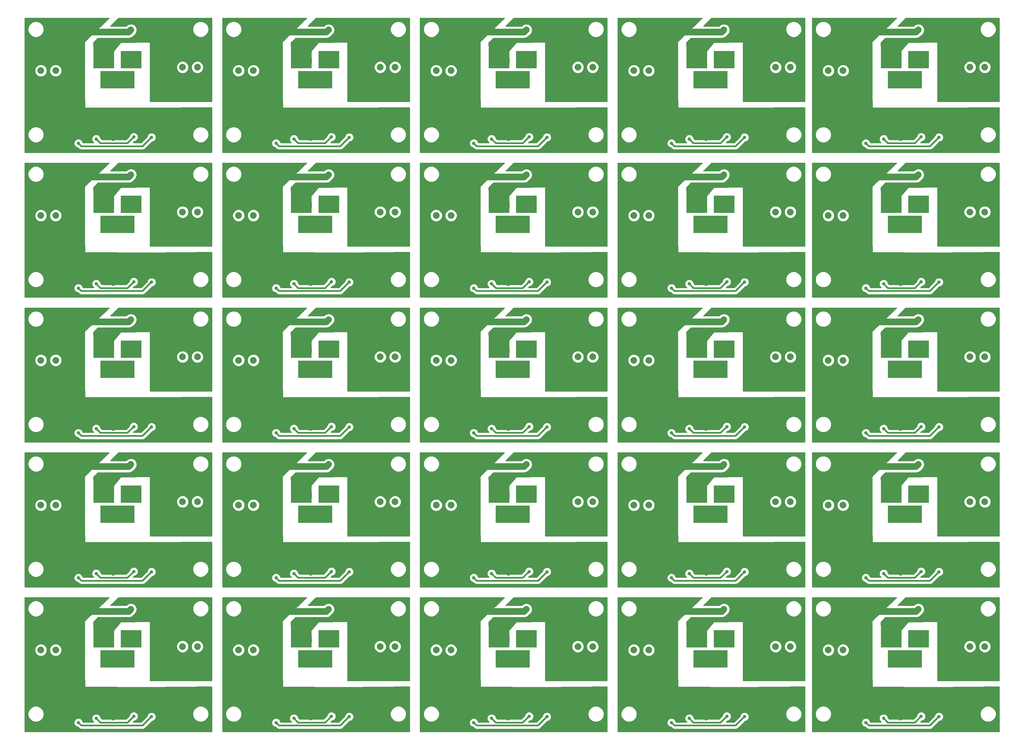
<source format=gbl>
G04 (created by PCBNEW (2013-08-24 BZR 4298)-stable) date Sat 15 Feb 2014 10:53:12 AM PST*
%MOIN*%
G04 Gerber Fmt 3.4, Leading zero omitted, Abs format*
%FSLAX34Y34*%
G01*
G70*
G90*
G04 APERTURE LIST*
%ADD10C,0.005906*%
%ADD11C,0.080000*%
%ADD12C,0.020000*%
%ADD13R,0.245276X0.206693*%
%ADD14R,0.405512X0.206693*%
%ADD15C,0.040000*%
%ADD16C,0.019685*%
%ADD17C,0.078740*%
%ADD18C,0.027559*%
%ADD19C,0.010000*%
G04 APERTURE END LIST*
G54D10*
G54D11*
X122637Y-84842D03*
X124409Y-84842D03*
X107480Y-85251D03*
X105708Y-85251D03*
G54D12*
X112234Y-83137D03*
X112627Y-83137D03*
X113021Y-83137D03*
X113415Y-83137D03*
X113809Y-83137D03*
X114202Y-83137D03*
X117482Y-83137D03*
X117088Y-83137D03*
X116694Y-83137D03*
X116301Y-83137D03*
X115907Y-83137D03*
X115513Y-83137D03*
X117482Y-83531D03*
X117088Y-83531D03*
X116694Y-83531D03*
X116301Y-83531D03*
X115907Y-83531D03*
X115513Y-83531D03*
X114202Y-83531D03*
X113809Y-83531D03*
X113415Y-83531D03*
X113021Y-83531D03*
X112627Y-83531D03*
X112234Y-83531D03*
X115513Y-83925D03*
X115907Y-83925D03*
X116301Y-83925D03*
X116694Y-83925D03*
X117088Y-83925D03*
X117482Y-83925D03*
X114202Y-83925D03*
X113809Y-83925D03*
X113415Y-83925D03*
X113021Y-83925D03*
X112627Y-83925D03*
X112234Y-83925D03*
X112234Y-84318D03*
X112627Y-84318D03*
X113021Y-84318D03*
X113415Y-84318D03*
X113809Y-84318D03*
X114202Y-84318D03*
X115513Y-84318D03*
X115907Y-84318D03*
X116301Y-84318D03*
X116694Y-84318D03*
X117088Y-84318D03*
X117482Y-84318D03*
X112234Y-84712D03*
X112627Y-84712D03*
X113021Y-84712D03*
X113415Y-84712D03*
X113809Y-84712D03*
X114202Y-84712D03*
X115513Y-84712D03*
X115907Y-84712D03*
X116301Y-84712D03*
X116694Y-84712D03*
X117088Y-84712D03*
X117482Y-84712D03*
X115448Y-85539D03*
X115842Y-85539D03*
X116236Y-85539D03*
X116629Y-85539D03*
X116629Y-85933D03*
X116236Y-85933D03*
X115842Y-85933D03*
X115448Y-85933D03*
X116629Y-86326D03*
X116236Y-86326D03*
X115842Y-86326D03*
X115448Y-86326D03*
X115448Y-86720D03*
X115842Y-86720D03*
X116236Y-86720D03*
X116629Y-86720D03*
X115448Y-87114D03*
X115842Y-87114D03*
X116236Y-87114D03*
X116629Y-87114D03*
X115055Y-87114D03*
X114661Y-87114D03*
X114267Y-87114D03*
X113874Y-87114D03*
X113480Y-87114D03*
X113086Y-87114D03*
X115055Y-86720D03*
X114661Y-86720D03*
X114267Y-86720D03*
X113874Y-86720D03*
X113480Y-86720D03*
X113086Y-86720D03*
X113086Y-86326D03*
X113480Y-86326D03*
X113874Y-86326D03*
X114267Y-86326D03*
X114661Y-86326D03*
X115055Y-86326D03*
X113086Y-85933D03*
X113480Y-85933D03*
X113874Y-85933D03*
X114267Y-85933D03*
X114661Y-85933D03*
X115055Y-85933D03*
X115055Y-85539D03*
X114661Y-85539D03*
X114267Y-85539D03*
X113874Y-85539D03*
X113480Y-85539D03*
X113086Y-85539D03*
G54D13*
X113218Y-83925D03*
X116498Y-83925D03*
G54D14*
X114858Y-86326D03*
G54D11*
X52165Y-84842D03*
X53937Y-84842D03*
X37008Y-85251D03*
X35236Y-85251D03*
G54D12*
X41761Y-83137D03*
X42155Y-83137D03*
X42549Y-83137D03*
X42942Y-83137D03*
X43336Y-83137D03*
X43730Y-83137D03*
X47009Y-83137D03*
X46616Y-83137D03*
X46222Y-83137D03*
X45828Y-83137D03*
X45435Y-83137D03*
X45041Y-83137D03*
X47009Y-83531D03*
X46616Y-83531D03*
X46222Y-83531D03*
X45828Y-83531D03*
X45435Y-83531D03*
X45041Y-83531D03*
X43730Y-83531D03*
X43336Y-83531D03*
X42942Y-83531D03*
X42549Y-83531D03*
X42155Y-83531D03*
X41761Y-83531D03*
X45041Y-83925D03*
X45435Y-83925D03*
X45828Y-83925D03*
X46222Y-83925D03*
X46616Y-83925D03*
X47009Y-83925D03*
X43730Y-83925D03*
X43336Y-83925D03*
X42942Y-83925D03*
X42549Y-83925D03*
X42155Y-83925D03*
X41761Y-83925D03*
X41761Y-84318D03*
X42155Y-84318D03*
X42549Y-84318D03*
X42942Y-84318D03*
X43336Y-84318D03*
X43730Y-84318D03*
X45041Y-84318D03*
X45435Y-84318D03*
X45828Y-84318D03*
X46222Y-84318D03*
X46616Y-84318D03*
X47009Y-84318D03*
X41761Y-84712D03*
X42155Y-84712D03*
X42549Y-84712D03*
X42942Y-84712D03*
X43336Y-84712D03*
X43730Y-84712D03*
X45041Y-84712D03*
X45435Y-84712D03*
X45828Y-84712D03*
X46222Y-84712D03*
X46616Y-84712D03*
X47009Y-84712D03*
X44976Y-85539D03*
X45370Y-85539D03*
X45763Y-85539D03*
X46157Y-85539D03*
X46157Y-85933D03*
X45763Y-85933D03*
X45370Y-85933D03*
X44976Y-85933D03*
X46157Y-86326D03*
X45763Y-86326D03*
X45370Y-86326D03*
X44976Y-86326D03*
X44976Y-86720D03*
X45370Y-86720D03*
X45763Y-86720D03*
X46157Y-86720D03*
X44976Y-87114D03*
X45370Y-87114D03*
X45763Y-87114D03*
X46157Y-87114D03*
X44582Y-87114D03*
X44188Y-87114D03*
X43795Y-87114D03*
X43401Y-87114D03*
X43007Y-87114D03*
X42614Y-87114D03*
X44582Y-86720D03*
X44188Y-86720D03*
X43795Y-86720D03*
X43401Y-86720D03*
X43007Y-86720D03*
X42614Y-86720D03*
X42614Y-86326D03*
X43007Y-86326D03*
X43401Y-86326D03*
X43795Y-86326D03*
X44188Y-86326D03*
X44582Y-86326D03*
X42614Y-85933D03*
X43007Y-85933D03*
X43401Y-85933D03*
X43795Y-85933D03*
X44188Y-85933D03*
X44582Y-85933D03*
X44582Y-85539D03*
X44188Y-85539D03*
X43795Y-85539D03*
X43401Y-85539D03*
X43007Y-85539D03*
X42614Y-85539D03*
G54D13*
X42746Y-83925D03*
X46025Y-83925D03*
G54D14*
X44385Y-86326D03*
G54D12*
X18139Y-83137D03*
X18533Y-83137D03*
X18927Y-83137D03*
X19320Y-83137D03*
X19714Y-83137D03*
X20108Y-83137D03*
X23387Y-83137D03*
X22994Y-83137D03*
X22600Y-83137D03*
X22206Y-83137D03*
X21812Y-83137D03*
X21419Y-83137D03*
X23387Y-83531D03*
X22994Y-83531D03*
X22600Y-83531D03*
X22206Y-83531D03*
X21812Y-83531D03*
X21419Y-83531D03*
X20108Y-83531D03*
X19714Y-83531D03*
X19320Y-83531D03*
X18927Y-83531D03*
X18533Y-83531D03*
X18139Y-83531D03*
X21419Y-83925D03*
X21812Y-83925D03*
X22206Y-83925D03*
X22600Y-83925D03*
X22994Y-83925D03*
X23387Y-83925D03*
X20108Y-83925D03*
X19714Y-83925D03*
X19320Y-83925D03*
X18927Y-83925D03*
X18533Y-83925D03*
X18139Y-83925D03*
X18139Y-84318D03*
X18533Y-84318D03*
X18927Y-84318D03*
X19320Y-84318D03*
X19714Y-84318D03*
X20108Y-84318D03*
X21419Y-84318D03*
X21812Y-84318D03*
X22206Y-84318D03*
X22600Y-84318D03*
X22994Y-84318D03*
X23387Y-84318D03*
X18139Y-84712D03*
X18533Y-84712D03*
X18927Y-84712D03*
X19320Y-84712D03*
X19714Y-84712D03*
X20108Y-84712D03*
X21419Y-84712D03*
X21812Y-84712D03*
X22206Y-84712D03*
X22600Y-84712D03*
X22994Y-84712D03*
X23387Y-84712D03*
X21354Y-85539D03*
X21748Y-85539D03*
X22141Y-85539D03*
X22535Y-85539D03*
X22535Y-85933D03*
X22141Y-85933D03*
X21748Y-85933D03*
X21354Y-85933D03*
X22535Y-86326D03*
X22141Y-86326D03*
X21748Y-86326D03*
X21354Y-86326D03*
X21354Y-86720D03*
X21748Y-86720D03*
X22141Y-86720D03*
X22535Y-86720D03*
X21354Y-87114D03*
X21748Y-87114D03*
X22141Y-87114D03*
X22535Y-87114D03*
X20960Y-87114D03*
X20566Y-87114D03*
X20173Y-87114D03*
X19779Y-87114D03*
X19385Y-87114D03*
X18992Y-87114D03*
X20960Y-86720D03*
X20566Y-86720D03*
X20173Y-86720D03*
X19779Y-86720D03*
X19385Y-86720D03*
X18992Y-86720D03*
X18992Y-86326D03*
X19385Y-86326D03*
X19779Y-86326D03*
X20173Y-86326D03*
X20566Y-86326D03*
X20960Y-86326D03*
X18992Y-85933D03*
X19385Y-85933D03*
X19779Y-85933D03*
X20173Y-85933D03*
X20566Y-85933D03*
X20960Y-85933D03*
X20960Y-85539D03*
X20566Y-85539D03*
X20173Y-85539D03*
X19779Y-85539D03*
X19385Y-85539D03*
X18992Y-85539D03*
G54D13*
X19124Y-83925D03*
X22403Y-83925D03*
G54D14*
X20763Y-86326D03*
G54D11*
X13386Y-85251D03*
X11614Y-85251D03*
X28543Y-84842D03*
X30315Y-84842D03*
X75787Y-84842D03*
X77559Y-84842D03*
X60630Y-85251D03*
X58858Y-85251D03*
G54D12*
X65383Y-83137D03*
X65777Y-83137D03*
X66171Y-83137D03*
X66564Y-83137D03*
X66958Y-83137D03*
X67352Y-83137D03*
X70631Y-83137D03*
X70238Y-83137D03*
X69844Y-83137D03*
X69450Y-83137D03*
X69057Y-83137D03*
X68663Y-83137D03*
X70631Y-83531D03*
X70238Y-83531D03*
X69844Y-83531D03*
X69450Y-83531D03*
X69057Y-83531D03*
X68663Y-83531D03*
X67352Y-83531D03*
X66958Y-83531D03*
X66564Y-83531D03*
X66171Y-83531D03*
X65777Y-83531D03*
X65383Y-83531D03*
X68663Y-83925D03*
X69057Y-83925D03*
X69450Y-83925D03*
X69844Y-83925D03*
X70238Y-83925D03*
X70631Y-83925D03*
X67352Y-83925D03*
X66958Y-83925D03*
X66564Y-83925D03*
X66171Y-83925D03*
X65777Y-83925D03*
X65383Y-83925D03*
X65383Y-84318D03*
X65777Y-84318D03*
X66171Y-84318D03*
X66564Y-84318D03*
X66958Y-84318D03*
X67352Y-84318D03*
X68663Y-84318D03*
X69057Y-84318D03*
X69450Y-84318D03*
X69844Y-84318D03*
X70238Y-84318D03*
X70631Y-84318D03*
X65383Y-84712D03*
X65777Y-84712D03*
X66171Y-84712D03*
X66564Y-84712D03*
X66958Y-84712D03*
X67352Y-84712D03*
X68663Y-84712D03*
X69057Y-84712D03*
X69450Y-84712D03*
X69844Y-84712D03*
X70238Y-84712D03*
X70631Y-84712D03*
X68598Y-85539D03*
X68992Y-85539D03*
X69385Y-85539D03*
X69779Y-85539D03*
X69779Y-85933D03*
X69385Y-85933D03*
X68992Y-85933D03*
X68598Y-85933D03*
X69779Y-86326D03*
X69385Y-86326D03*
X68992Y-86326D03*
X68598Y-86326D03*
X68598Y-86720D03*
X68992Y-86720D03*
X69385Y-86720D03*
X69779Y-86720D03*
X68598Y-87114D03*
X68992Y-87114D03*
X69385Y-87114D03*
X69779Y-87114D03*
X68204Y-87114D03*
X67811Y-87114D03*
X67417Y-87114D03*
X67023Y-87114D03*
X66629Y-87114D03*
X66236Y-87114D03*
X68204Y-86720D03*
X67811Y-86720D03*
X67417Y-86720D03*
X67023Y-86720D03*
X66629Y-86720D03*
X66236Y-86720D03*
X66236Y-86326D03*
X66629Y-86326D03*
X67023Y-86326D03*
X67417Y-86326D03*
X67811Y-86326D03*
X68204Y-86326D03*
X66236Y-85933D03*
X66629Y-85933D03*
X67023Y-85933D03*
X67417Y-85933D03*
X67811Y-85933D03*
X68204Y-85933D03*
X68204Y-85539D03*
X67811Y-85539D03*
X67417Y-85539D03*
X67023Y-85539D03*
X66629Y-85539D03*
X66236Y-85539D03*
G54D13*
X66368Y-83925D03*
X69647Y-83925D03*
G54D14*
X68007Y-86326D03*
G54D12*
X89005Y-83137D03*
X89399Y-83137D03*
X89793Y-83137D03*
X90187Y-83137D03*
X90580Y-83137D03*
X90974Y-83137D03*
X94253Y-83137D03*
X93860Y-83137D03*
X93466Y-83137D03*
X93072Y-83137D03*
X92679Y-83137D03*
X92285Y-83137D03*
X94253Y-83531D03*
X93860Y-83531D03*
X93466Y-83531D03*
X93072Y-83531D03*
X92679Y-83531D03*
X92285Y-83531D03*
X90974Y-83531D03*
X90580Y-83531D03*
X90187Y-83531D03*
X89793Y-83531D03*
X89399Y-83531D03*
X89005Y-83531D03*
X92285Y-83925D03*
X92679Y-83925D03*
X93072Y-83925D03*
X93466Y-83925D03*
X93860Y-83925D03*
X94253Y-83925D03*
X90974Y-83925D03*
X90580Y-83925D03*
X90187Y-83925D03*
X89793Y-83925D03*
X89399Y-83925D03*
X89005Y-83925D03*
X89005Y-84318D03*
X89399Y-84318D03*
X89793Y-84318D03*
X90187Y-84318D03*
X90580Y-84318D03*
X90974Y-84318D03*
X92285Y-84318D03*
X92679Y-84318D03*
X93072Y-84318D03*
X93466Y-84318D03*
X93860Y-84318D03*
X94253Y-84318D03*
X89005Y-84712D03*
X89399Y-84712D03*
X89793Y-84712D03*
X90187Y-84712D03*
X90580Y-84712D03*
X90974Y-84712D03*
X92285Y-84712D03*
X92679Y-84712D03*
X93072Y-84712D03*
X93466Y-84712D03*
X93860Y-84712D03*
X94253Y-84712D03*
X92220Y-85539D03*
X92614Y-85539D03*
X93007Y-85539D03*
X93401Y-85539D03*
X93401Y-85933D03*
X93007Y-85933D03*
X92614Y-85933D03*
X92220Y-85933D03*
X93401Y-86326D03*
X93007Y-86326D03*
X92614Y-86326D03*
X92220Y-86326D03*
X92220Y-86720D03*
X92614Y-86720D03*
X93007Y-86720D03*
X93401Y-86720D03*
X92220Y-87114D03*
X92614Y-87114D03*
X93007Y-87114D03*
X93401Y-87114D03*
X91826Y-87114D03*
X91433Y-87114D03*
X91039Y-87114D03*
X90645Y-87114D03*
X90251Y-87114D03*
X89858Y-87114D03*
X91826Y-86720D03*
X91433Y-86720D03*
X91039Y-86720D03*
X90645Y-86720D03*
X90251Y-86720D03*
X89858Y-86720D03*
X89858Y-86326D03*
X90251Y-86326D03*
X90645Y-86326D03*
X91039Y-86326D03*
X91433Y-86326D03*
X91826Y-86326D03*
X89858Y-85933D03*
X90251Y-85933D03*
X90645Y-85933D03*
X91039Y-85933D03*
X91433Y-85933D03*
X91826Y-85933D03*
X91826Y-85539D03*
X91433Y-85539D03*
X91039Y-85539D03*
X90645Y-85539D03*
X90251Y-85539D03*
X89858Y-85539D03*
G54D13*
X89990Y-83925D03*
X93269Y-83925D03*
G54D14*
X91629Y-86326D03*
G54D11*
X84252Y-85251D03*
X82480Y-85251D03*
X99409Y-84842D03*
X101181Y-84842D03*
X52165Y-50196D03*
X53937Y-50196D03*
X37008Y-50606D03*
X35236Y-50606D03*
G54D12*
X41761Y-48492D03*
X42155Y-48492D03*
X42549Y-48492D03*
X42942Y-48492D03*
X43336Y-48492D03*
X43730Y-48492D03*
X47009Y-48492D03*
X46616Y-48492D03*
X46222Y-48492D03*
X45828Y-48492D03*
X45435Y-48492D03*
X45041Y-48492D03*
X47009Y-48885D03*
X46616Y-48885D03*
X46222Y-48885D03*
X45828Y-48885D03*
X45435Y-48885D03*
X45041Y-48885D03*
X43730Y-48885D03*
X43336Y-48885D03*
X42942Y-48885D03*
X42549Y-48885D03*
X42155Y-48885D03*
X41761Y-48885D03*
X45041Y-49279D03*
X45435Y-49279D03*
X45828Y-49279D03*
X46222Y-49279D03*
X46616Y-49279D03*
X47009Y-49279D03*
X43730Y-49279D03*
X43336Y-49279D03*
X42942Y-49279D03*
X42549Y-49279D03*
X42155Y-49279D03*
X41761Y-49279D03*
X41761Y-49673D03*
X42155Y-49673D03*
X42549Y-49673D03*
X42942Y-49673D03*
X43336Y-49673D03*
X43730Y-49673D03*
X45041Y-49673D03*
X45435Y-49673D03*
X45828Y-49673D03*
X46222Y-49673D03*
X46616Y-49673D03*
X47009Y-49673D03*
X41761Y-50066D03*
X42155Y-50066D03*
X42549Y-50066D03*
X42942Y-50066D03*
X43336Y-50066D03*
X43730Y-50066D03*
X45041Y-50066D03*
X45435Y-50066D03*
X45828Y-50066D03*
X46222Y-50066D03*
X46616Y-50066D03*
X47009Y-50066D03*
X44976Y-50893D03*
X45370Y-50893D03*
X45763Y-50893D03*
X46157Y-50893D03*
X46157Y-51287D03*
X45763Y-51287D03*
X45370Y-51287D03*
X44976Y-51287D03*
X46157Y-51681D03*
X45763Y-51681D03*
X45370Y-51681D03*
X44976Y-51681D03*
X44976Y-52074D03*
X45370Y-52074D03*
X45763Y-52074D03*
X46157Y-52074D03*
X44976Y-52468D03*
X45370Y-52468D03*
X45763Y-52468D03*
X46157Y-52468D03*
X44582Y-52468D03*
X44188Y-52468D03*
X43795Y-52468D03*
X43401Y-52468D03*
X43007Y-52468D03*
X42614Y-52468D03*
X44582Y-52074D03*
X44188Y-52074D03*
X43795Y-52074D03*
X43401Y-52074D03*
X43007Y-52074D03*
X42614Y-52074D03*
X42614Y-51681D03*
X43007Y-51681D03*
X43401Y-51681D03*
X43795Y-51681D03*
X44188Y-51681D03*
X44582Y-51681D03*
X42614Y-51287D03*
X43007Y-51287D03*
X43401Y-51287D03*
X43795Y-51287D03*
X44188Y-51287D03*
X44582Y-51287D03*
X44582Y-50893D03*
X44188Y-50893D03*
X43795Y-50893D03*
X43401Y-50893D03*
X43007Y-50893D03*
X42614Y-50893D03*
G54D13*
X42746Y-49279D03*
X46025Y-49279D03*
G54D14*
X44385Y-51681D03*
G54D12*
X18139Y-48492D03*
X18533Y-48492D03*
X18927Y-48492D03*
X19320Y-48492D03*
X19714Y-48492D03*
X20108Y-48492D03*
X23387Y-48492D03*
X22994Y-48492D03*
X22600Y-48492D03*
X22206Y-48492D03*
X21812Y-48492D03*
X21419Y-48492D03*
X23387Y-48885D03*
X22994Y-48885D03*
X22600Y-48885D03*
X22206Y-48885D03*
X21812Y-48885D03*
X21419Y-48885D03*
X20108Y-48885D03*
X19714Y-48885D03*
X19320Y-48885D03*
X18927Y-48885D03*
X18533Y-48885D03*
X18139Y-48885D03*
X21419Y-49279D03*
X21812Y-49279D03*
X22206Y-49279D03*
X22600Y-49279D03*
X22994Y-49279D03*
X23387Y-49279D03*
X20108Y-49279D03*
X19714Y-49279D03*
X19320Y-49279D03*
X18927Y-49279D03*
X18533Y-49279D03*
X18139Y-49279D03*
X18139Y-49673D03*
X18533Y-49673D03*
X18927Y-49673D03*
X19320Y-49673D03*
X19714Y-49673D03*
X20108Y-49673D03*
X21419Y-49673D03*
X21812Y-49673D03*
X22206Y-49673D03*
X22600Y-49673D03*
X22994Y-49673D03*
X23387Y-49673D03*
X18139Y-50066D03*
X18533Y-50066D03*
X18927Y-50066D03*
X19320Y-50066D03*
X19714Y-50066D03*
X20108Y-50066D03*
X21419Y-50066D03*
X21812Y-50066D03*
X22206Y-50066D03*
X22600Y-50066D03*
X22994Y-50066D03*
X23387Y-50066D03*
X21354Y-50893D03*
X21748Y-50893D03*
X22141Y-50893D03*
X22535Y-50893D03*
X22535Y-51287D03*
X22141Y-51287D03*
X21748Y-51287D03*
X21354Y-51287D03*
X22535Y-51681D03*
X22141Y-51681D03*
X21748Y-51681D03*
X21354Y-51681D03*
X21354Y-52074D03*
X21748Y-52074D03*
X22141Y-52074D03*
X22535Y-52074D03*
X21354Y-52468D03*
X21748Y-52468D03*
X22141Y-52468D03*
X22535Y-52468D03*
X20960Y-52468D03*
X20566Y-52468D03*
X20173Y-52468D03*
X19779Y-52468D03*
X19385Y-52468D03*
X18992Y-52468D03*
X20960Y-52074D03*
X20566Y-52074D03*
X20173Y-52074D03*
X19779Y-52074D03*
X19385Y-52074D03*
X18992Y-52074D03*
X18992Y-51681D03*
X19385Y-51681D03*
X19779Y-51681D03*
X20173Y-51681D03*
X20566Y-51681D03*
X20960Y-51681D03*
X18992Y-51287D03*
X19385Y-51287D03*
X19779Y-51287D03*
X20173Y-51287D03*
X20566Y-51287D03*
X20960Y-51287D03*
X20960Y-50893D03*
X20566Y-50893D03*
X20173Y-50893D03*
X19779Y-50893D03*
X19385Y-50893D03*
X18992Y-50893D03*
G54D13*
X19124Y-49279D03*
X22403Y-49279D03*
G54D14*
X20763Y-51681D03*
G54D11*
X13386Y-50606D03*
X11614Y-50606D03*
X28543Y-50196D03*
X30315Y-50196D03*
X75787Y-50196D03*
X77559Y-50196D03*
X60630Y-50606D03*
X58858Y-50606D03*
G54D12*
X65383Y-48492D03*
X65777Y-48492D03*
X66171Y-48492D03*
X66564Y-48492D03*
X66958Y-48492D03*
X67352Y-48492D03*
X70631Y-48492D03*
X70238Y-48492D03*
X69844Y-48492D03*
X69450Y-48492D03*
X69057Y-48492D03*
X68663Y-48492D03*
X70631Y-48885D03*
X70238Y-48885D03*
X69844Y-48885D03*
X69450Y-48885D03*
X69057Y-48885D03*
X68663Y-48885D03*
X67352Y-48885D03*
X66958Y-48885D03*
X66564Y-48885D03*
X66171Y-48885D03*
X65777Y-48885D03*
X65383Y-48885D03*
X68663Y-49279D03*
X69057Y-49279D03*
X69450Y-49279D03*
X69844Y-49279D03*
X70238Y-49279D03*
X70631Y-49279D03*
X67352Y-49279D03*
X66958Y-49279D03*
X66564Y-49279D03*
X66171Y-49279D03*
X65777Y-49279D03*
X65383Y-49279D03*
X65383Y-49673D03*
X65777Y-49673D03*
X66171Y-49673D03*
X66564Y-49673D03*
X66958Y-49673D03*
X67352Y-49673D03*
X68663Y-49673D03*
X69057Y-49673D03*
X69450Y-49673D03*
X69844Y-49673D03*
X70238Y-49673D03*
X70631Y-49673D03*
X65383Y-50066D03*
X65777Y-50066D03*
X66171Y-50066D03*
X66564Y-50066D03*
X66958Y-50066D03*
X67352Y-50066D03*
X68663Y-50066D03*
X69057Y-50066D03*
X69450Y-50066D03*
X69844Y-50066D03*
X70238Y-50066D03*
X70631Y-50066D03*
X68598Y-50893D03*
X68992Y-50893D03*
X69385Y-50893D03*
X69779Y-50893D03*
X69779Y-51287D03*
X69385Y-51287D03*
X68992Y-51287D03*
X68598Y-51287D03*
X69779Y-51681D03*
X69385Y-51681D03*
X68992Y-51681D03*
X68598Y-51681D03*
X68598Y-52074D03*
X68992Y-52074D03*
X69385Y-52074D03*
X69779Y-52074D03*
X68598Y-52468D03*
X68992Y-52468D03*
X69385Y-52468D03*
X69779Y-52468D03*
X68204Y-52468D03*
X67811Y-52468D03*
X67417Y-52468D03*
X67023Y-52468D03*
X66629Y-52468D03*
X66236Y-52468D03*
X68204Y-52074D03*
X67811Y-52074D03*
X67417Y-52074D03*
X67023Y-52074D03*
X66629Y-52074D03*
X66236Y-52074D03*
X66236Y-51681D03*
X66629Y-51681D03*
X67023Y-51681D03*
X67417Y-51681D03*
X67811Y-51681D03*
X68204Y-51681D03*
X66236Y-51287D03*
X66629Y-51287D03*
X67023Y-51287D03*
X67417Y-51287D03*
X67811Y-51287D03*
X68204Y-51287D03*
X68204Y-50893D03*
X67811Y-50893D03*
X67417Y-50893D03*
X67023Y-50893D03*
X66629Y-50893D03*
X66236Y-50893D03*
G54D13*
X66368Y-49279D03*
X69647Y-49279D03*
G54D14*
X68007Y-51681D03*
G54D12*
X89005Y-48492D03*
X89399Y-48492D03*
X89793Y-48492D03*
X90187Y-48492D03*
X90580Y-48492D03*
X90974Y-48492D03*
X94253Y-48492D03*
X93860Y-48492D03*
X93466Y-48492D03*
X93072Y-48492D03*
X92679Y-48492D03*
X92285Y-48492D03*
X94253Y-48885D03*
X93860Y-48885D03*
X93466Y-48885D03*
X93072Y-48885D03*
X92679Y-48885D03*
X92285Y-48885D03*
X90974Y-48885D03*
X90580Y-48885D03*
X90187Y-48885D03*
X89793Y-48885D03*
X89399Y-48885D03*
X89005Y-48885D03*
X92285Y-49279D03*
X92679Y-49279D03*
X93072Y-49279D03*
X93466Y-49279D03*
X93860Y-49279D03*
X94253Y-49279D03*
X90974Y-49279D03*
X90580Y-49279D03*
X90187Y-49279D03*
X89793Y-49279D03*
X89399Y-49279D03*
X89005Y-49279D03*
X89005Y-49673D03*
X89399Y-49673D03*
X89793Y-49673D03*
X90187Y-49673D03*
X90580Y-49673D03*
X90974Y-49673D03*
X92285Y-49673D03*
X92679Y-49673D03*
X93072Y-49673D03*
X93466Y-49673D03*
X93860Y-49673D03*
X94253Y-49673D03*
X89005Y-50066D03*
X89399Y-50066D03*
X89793Y-50066D03*
X90187Y-50066D03*
X90580Y-50066D03*
X90974Y-50066D03*
X92285Y-50066D03*
X92679Y-50066D03*
X93072Y-50066D03*
X93466Y-50066D03*
X93860Y-50066D03*
X94253Y-50066D03*
X92220Y-50893D03*
X92614Y-50893D03*
X93007Y-50893D03*
X93401Y-50893D03*
X93401Y-51287D03*
X93007Y-51287D03*
X92614Y-51287D03*
X92220Y-51287D03*
X93401Y-51681D03*
X93007Y-51681D03*
X92614Y-51681D03*
X92220Y-51681D03*
X92220Y-52074D03*
X92614Y-52074D03*
X93007Y-52074D03*
X93401Y-52074D03*
X92220Y-52468D03*
X92614Y-52468D03*
X93007Y-52468D03*
X93401Y-52468D03*
X91826Y-52468D03*
X91433Y-52468D03*
X91039Y-52468D03*
X90645Y-52468D03*
X90251Y-52468D03*
X89858Y-52468D03*
X91826Y-52074D03*
X91433Y-52074D03*
X91039Y-52074D03*
X90645Y-52074D03*
X90251Y-52074D03*
X89858Y-52074D03*
X89858Y-51681D03*
X90251Y-51681D03*
X90645Y-51681D03*
X91039Y-51681D03*
X91433Y-51681D03*
X91826Y-51681D03*
X89858Y-51287D03*
X90251Y-51287D03*
X90645Y-51287D03*
X91039Y-51287D03*
X91433Y-51287D03*
X91826Y-51287D03*
X91826Y-50893D03*
X91433Y-50893D03*
X91039Y-50893D03*
X90645Y-50893D03*
X90251Y-50893D03*
X89858Y-50893D03*
G54D13*
X89990Y-49279D03*
X93269Y-49279D03*
G54D14*
X91629Y-51681D03*
G54D11*
X84252Y-50606D03*
X82480Y-50606D03*
X99409Y-50196D03*
X101181Y-50196D03*
X99409Y-67519D03*
X101181Y-67519D03*
X84252Y-67929D03*
X82480Y-67929D03*
G54D12*
X89005Y-65814D03*
X89399Y-65814D03*
X89793Y-65814D03*
X90187Y-65814D03*
X90580Y-65814D03*
X90974Y-65814D03*
X94253Y-65814D03*
X93860Y-65814D03*
X93466Y-65814D03*
X93072Y-65814D03*
X92679Y-65814D03*
X92285Y-65814D03*
X94253Y-66208D03*
X93860Y-66208D03*
X93466Y-66208D03*
X93072Y-66208D03*
X92679Y-66208D03*
X92285Y-66208D03*
X90974Y-66208D03*
X90580Y-66208D03*
X90187Y-66208D03*
X89793Y-66208D03*
X89399Y-66208D03*
X89005Y-66208D03*
X92285Y-66602D03*
X92679Y-66602D03*
X93072Y-66602D03*
X93466Y-66602D03*
X93860Y-66602D03*
X94253Y-66602D03*
X90974Y-66602D03*
X90580Y-66602D03*
X90187Y-66602D03*
X89793Y-66602D03*
X89399Y-66602D03*
X89005Y-66602D03*
X89005Y-66996D03*
X89399Y-66996D03*
X89793Y-66996D03*
X90187Y-66996D03*
X90580Y-66996D03*
X90974Y-66996D03*
X92285Y-66996D03*
X92679Y-66996D03*
X93072Y-66996D03*
X93466Y-66996D03*
X93860Y-66996D03*
X94253Y-66996D03*
X89005Y-67389D03*
X89399Y-67389D03*
X89793Y-67389D03*
X90187Y-67389D03*
X90580Y-67389D03*
X90974Y-67389D03*
X92285Y-67389D03*
X92679Y-67389D03*
X93072Y-67389D03*
X93466Y-67389D03*
X93860Y-67389D03*
X94253Y-67389D03*
X92220Y-68216D03*
X92614Y-68216D03*
X93007Y-68216D03*
X93401Y-68216D03*
X93401Y-68610D03*
X93007Y-68610D03*
X92614Y-68610D03*
X92220Y-68610D03*
X93401Y-69003D03*
X93007Y-69003D03*
X92614Y-69003D03*
X92220Y-69003D03*
X92220Y-69397D03*
X92614Y-69397D03*
X93007Y-69397D03*
X93401Y-69397D03*
X92220Y-69791D03*
X92614Y-69791D03*
X93007Y-69791D03*
X93401Y-69791D03*
X91826Y-69791D03*
X91433Y-69791D03*
X91039Y-69791D03*
X90645Y-69791D03*
X90251Y-69791D03*
X89858Y-69791D03*
X91826Y-69397D03*
X91433Y-69397D03*
X91039Y-69397D03*
X90645Y-69397D03*
X90251Y-69397D03*
X89858Y-69397D03*
X89858Y-69003D03*
X90251Y-69003D03*
X90645Y-69003D03*
X91039Y-69003D03*
X91433Y-69003D03*
X91826Y-69003D03*
X89858Y-68610D03*
X90251Y-68610D03*
X90645Y-68610D03*
X91039Y-68610D03*
X91433Y-68610D03*
X91826Y-68610D03*
X91826Y-68216D03*
X91433Y-68216D03*
X91039Y-68216D03*
X90645Y-68216D03*
X90251Y-68216D03*
X89858Y-68216D03*
G54D13*
X89990Y-66602D03*
X93269Y-66602D03*
G54D14*
X91629Y-69003D03*
G54D12*
X65383Y-65814D03*
X65777Y-65814D03*
X66171Y-65814D03*
X66564Y-65814D03*
X66958Y-65814D03*
X67352Y-65814D03*
X70631Y-65814D03*
X70238Y-65814D03*
X69844Y-65814D03*
X69450Y-65814D03*
X69057Y-65814D03*
X68663Y-65814D03*
X70631Y-66208D03*
X70238Y-66208D03*
X69844Y-66208D03*
X69450Y-66208D03*
X69057Y-66208D03*
X68663Y-66208D03*
X67352Y-66208D03*
X66958Y-66208D03*
X66564Y-66208D03*
X66171Y-66208D03*
X65777Y-66208D03*
X65383Y-66208D03*
X68663Y-66602D03*
X69057Y-66602D03*
X69450Y-66602D03*
X69844Y-66602D03*
X70238Y-66602D03*
X70631Y-66602D03*
X67352Y-66602D03*
X66958Y-66602D03*
X66564Y-66602D03*
X66171Y-66602D03*
X65777Y-66602D03*
X65383Y-66602D03*
X65383Y-66996D03*
X65777Y-66996D03*
X66171Y-66996D03*
X66564Y-66996D03*
X66958Y-66996D03*
X67352Y-66996D03*
X68663Y-66996D03*
X69057Y-66996D03*
X69450Y-66996D03*
X69844Y-66996D03*
X70238Y-66996D03*
X70631Y-66996D03*
X65383Y-67389D03*
X65777Y-67389D03*
X66171Y-67389D03*
X66564Y-67389D03*
X66958Y-67389D03*
X67352Y-67389D03*
X68663Y-67389D03*
X69057Y-67389D03*
X69450Y-67389D03*
X69844Y-67389D03*
X70238Y-67389D03*
X70631Y-67389D03*
X68598Y-68216D03*
X68992Y-68216D03*
X69385Y-68216D03*
X69779Y-68216D03*
X69779Y-68610D03*
X69385Y-68610D03*
X68992Y-68610D03*
X68598Y-68610D03*
X69779Y-69003D03*
X69385Y-69003D03*
X68992Y-69003D03*
X68598Y-69003D03*
X68598Y-69397D03*
X68992Y-69397D03*
X69385Y-69397D03*
X69779Y-69397D03*
X68598Y-69791D03*
X68992Y-69791D03*
X69385Y-69791D03*
X69779Y-69791D03*
X68204Y-69791D03*
X67811Y-69791D03*
X67417Y-69791D03*
X67023Y-69791D03*
X66629Y-69791D03*
X66236Y-69791D03*
X68204Y-69397D03*
X67811Y-69397D03*
X67417Y-69397D03*
X67023Y-69397D03*
X66629Y-69397D03*
X66236Y-69397D03*
X66236Y-69003D03*
X66629Y-69003D03*
X67023Y-69003D03*
X67417Y-69003D03*
X67811Y-69003D03*
X68204Y-69003D03*
X66236Y-68610D03*
X66629Y-68610D03*
X67023Y-68610D03*
X67417Y-68610D03*
X67811Y-68610D03*
X68204Y-68610D03*
X68204Y-68216D03*
X67811Y-68216D03*
X67417Y-68216D03*
X67023Y-68216D03*
X66629Y-68216D03*
X66236Y-68216D03*
G54D13*
X66368Y-66602D03*
X69647Y-66602D03*
G54D14*
X68007Y-69003D03*
G54D11*
X60630Y-67929D03*
X58858Y-67929D03*
X75787Y-67519D03*
X77559Y-67519D03*
X28543Y-67519D03*
X30315Y-67519D03*
X13386Y-67929D03*
X11614Y-67929D03*
G54D12*
X18139Y-65814D03*
X18533Y-65814D03*
X18927Y-65814D03*
X19320Y-65814D03*
X19714Y-65814D03*
X20108Y-65814D03*
X23387Y-65814D03*
X22994Y-65814D03*
X22600Y-65814D03*
X22206Y-65814D03*
X21812Y-65814D03*
X21419Y-65814D03*
X23387Y-66208D03*
X22994Y-66208D03*
X22600Y-66208D03*
X22206Y-66208D03*
X21812Y-66208D03*
X21419Y-66208D03*
X20108Y-66208D03*
X19714Y-66208D03*
X19320Y-66208D03*
X18927Y-66208D03*
X18533Y-66208D03*
X18139Y-66208D03*
X21419Y-66602D03*
X21812Y-66602D03*
X22206Y-66602D03*
X22600Y-66602D03*
X22994Y-66602D03*
X23387Y-66602D03*
X20108Y-66602D03*
X19714Y-66602D03*
X19320Y-66602D03*
X18927Y-66602D03*
X18533Y-66602D03*
X18139Y-66602D03*
X18139Y-66996D03*
X18533Y-66996D03*
X18927Y-66996D03*
X19320Y-66996D03*
X19714Y-66996D03*
X20108Y-66996D03*
X21419Y-66996D03*
X21812Y-66996D03*
X22206Y-66996D03*
X22600Y-66996D03*
X22994Y-66996D03*
X23387Y-66996D03*
X18139Y-67389D03*
X18533Y-67389D03*
X18927Y-67389D03*
X19320Y-67389D03*
X19714Y-67389D03*
X20108Y-67389D03*
X21419Y-67389D03*
X21812Y-67389D03*
X22206Y-67389D03*
X22600Y-67389D03*
X22994Y-67389D03*
X23387Y-67389D03*
X21354Y-68216D03*
X21748Y-68216D03*
X22141Y-68216D03*
X22535Y-68216D03*
X22535Y-68610D03*
X22141Y-68610D03*
X21748Y-68610D03*
X21354Y-68610D03*
X22535Y-69003D03*
X22141Y-69003D03*
X21748Y-69003D03*
X21354Y-69003D03*
X21354Y-69397D03*
X21748Y-69397D03*
X22141Y-69397D03*
X22535Y-69397D03*
X21354Y-69791D03*
X21748Y-69791D03*
X22141Y-69791D03*
X22535Y-69791D03*
X20960Y-69791D03*
X20566Y-69791D03*
X20173Y-69791D03*
X19779Y-69791D03*
X19385Y-69791D03*
X18992Y-69791D03*
X20960Y-69397D03*
X20566Y-69397D03*
X20173Y-69397D03*
X19779Y-69397D03*
X19385Y-69397D03*
X18992Y-69397D03*
X18992Y-69003D03*
X19385Y-69003D03*
X19779Y-69003D03*
X20173Y-69003D03*
X20566Y-69003D03*
X20960Y-69003D03*
X18992Y-68610D03*
X19385Y-68610D03*
X19779Y-68610D03*
X20173Y-68610D03*
X20566Y-68610D03*
X20960Y-68610D03*
X20960Y-68216D03*
X20566Y-68216D03*
X20173Y-68216D03*
X19779Y-68216D03*
X19385Y-68216D03*
X18992Y-68216D03*
G54D13*
X19124Y-66602D03*
X22403Y-66602D03*
G54D14*
X20763Y-69003D03*
G54D12*
X41761Y-65814D03*
X42155Y-65814D03*
X42549Y-65814D03*
X42942Y-65814D03*
X43336Y-65814D03*
X43730Y-65814D03*
X47009Y-65814D03*
X46616Y-65814D03*
X46222Y-65814D03*
X45828Y-65814D03*
X45435Y-65814D03*
X45041Y-65814D03*
X47009Y-66208D03*
X46616Y-66208D03*
X46222Y-66208D03*
X45828Y-66208D03*
X45435Y-66208D03*
X45041Y-66208D03*
X43730Y-66208D03*
X43336Y-66208D03*
X42942Y-66208D03*
X42549Y-66208D03*
X42155Y-66208D03*
X41761Y-66208D03*
X45041Y-66602D03*
X45435Y-66602D03*
X45828Y-66602D03*
X46222Y-66602D03*
X46616Y-66602D03*
X47009Y-66602D03*
X43730Y-66602D03*
X43336Y-66602D03*
X42942Y-66602D03*
X42549Y-66602D03*
X42155Y-66602D03*
X41761Y-66602D03*
X41761Y-66996D03*
X42155Y-66996D03*
X42549Y-66996D03*
X42942Y-66996D03*
X43336Y-66996D03*
X43730Y-66996D03*
X45041Y-66996D03*
X45435Y-66996D03*
X45828Y-66996D03*
X46222Y-66996D03*
X46616Y-66996D03*
X47009Y-66996D03*
X41761Y-67389D03*
X42155Y-67389D03*
X42549Y-67389D03*
X42942Y-67389D03*
X43336Y-67389D03*
X43730Y-67389D03*
X45041Y-67389D03*
X45435Y-67389D03*
X45828Y-67389D03*
X46222Y-67389D03*
X46616Y-67389D03*
X47009Y-67389D03*
X44976Y-68216D03*
X45370Y-68216D03*
X45763Y-68216D03*
X46157Y-68216D03*
X46157Y-68610D03*
X45763Y-68610D03*
X45370Y-68610D03*
X44976Y-68610D03*
X46157Y-69003D03*
X45763Y-69003D03*
X45370Y-69003D03*
X44976Y-69003D03*
X44976Y-69397D03*
X45370Y-69397D03*
X45763Y-69397D03*
X46157Y-69397D03*
X44976Y-69791D03*
X45370Y-69791D03*
X45763Y-69791D03*
X46157Y-69791D03*
X44582Y-69791D03*
X44188Y-69791D03*
X43795Y-69791D03*
X43401Y-69791D03*
X43007Y-69791D03*
X42614Y-69791D03*
X44582Y-69397D03*
X44188Y-69397D03*
X43795Y-69397D03*
X43401Y-69397D03*
X43007Y-69397D03*
X42614Y-69397D03*
X42614Y-69003D03*
X43007Y-69003D03*
X43401Y-69003D03*
X43795Y-69003D03*
X44188Y-69003D03*
X44582Y-69003D03*
X42614Y-68610D03*
X43007Y-68610D03*
X43401Y-68610D03*
X43795Y-68610D03*
X44188Y-68610D03*
X44582Y-68610D03*
X44582Y-68216D03*
X44188Y-68216D03*
X43795Y-68216D03*
X43401Y-68216D03*
X43007Y-68216D03*
X42614Y-68216D03*
G54D13*
X42746Y-66602D03*
X46025Y-66602D03*
G54D14*
X44385Y-69003D03*
G54D11*
X37008Y-67929D03*
X35236Y-67929D03*
X52165Y-67519D03*
X53937Y-67519D03*
G54D12*
X112234Y-65814D03*
X112627Y-65814D03*
X113021Y-65814D03*
X113415Y-65814D03*
X113809Y-65814D03*
X114202Y-65814D03*
X117482Y-65814D03*
X117088Y-65814D03*
X116694Y-65814D03*
X116301Y-65814D03*
X115907Y-65814D03*
X115513Y-65814D03*
X117482Y-66208D03*
X117088Y-66208D03*
X116694Y-66208D03*
X116301Y-66208D03*
X115907Y-66208D03*
X115513Y-66208D03*
X114202Y-66208D03*
X113809Y-66208D03*
X113415Y-66208D03*
X113021Y-66208D03*
X112627Y-66208D03*
X112234Y-66208D03*
X115513Y-66602D03*
X115907Y-66602D03*
X116301Y-66602D03*
X116694Y-66602D03*
X117088Y-66602D03*
X117482Y-66602D03*
X114202Y-66602D03*
X113809Y-66602D03*
X113415Y-66602D03*
X113021Y-66602D03*
X112627Y-66602D03*
X112234Y-66602D03*
X112234Y-66996D03*
X112627Y-66996D03*
X113021Y-66996D03*
X113415Y-66996D03*
X113809Y-66996D03*
X114202Y-66996D03*
X115513Y-66996D03*
X115907Y-66996D03*
X116301Y-66996D03*
X116694Y-66996D03*
X117088Y-66996D03*
X117482Y-66996D03*
X112234Y-67389D03*
X112627Y-67389D03*
X113021Y-67389D03*
X113415Y-67389D03*
X113809Y-67389D03*
X114202Y-67389D03*
X115513Y-67389D03*
X115907Y-67389D03*
X116301Y-67389D03*
X116694Y-67389D03*
X117088Y-67389D03*
X117482Y-67389D03*
X115448Y-68216D03*
X115842Y-68216D03*
X116236Y-68216D03*
X116629Y-68216D03*
X116629Y-68610D03*
X116236Y-68610D03*
X115842Y-68610D03*
X115448Y-68610D03*
X116629Y-69003D03*
X116236Y-69003D03*
X115842Y-69003D03*
X115448Y-69003D03*
X115448Y-69397D03*
X115842Y-69397D03*
X116236Y-69397D03*
X116629Y-69397D03*
X115448Y-69791D03*
X115842Y-69791D03*
X116236Y-69791D03*
X116629Y-69791D03*
X115055Y-69791D03*
X114661Y-69791D03*
X114267Y-69791D03*
X113874Y-69791D03*
X113480Y-69791D03*
X113086Y-69791D03*
X115055Y-69397D03*
X114661Y-69397D03*
X114267Y-69397D03*
X113874Y-69397D03*
X113480Y-69397D03*
X113086Y-69397D03*
X113086Y-69003D03*
X113480Y-69003D03*
X113874Y-69003D03*
X114267Y-69003D03*
X114661Y-69003D03*
X115055Y-69003D03*
X113086Y-68610D03*
X113480Y-68610D03*
X113874Y-68610D03*
X114267Y-68610D03*
X114661Y-68610D03*
X115055Y-68610D03*
X115055Y-68216D03*
X114661Y-68216D03*
X114267Y-68216D03*
X113874Y-68216D03*
X113480Y-68216D03*
X113086Y-68216D03*
G54D13*
X113218Y-66602D03*
X116498Y-66602D03*
G54D14*
X114858Y-69003D03*
G54D11*
X107480Y-67929D03*
X105708Y-67929D03*
X122637Y-67519D03*
X124409Y-67519D03*
X122637Y-50196D03*
X124409Y-50196D03*
X107480Y-50606D03*
X105708Y-50606D03*
G54D12*
X112234Y-48492D03*
X112627Y-48492D03*
X113021Y-48492D03*
X113415Y-48492D03*
X113809Y-48492D03*
X114202Y-48492D03*
X117482Y-48492D03*
X117088Y-48492D03*
X116694Y-48492D03*
X116301Y-48492D03*
X115907Y-48492D03*
X115513Y-48492D03*
X117482Y-48885D03*
X117088Y-48885D03*
X116694Y-48885D03*
X116301Y-48885D03*
X115907Y-48885D03*
X115513Y-48885D03*
X114202Y-48885D03*
X113809Y-48885D03*
X113415Y-48885D03*
X113021Y-48885D03*
X112627Y-48885D03*
X112234Y-48885D03*
X115513Y-49279D03*
X115907Y-49279D03*
X116301Y-49279D03*
X116694Y-49279D03*
X117088Y-49279D03*
X117482Y-49279D03*
X114202Y-49279D03*
X113809Y-49279D03*
X113415Y-49279D03*
X113021Y-49279D03*
X112627Y-49279D03*
X112234Y-49279D03*
X112234Y-49673D03*
X112627Y-49673D03*
X113021Y-49673D03*
X113415Y-49673D03*
X113809Y-49673D03*
X114202Y-49673D03*
X115513Y-49673D03*
X115907Y-49673D03*
X116301Y-49673D03*
X116694Y-49673D03*
X117088Y-49673D03*
X117482Y-49673D03*
X112234Y-50066D03*
X112627Y-50066D03*
X113021Y-50066D03*
X113415Y-50066D03*
X113809Y-50066D03*
X114202Y-50066D03*
X115513Y-50066D03*
X115907Y-50066D03*
X116301Y-50066D03*
X116694Y-50066D03*
X117088Y-50066D03*
X117482Y-50066D03*
X115448Y-50893D03*
X115842Y-50893D03*
X116236Y-50893D03*
X116629Y-50893D03*
X116629Y-51287D03*
X116236Y-51287D03*
X115842Y-51287D03*
X115448Y-51287D03*
X116629Y-51681D03*
X116236Y-51681D03*
X115842Y-51681D03*
X115448Y-51681D03*
X115448Y-52074D03*
X115842Y-52074D03*
X116236Y-52074D03*
X116629Y-52074D03*
X115448Y-52468D03*
X115842Y-52468D03*
X116236Y-52468D03*
X116629Y-52468D03*
X115055Y-52468D03*
X114661Y-52468D03*
X114267Y-52468D03*
X113874Y-52468D03*
X113480Y-52468D03*
X113086Y-52468D03*
X115055Y-52074D03*
X114661Y-52074D03*
X114267Y-52074D03*
X113874Y-52074D03*
X113480Y-52074D03*
X113086Y-52074D03*
X113086Y-51681D03*
X113480Y-51681D03*
X113874Y-51681D03*
X114267Y-51681D03*
X114661Y-51681D03*
X115055Y-51681D03*
X113086Y-51287D03*
X113480Y-51287D03*
X113874Y-51287D03*
X114267Y-51287D03*
X114661Y-51287D03*
X115055Y-51287D03*
X115055Y-50893D03*
X114661Y-50893D03*
X114267Y-50893D03*
X113874Y-50893D03*
X113480Y-50893D03*
X113086Y-50893D03*
G54D13*
X113218Y-49279D03*
X116498Y-49279D03*
G54D14*
X114858Y-51681D03*
G54D12*
X112234Y-13846D03*
X112627Y-13846D03*
X113021Y-13846D03*
X113415Y-13846D03*
X113809Y-13846D03*
X114202Y-13846D03*
X117482Y-13846D03*
X117088Y-13846D03*
X116694Y-13846D03*
X116301Y-13846D03*
X115907Y-13846D03*
X115513Y-13846D03*
X117482Y-14240D03*
X117088Y-14240D03*
X116694Y-14240D03*
X116301Y-14240D03*
X115907Y-14240D03*
X115513Y-14240D03*
X114202Y-14240D03*
X113809Y-14240D03*
X113415Y-14240D03*
X113021Y-14240D03*
X112627Y-14240D03*
X112234Y-14240D03*
X115513Y-14633D03*
X115907Y-14633D03*
X116301Y-14633D03*
X116694Y-14633D03*
X117088Y-14633D03*
X117482Y-14633D03*
X114202Y-14633D03*
X113809Y-14633D03*
X113415Y-14633D03*
X113021Y-14633D03*
X112627Y-14633D03*
X112234Y-14633D03*
X112234Y-15027D03*
X112627Y-15027D03*
X113021Y-15027D03*
X113415Y-15027D03*
X113809Y-15027D03*
X114202Y-15027D03*
X115513Y-15027D03*
X115907Y-15027D03*
X116301Y-15027D03*
X116694Y-15027D03*
X117088Y-15027D03*
X117482Y-15027D03*
X112234Y-15421D03*
X112627Y-15421D03*
X113021Y-15421D03*
X113415Y-15421D03*
X113809Y-15421D03*
X114202Y-15421D03*
X115513Y-15421D03*
X115907Y-15421D03*
X116301Y-15421D03*
X116694Y-15421D03*
X117088Y-15421D03*
X117482Y-15421D03*
X115448Y-16248D03*
X115842Y-16248D03*
X116236Y-16248D03*
X116629Y-16248D03*
X116629Y-16641D03*
X116236Y-16641D03*
X115842Y-16641D03*
X115448Y-16641D03*
X116629Y-17035D03*
X116236Y-17035D03*
X115842Y-17035D03*
X115448Y-17035D03*
X115448Y-17429D03*
X115842Y-17429D03*
X116236Y-17429D03*
X116629Y-17429D03*
X115448Y-17822D03*
X115842Y-17822D03*
X116236Y-17822D03*
X116629Y-17822D03*
X115055Y-17822D03*
X114661Y-17822D03*
X114267Y-17822D03*
X113874Y-17822D03*
X113480Y-17822D03*
X113086Y-17822D03*
X115055Y-17429D03*
X114661Y-17429D03*
X114267Y-17429D03*
X113874Y-17429D03*
X113480Y-17429D03*
X113086Y-17429D03*
X113086Y-17035D03*
X113480Y-17035D03*
X113874Y-17035D03*
X114267Y-17035D03*
X114661Y-17035D03*
X115055Y-17035D03*
X113086Y-16641D03*
X113480Y-16641D03*
X113874Y-16641D03*
X114267Y-16641D03*
X114661Y-16641D03*
X115055Y-16641D03*
X115055Y-16248D03*
X114661Y-16248D03*
X114267Y-16248D03*
X113874Y-16248D03*
X113480Y-16248D03*
X113086Y-16248D03*
G54D13*
X113218Y-14633D03*
X116498Y-14633D03*
G54D14*
X114858Y-17035D03*
G54D11*
X107480Y-15960D03*
X105708Y-15960D03*
X122637Y-15551D03*
X124409Y-15551D03*
X122637Y-32874D03*
X124409Y-32874D03*
X107480Y-33283D03*
X105708Y-33283D03*
G54D12*
X112234Y-31169D03*
X112627Y-31169D03*
X113021Y-31169D03*
X113415Y-31169D03*
X113809Y-31169D03*
X114202Y-31169D03*
X117482Y-31169D03*
X117088Y-31169D03*
X116694Y-31169D03*
X116301Y-31169D03*
X115907Y-31169D03*
X115513Y-31169D03*
X117482Y-31562D03*
X117088Y-31562D03*
X116694Y-31562D03*
X116301Y-31562D03*
X115907Y-31562D03*
X115513Y-31562D03*
X114202Y-31562D03*
X113809Y-31562D03*
X113415Y-31562D03*
X113021Y-31562D03*
X112627Y-31562D03*
X112234Y-31562D03*
X115513Y-31956D03*
X115907Y-31956D03*
X116301Y-31956D03*
X116694Y-31956D03*
X117088Y-31956D03*
X117482Y-31956D03*
X114202Y-31956D03*
X113809Y-31956D03*
X113415Y-31956D03*
X113021Y-31956D03*
X112627Y-31956D03*
X112234Y-31956D03*
X112234Y-32350D03*
X112627Y-32350D03*
X113021Y-32350D03*
X113415Y-32350D03*
X113809Y-32350D03*
X114202Y-32350D03*
X115513Y-32350D03*
X115907Y-32350D03*
X116301Y-32350D03*
X116694Y-32350D03*
X117088Y-32350D03*
X117482Y-32350D03*
X112234Y-32744D03*
X112627Y-32744D03*
X113021Y-32744D03*
X113415Y-32744D03*
X113809Y-32744D03*
X114202Y-32744D03*
X115513Y-32744D03*
X115907Y-32744D03*
X116301Y-32744D03*
X116694Y-32744D03*
X117088Y-32744D03*
X117482Y-32744D03*
X115448Y-33570D03*
X115842Y-33570D03*
X116236Y-33570D03*
X116629Y-33570D03*
X116629Y-33964D03*
X116236Y-33964D03*
X115842Y-33964D03*
X115448Y-33964D03*
X116629Y-34358D03*
X116236Y-34358D03*
X115842Y-34358D03*
X115448Y-34358D03*
X115448Y-34751D03*
X115842Y-34751D03*
X116236Y-34751D03*
X116629Y-34751D03*
X115448Y-35145D03*
X115842Y-35145D03*
X116236Y-35145D03*
X116629Y-35145D03*
X115055Y-35145D03*
X114661Y-35145D03*
X114267Y-35145D03*
X113874Y-35145D03*
X113480Y-35145D03*
X113086Y-35145D03*
X115055Y-34751D03*
X114661Y-34751D03*
X114267Y-34751D03*
X113874Y-34751D03*
X113480Y-34751D03*
X113086Y-34751D03*
X113086Y-34358D03*
X113480Y-34358D03*
X113874Y-34358D03*
X114267Y-34358D03*
X114661Y-34358D03*
X115055Y-34358D03*
X113086Y-33964D03*
X113480Y-33964D03*
X113874Y-33964D03*
X114267Y-33964D03*
X114661Y-33964D03*
X115055Y-33964D03*
X115055Y-33570D03*
X114661Y-33570D03*
X114267Y-33570D03*
X113874Y-33570D03*
X113480Y-33570D03*
X113086Y-33570D03*
G54D13*
X113218Y-31956D03*
X116498Y-31956D03*
G54D14*
X114858Y-34358D03*
G54D11*
X52165Y-32874D03*
X53937Y-32874D03*
X37008Y-33283D03*
X35236Y-33283D03*
G54D12*
X41761Y-31169D03*
X42155Y-31169D03*
X42549Y-31169D03*
X42942Y-31169D03*
X43336Y-31169D03*
X43730Y-31169D03*
X47009Y-31169D03*
X46616Y-31169D03*
X46222Y-31169D03*
X45828Y-31169D03*
X45435Y-31169D03*
X45041Y-31169D03*
X47009Y-31562D03*
X46616Y-31562D03*
X46222Y-31562D03*
X45828Y-31562D03*
X45435Y-31562D03*
X45041Y-31562D03*
X43730Y-31562D03*
X43336Y-31562D03*
X42942Y-31562D03*
X42549Y-31562D03*
X42155Y-31562D03*
X41761Y-31562D03*
X45041Y-31956D03*
X45435Y-31956D03*
X45828Y-31956D03*
X46222Y-31956D03*
X46616Y-31956D03*
X47009Y-31956D03*
X43730Y-31956D03*
X43336Y-31956D03*
X42942Y-31956D03*
X42549Y-31956D03*
X42155Y-31956D03*
X41761Y-31956D03*
X41761Y-32350D03*
X42155Y-32350D03*
X42549Y-32350D03*
X42942Y-32350D03*
X43336Y-32350D03*
X43730Y-32350D03*
X45041Y-32350D03*
X45435Y-32350D03*
X45828Y-32350D03*
X46222Y-32350D03*
X46616Y-32350D03*
X47009Y-32350D03*
X41761Y-32744D03*
X42155Y-32744D03*
X42549Y-32744D03*
X42942Y-32744D03*
X43336Y-32744D03*
X43730Y-32744D03*
X45041Y-32744D03*
X45435Y-32744D03*
X45828Y-32744D03*
X46222Y-32744D03*
X46616Y-32744D03*
X47009Y-32744D03*
X44976Y-33570D03*
X45370Y-33570D03*
X45763Y-33570D03*
X46157Y-33570D03*
X46157Y-33964D03*
X45763Y-33964D03*
X45370Y-33964D03*
X44976Y-33964D03*
X46157Y-34358D03*
X45763Y-34358D03*
X45370Y-34358D03*
X44976Y-34358D03*
X44976Y-34751D03*
X45370Y-34751D03*
X45763Y-34751D03*
X46157Y-34751D03*
X44976Y-35145D03*
X45370Y-35145D03*
X45763Y-35145D03*
X46157Y-35145D03*
X44582Y-35145D03*
X44188Y-35145D03*
X43795Y-35145D03*
X43401Y-35145D03*
X43007Y-35145D03*
X42614Y-35145D03*
X44582Y-34751D03*
X44188Y-34751D03*
X43795Y-34751D03*
X43401Y-34751D03*
X43007Y-34751D03*
X42614Y-34751D03*
X42614Y-34358D03*
X43007Y-34358D03*
X43401Y-34358D03*
X43795Y-34358D03*
X44188Y-34358D03*
X44582Y-34358D03*
X42614Y-33964D03*
X43007Y-33964D03*
X43401Y-33964D03*
X43795Y-33964D03*
X44188Y-33964D03*
X44582Y-33964D03*
X44582Y-33570D03*
X44188Y-33570D03*
X43795Y-33570D03*
X43401Y-33570D03*
X43007Y-33570D03*
X42614Y-33570D03*
G54D13*
X42746Y-31956D03*
X46025Y-31956D03*
G54D14*
X44385Y-34358D03*
G54D12*
X18139Y-31169D03*
X18533Y-31169D03*
X18927Y-31169D03*
X19320Y-31169D03*
X19714Y-31169D03*
X20108Y-31169D03*
X23387Y-31169D03*
X22994Y-31169D03*
X22600Y-31169D03*
X22206Y-31169D03*
X21812Y-31169D03*
X21419Y-31169D03*
X23387Y-31562D03*
X22994Y-31562D03*
X22600Y-31562D03*
X22206Y-31562D03*
X21812Y-31562D03*
X21419Y-31562D03*
X20108Y-31562D03*
X19714Y-31562D03*
X19320Y-31562D03*
X18927Y-31562D03*
X18533Y-31562D03*
X18139Y-31562D03*
X21419Y-31956D03*
X21812Y-31956D03*
X22206Y-31956D03*
X22600Y-31956D03*
X22994Y-31956D03*
X23387Y-31956D03*
X20108Y-31956D03*
X19714Y-31956D03*
X19320Y-31956D03*
X18927Y-31956D03*
X18533Y-31956D03*
X18139Y-31956D03*
X18139Y-32350D03*
X18533Y-32350D03*
X18927Y-32350D03*
X19320Y-32350D03*
X19714Y-32350D03*
X20108Y-32350D03*
X21419Y-32350D03*
X21812Y-32350D03*
X22206Y-32350D03*
X22600Y-32350D03*
X22994Y-32350D03*
X23387Y-32350D03*
X18139Y-32744D03*
X18533Y-32744D03*
X18927Y-32744D03*
X19320Y-32744D03*
X19714Y-32744D03*
X20108Y-32744D03*
X21419Y-32744D03*
X21812Y-32744D03*
X22206Y-32744D03*
X22600Y-32744D03*
X22994Y-32744D03*
X23387Y-32744D03*
X21354Y-33570D03*
X21748Y-33570D03*
X22141Y-33570D03*
X22535Y-33570D03*
X22535Y-33964D03*
X22141Y-33964D03*
X21748Y-33964D03*
X21354Y-33964D03*
X22535Y-34358D03*
X22141Y-34358D03*
X21748Y-34358D03*
X21354Y-34358D03*
X21354Y-34751D03*
X21748Y-34751D03*
X22141Y-34751D03*
X22535Y-34751D03*
X21354Y-35145D03*
X21748Y-35145D03*
X22141Y-35145D03*
X22535Y-35145D03*
X20960Y-35145D03*
X20566Y-35145D03*
X20173Y-35145D03*
X19779Y-35145D03*
X19385Y-35145D03*
X18992Y-35145D03*
X20960Y-34751D03*
X20566Y-34751D03*
X20173Y-34751D03*
X19779Y-34751D03*
X19385Y-34751D03*
X18992Y-34751D03*
X18992Y-34358D03*
X19385Y-34358D03*
X19779Y-34358D03*
X20173Y-34358D03*
X20566Y-34358D03*
X20960Y-34358D03*
X18992Y-33964D03*
X19385Y-33964D03*
X19779Y-33964D03*
X20173Y-33964D03*
X20566Y-33964D03*
X20960Y-33964D03*
X20960Y-33570D03*
X20566Y-33570D03*
X20173Y-33570D03*
X19779Y-33570D03*
X19385Y-33570D03*
X18992Y-33570D03*
G54D13*
X19124Y-31956D03*
X22403Y-31956D03*
G54D14*
X20763Y-34358D03*
G54D11*
X13386Y-33283D03*
X11614Y-33283D03*
X28543Y-32874D03*
X30315Y-32874D03*
X75787Y-32874D03*
X77559Y-32874D03*
X60630Y-33283D03*
X58858Y-33283D03*
G54D12*
X65383Y-31169D03*
X65777Y-31169D03*
X66171Y-31169D03*
X66564Y-31169D03*
X66958Y-31169D03*
X67352Y-31169D03*
X70631Y-31169D03*
X70238Y-31169D03*
X69844Y-31169D03*
X69450Y-31169D03*
X69057Y-31169D03*
X68663Y-31169D03*
X70631Y-31562D03*
X70238Y-31562D03*
X69844Y-31562D03*
X69450Y-31562D03*
X69057Y-31562D03*
X68663Y-31562D03*
X67352Y-31562D03*
X66958Y-31562D03*
X66564Y-31562D03*
X66171Y-31562D03*
X65777Y-31562D03*
X65383Y-31562D03*
X68663Y-31956D03*
X69057Y-31956D03*
X69450Y-31956D03*
X69844Y-31956D03*
X70238Y-31956D03*
X70631Y-31956D03*
X67352Y-31956D03*
X66958Y-31956D03*
X66564Y-31956D03*
X66171Y-31956D03*
X65777Y-31956D03*
X65383Y-31956D03*
X65383Y-32350D03*
X65777Y-32350D03*
X66171Y-32350D03*
X66564Y-32350D03*
X66958Y-32350D03*
X67352Y-32350D03*
X68663Y-32350D03*
X69057Y-32350D03*
X69450Y-32350D03*
X69844Y-32350D03*
X70238Y-32350D03*
X70631Y-32350D03*
X65383Y-32744D03*
X65777Y-32744D03*
X66171Y-32744D03*
X66564Y-32744D03*
X66958Y-32744D03*
X67352Y-32744D03*
X68663Y-32744D03*
X69057Y-32744D03*
X69450Y-32744D03*
X69844Y-32744D03*
X70238Y-32744D03*
X70631Y-32744D03*
X68598Y-33570D03*
X68992Y-33570D03*
X69385Y-33570D03*
X69779Y-33570D03*
X69779Y-33964D03*
X69385Y-33964D03*
X68992Y-33964D03*
X68598Y-33964D03*
X69779Y-34358D03*
X69385Y-34358D03*
X68992Y-34358D03*
X68598Y-34358D03*
X68598Y-34751D03*
X68992Y-34751D03*
X69385Y-34751D03*
X69779Y-34751D03*
X68598Y-35145D03*
X68992Y-35145D03*
X69385Y-35145D03*
X69779Y-35145D03*
X68204Y-35145D03*
X67811Y-35145D03*
X67417Y-35145D03*
X67023Y-35145D03*
X66629Y-35145D03*
X66236Y-35145D03*
X68204Y-34751D03*
X67811Y-34751D03*
X67417Y-34751D03*
X67023Y-34751D03*
X66629Y-34751D03*
X66236Y-34751D03*
X66236Y-34358D03*
X66629Y-34358D03*
X67023Y-34358D03*
X67417Y-34358D03*
X67811Y-34358D03*
X68204Y-34358D03*
X66236Y-33964D03*
X66629Y-33964D03*
X67023Y-33964D03*
X67417Y-33964D03*
X67811Y-33964D03*
X68204Y-33964D03*
X68204Y-33570D03*
X67811Y-33570D03*
X67417Y-33570D03*
X67023Y-33570D03*
X66629Y-33570D03*
X66236Y-33570D03*
G54D13*
X66368Y-31956D03*
X69647Y-31956D03*
G54D14*
X68007Y-34358D03*
G54D12*
X89005Y-31169D03*
X89399Y-31169D03*
X89793Y-31169D03*
X90187Y-31169D03*
X90580Y-31169D03*
X90974Y-31169D03*
X94253Y-31169D03*
X93860Y-31169D03*
X93466Y-31169D03*
X93072Y-31169D03*
X92679Y-31169D03*
X92285Y-31169D03*
X94253Y-31562D03*
X93860Y-31562D03*
X93466Y-31562D03*
X93072Y-31562D03*
X92679Y-31562D03*
X92285Y-31562D03*
X90974Y-31562D03*
X90580Y-31562D03*
X90187Y-31562D03*
X89793Y-31562D03*
X89399Y-31562D03*
X89005Y-31562D03*
X92285Y-31956D03*
X92679Y-31956D03*
X93072Y-31956D03*
X93466Y-31956D03*
X93860Y-31956D03*
X94253Y-31956D03*
X90974Y-31956D03*
X90580Y-31956D03*
X90187Y-31956D03*
X89793Y-31956D03*
X89399Y-31956D03*
X89005Y-31956D03*
X89005Y-32350D03*
X89399Y-32350D03*
X89793Y-32350D03*
X90187Y-32350D03*
X90580Y-32350D03*
X90974Y-32350D03*
X92285Y-32350D03*
X92679Y-32350D03*
X93072Y-32350D03*
X93466Y-32350D03*
X93860Y-32350D03*
X94253Y-32350D03*
X89005Y-32744D03*
X89399Y-32744D03*
X89793Y-32744D03*
X90187Y-32744D03*
X90580Y-32744D03*
X90974Y-32744D03*
X92285Y-32744D03*
X92679Y-32744D03*
X93072Y-32744D03*
X93466Y-32744D03*
X93860Y-32744D03*
X94253Y-32744D03*
X92220Y-33570D03*
X92614Y-33570D03*
X93007Y-33570D03*
X93401Y-33570D03*
X93401Y-33964D03*
X93007Y-33964D03*
X92614Y-33964D03*
X92220Y-33964D03*
X93401Y-34358D03*
X93007Y-34358D03*
X92614Y-34358D03*
X92220Y-34358D03*
X92220Y-34751D03*
X92614Y-34751D03*
X93007Y-34751D03*
X93401Y-34751D03*
X92220Y-35145D03*
X92614Y-35145D03*
X93007Y-35145D03*
X93401Y-35145D03*
X91826Y-35145D03*
X91433Y-35145D03*
X91039Y-35145D03*
X90645Y-35145D03*
X90251Y-35145D03*
X89858Y-35145D03*
X91826Y-34751D03*
X91433Y-34751D03*
X91039Y-34751D03*
X90645Y-34751D03*
X90251Y-34751D03*
X89858Y-34751D03*
X89858Y-34358D03*
X90251Y-34358D03*
X90645Y-34358D03*
X91039Y-34358D03*
X91433Y-34358D03*
X91826Y-34358D03*
X89858Y-33964D03*
X90251Y-33964D03*
X90645Y-33964D03*
X91039Y-33964D03*
X91433Y-33964D03*
X91826Y-33964D03*
X91826Y-33570D03*
X91433Y-33570D03*
X91039Y-33570D03*
X90645Y-33570D03*
X90251Y-33570D03*
X89858Y-33570D03*
G54D13*
X89990Y-31956D03*
X93269Y-31956D03*
G54D14*
X91629Y-34358D03*
G54D11*
X84252Y-33283D03*
X82480Y-33283D03*
X99409Y-32874D03*
X101181Y-32874D03*
X99409Y-15551D03*
X101181Y-15551D03*
X84252Y-15960D03*
X82480Y-15960D03*
G54D12*
X89005Y-13846D03*
X89399Y-13846D03*
X89793Y-13846D03*
X90187Y-13846D03*
X90580Y-13846D03*
X90974Y-13846D03*
X94253Y-13846D03*
X93860Y-13846D03*
X93466Y-13846D03*
X93072Y-13846D03*
X92679Y-13846D03*
X92285Y-13846D03*
X94253Y-14240D03*
X93860Y-14240D03*
X93466Y-14240D03*
X93072Y-14240D03*
X92679Y-14240D03*
X92285Y-14240D03*
X90974Y-14240D03*
X90580Y-14240D03*
X90187Y-14240D03*
X89793Y-14240D03*
X89399Y-14240D03*
X89005Y-14240D03*
X92285Y-14633D03*
X92679Y-14633D03*
X93072Y-14633D03*
X93466Y-14633D03*
X93860Y-14633D03*
X94253Y-14633D03*
X90974Y-14633D03*
X90580Y-14633D03*
X90187Y-14633D03*
X89793Y-14633D03*
X89399Y-14633D03*
X89005Y-14633D03*
X89005Y-15027D03*
X89399Y-15027D03*
X89793Y-15027D03*
X90187Y-15027D03*
X90580Y-15027D03*
X90974Y-15027D03*
X92285Y-15027D03*
X92679Y-15027D03*
X93072Y-15027D03*
X93466Y-15027D03*
X93860Y-15027D03*
X94253Y-15027D03*
X89005Y-15421D03*
X89399Y-15421D03*
X89793Y-15421D03*
X90187Y-15421D03*
X90580Y-15421D03*
X90974Y-15421D03*
X92285Y-15421D03*
X92679Y-15421D03*
X93072Y-15421D03*
X93466Y-15421D03*
X93860Y-15421D03*
X94253Y-15421D03*
X92220Y-16248D03*
X92614Y-16248D03*
X93007Y-16248D03*
X93401Y-16248D03*
X93401Y-16641D03*
X93007Y-16641D03*
X92614Y-16641D03*
X92220Y-16641D03*
X93401Y-17035D03*
X93007Y-17035D03*
X92614Y-17035D03*
X92220Y-17035D03*
X92220Y-17429D03*
X92614Y-17429D03*
X93007Y-17429D03*
X93401Y-17429D03*
X92220Y-17822D03*
X92614Y-17822D03*
X93007Y-17822D03*
X93401Y-17822D03*
X91826Y-17822D03*
X91433Y-17822D03*
X91039Y-17822D03*
X90645Y-17822D03*
X90251Y-17822D03*
X89858Y-17822D03*
X91826Y-17429D03*
X91433Y-17429D03*
X91039Y-17429D03*
X90645Y-17429D03*
X90251Y-17429D03*
X89858Y-17429D03*
X89858Y-17035D03*
X90251Y-17035D03*
X90645Y-17035D03*
X91039Y-17035D03*
X91433Y-17035D03*
X91826Y-17035D03*
X89858Y-16641D03*
X90251Y-16641D03*
X90645Y-16641D03*
X91039Y-16641D03*
X91433Y-16641D03*
X91826Y-16641D03*
X91826Y-16248D03*
X91433Y-16248D03*
X91039Y-16248D03*
X90645Y-16248D03*
X90251Y-16248D03*
X89858Y-16248D03*
G54D13*
X89990Y-14633D03*
X93269Y-14633D03*
G54D14*
X91629Y-17035D03*
G54D12*
X65383Y-13846D03*
X65777Y-13846D03*
X66171Y-13846D03*
X66564Y-13846D03*
X66958Y-13846D03*
X67352Y-13846D03*
X70631Y-13846D03*
X70238Y-13846D03*
X69844Y-13846D03*
X69450Y-13846D03*
X69057Y-13846D03*
X68663Y-13846D03*
X70631Y-14240D03*
X70238Y-14240D03*
X69844Y-14240D03*
X69450Y-14240D03*
X69057Y-14240D03*
X68663Y-14240D03*
X67352Y-14240D03*
X66958Y-14240D03*
X66564Y-14240D03*
X66171Y-14240D03*
X65777Y-14240D03*
X65383Y-14240D03*
X68663Y-14633D03*
X69057Y-14633D03*
X69450Y-14633D03*
X69844Y-14633D03*
X70238Y-14633D03*
X70631Y-14633D03*
X67352Y-14633D03*
X66958Y-14633D03*
X66564Y-14633D03*
X66171Y-14633D03*
X65777Y-14633D03*
X65383Y-14633D03*
X65383Y-15027D03*
X65777Y-15027D03*
X66171Y-15027D03*
X66564Y-15027D03*
X66958Y-15027D03*
X67352Y-15027D03*
X68663Y-15027D03*
X69057Y-15027D03*
X69450Y-15027D03*
X69844Y-15027D03*
X70238Y-15027D03*
X70631Y-15027D03*
X65383Y-15421D03*
X65777Y-15421D03*
X66171Y-15421D03*
X66564Y-15421D03*
X66958Y-15421D03*
X67352Y-15421D03*
X68663Y-15421D03*
X69057Y-15421D03*
X69450Y-15421D03*
X69844Y-15421D03*
X70238Y-15421D03*
X70631Y-15421D03*
X68598Y-16248D03*
X68992Y-16248D03*
X69385Y-16248D03*
X69779Y-16248D03*
X69779Y-16641D03*
X69385Y-16641D03*
X68992Y-16641D03*
X68598Y-16641D03*
X69779Y-17035D03*
X69385Y-17035D03*
X68992Y-17035D03*
X68598Y-17035D03*
X68598Y-17429D03*
X68992Y-17429D03*
X69385Y-17429D03*
X69779Y-17429D03*
X68598Y-17822D03*
X68992Y-17822D03*
X69385Y-17822D03*
X69779Y-17822D03*
X68204Y-17822D03*
X67811Y-17822D03*
X67417Y-17822D03*
X67023Y-17822D03*
X66629Y-17822D03*
X66236Y-17822D03*
X68204Y-17429D03*
X67811Y-17429D03*
X67417Y-17429D03*
X67023Y-17429D03*
X66629Y-17429D03*
X66236Y-17429D03*
X66236Y-17035D03*
X66629Y-17035D03*
X67023Y-17035D03*
X67417Y-17035D03*
X67811Y-17035D03*
X68204Y-17035D03*
X66236Y-16641D03*
X66629Y-16641D03*
X67023Y-16641D03*
X67417Y-16641D03*
X67811Y-16641D03*
X68204Y-16641D03*
X68204Y-16248D03*
X67811Y-16248D03*
X67417Y-16248D03*
X67023Y-16248D03*
X66629Y-16248D03*
X66236Y-16248D03*
G54D13*
X66368Y-14633D03*
X69647Y-14633D03*
G54D14*
X68007Y-17035D03*
G54D11*
X60630Y-15960D03*
X58858Y-15960D03*
X75787Y-15551D03*
X77559Y-15551D03*
X28543Y-15551D03*
X30315Y-15551D03*
X13386Y-15960D03*
X11614Y-15960D03*
G54D12*
X18139Y-13846D03*
X18533Y-13846D03*
X18927Y-13846D03*
X19320Y-13846D03*
X19714Y-13846D03*
X20108Y-13846D03*
X23387Y-13846D03*
X22994Y-13846D03*
X22600Y-13846D03*
X22206Y-13846D03*
X21812Y-13846D03*
X21419Y-13846D03*
X23387Y-14240D03*
X22994Y-14240D03*
X22600Y-14240D03*
X22206Y-14240D03*
X21812Y-14240D03*
X21419Y-14240D03*
X20108Y-14240D03*
X19714Y-14240D03*
X19320Y-14240D03*
X18927Y-14240D03*
X18533Y-14240D03*
X18139Y-14240D03*
X21419Y-14633D03*
X21812Y-14633D03*
X22206Y-14633D03*
X22600Y-14633D03*
X22994Y-14633D03*
X23387Y-14633D03*
X20108Y-14633D03*
X19714Y-14633D03*
X19320Y-14633D03*
X18927Y-14633D03*
X18533Y-14633D03*
X18139Y-14633D03*
X18139Y-15027D03*
X18533Y-15027D03*
X18927Y-15027D03*
X19320Y-15027D03*
X19714Y-15027D03*
X20108Y-15027D03*
X21419Y-15027D03*
X21812Y-15027D03*
X22206Y-15027D03*
X22600Y-15027D03*
X22994Y-15027D03*
X23387Y-15027D03*
X18139Y-15421D03*
X18533Y-15421D03*
X18927Y-15421D03*
X19320Y-15421D03*
X19714Y-15421D03*
X20108Y-15421D03*
X21419Y-15421D03*
X21812Y-15421D03*
X22206Y-15421D03*
X22600Y-15421D03*
X22994Y-15421D03*
X23387Y-15421D03*
X21354Y-16248D03*
X21748Y-16248D03*
X22141Y-16248D03*
X22535Y-16248D03*
X22535Y-16641D03*
X22141Y-16641D03*
X21748Y-16641D03*
X21354Y-16641D03*
X22535Y-17035D03*
X22141Y-17035D03*
X21748Y-17035D03*
X21354Y-17035D03*
X21354Y-17429D03*
X21748Y-17429D03*
X22141Y-17429D03*
X22535Y-17429D03*
X21354Y-17822D03*
X21748Y-17822D03*
X22141Y-17822D03*
X22535Y-17822D03*
X20960Y-17822D03*
X20566Y-17822D03*
X20173Y-17822D03*
X19779Y-17822D03*
X19385Y-17822D03*
X18992Y-17822D03*
X20960Y-17429D03*
X20566Y-17429D03*
X20173Y-17429D03*
X19779Y-17429D03*
X19385Y-17429D03*
X18992Y-17429D03*
X18992Y-17035D03*
X19385Y-17035D03*
X19779Y-17035D03*
X20173Y-17035D03*
X20566Y-17035D03*
X20960Y-17035D03*
X18992Y-16641D03*
X19385Y-16641D03*
X19779Y-16641D03*
X20173Y-16641D03*
X20566Y-16641D03*
X20960Y-16641D03*
X20960Y-16248D03*
X20566Y-16248D03*
X20173Y-16248D03*
X19779Y-16248D03*
X19385Y-16248D03*
X18992Y-16248D03*
G54D13*
X19124Y-14633D03*
X22403Y-14633D03*
G54D14*
X20763Y-17035D03*
G54D12*
X41761Y-13846D03*
X42155Y-13846D03*
X42549Y-13846D03*
X42942Y-13846D03*
X43336Y-13846D03*
X43730Y-13846D03*
X47009Y-13846D03*
X46616Y-13846D03*
X46222Y-13846D03*
X45828Y-13846D03*
X45435Y-13846D03*
X45041Y-13846D03*
X47009Y-14240D03*
X46616Y-14240D03*
X46222Y-14240D03*
X45828Y-14240D03*
X45435Y-14240D03*
X45041Y-14240D03*
X43730Y-14240D03*
X43336Y-14240D03*
X42942Y-14240D03*
X42549Y-14240D03*
X42155Y-14240D03*
X41761Y-14240D03*
X45041Y-14633D03*
X45435Y-14633D03*
X45828Y-14633D03*
X46222Y-14633D03*
X46616Y-14633D03*
X47009Y-14633D03*
X43730Y-14633D03*
X43336Y-14633D03*
X42942Y-14633D03*
X42549Y-14633D03*
X42155Y-14633D03*
X41761Y-14633D03*
X41761Y-15027D03*
X42155Y-15027D03*
X42549Y-15027D03*
X42942Y-15027D03*
X43336Y-15027D03*
X43730Y-15027D03*
X45041Y-15027D03*
X45435Y-15027D03*
X45828Y-15027D03*
X46222Y-15027D03*
X46616Y-15027D03*
X47009Y-15027D03*
X41761Y-15421D03*
X42155Y-15421D03*
X42549Y-15421D03*
X42942Y-15421D03*
X43336Y-15421D03*
X43730Y-15421D03*
X45041Y-15421D03*
X45435Y-15421D03*
X45828Y-15421D03*
X46222Y-15421D03*
X46616Y-15421D03*
X47009Y-15421D03*
X44976Y-16248D03*
X45370Y-16248D03*
X45763Y-16248D03*
X46157Y-16248D03*
X46157Y-16641D03*
X45763Y-16641D03*
X45370Y-16641D03*
X44976Y-16641D03*
X46157Y-17035D03*
X45763Y-17035D03*
X45370Y-17035D03*
X44976Y-17035D03*
X44976Y-17429D03*
X45370Y-17429D03*
X45763Y-17429D03*
X46157Y-17429D03*
X44976Y-17822D03*
X45370Y-17822D03*
X45763Y-17822D03*
X46157Y-17822D03*
X44582Y-17822D03*
X44188Y-17822D03*
X43795Y-17822D03*
X43401Y-17822D03*
X43007Y-17822D03*
X42614Y-17822D03*
X44582Y-17429D03*
X44188Y-17429D03*
X43795Y-17429D03*
X43401Y-17429D03*
X43007Y-17429D03*
X42614Y-17429D03*
X42614Y-17035D03*
X43007Y-17035D03*
X43401Y-17035D03*
X43795Y-17035D03*
X44188Y-17035D03*
X44582Y-17035D03*
X42614Y-16641D03*
X43007Y-16641D03*
X43401Y-16641D03*
X43795Y-16641D03*
X44188Y-16641D03*
X44582Y-16641D03*
X44582Y-16248D03*
X44188Y-16248D03*
X43795Y-16248D03*
X43401Y-16248D03*
X43007Y-16248D03*
X42614Y-16248D03*
G54D13*
X42746Y-14633D03*
X46025Y-14633D03*
G54D14*
X44385Y-17035D03*
G54D11*
X37008Y-15960D03*
X35236Y-15960D03*
X52165Y-15551D03*
X53937Y-15551D03*
G54D15*
X116811Y-93188D03*
X112322Y-93425D03*
X46338Y-93188D03*
X41850Y-93425D03*
X18228Y-93425D03*
X22716Y-93188D03*
X69960Y-93188D03*
X65472Y-93425D03*
X89094Y-93425D03*
X93582Y-93188D03*
X46338Y-58543D03*
X41850Y-58779D03*
X18228Y-58779D03*
X22716Y-58543D03*
X69960Y-58543D03*
X65472Y-58779D03*
X89094Y-58779D03*
X93582Y-58543D03*
X93582Y-75866D03*
X89094Y-76102D03*
X65472Y-76102D03*
X69960Y-75866D03*
X22716Y-75866D03*
X18228Y-76102D03*
X41850Y-76102D03*
X46338Y-75866D03*
X112322Y-76102D03*
X116811Y-75866D03*
X116811Y-58543D03*
X112322Y-58779D03*
X112322Y-24133D03*
X116811Y-23897D03*
X116811Y-41220D03*
X112322Y-41456D03*
X46338Y-41220D03*
X41850Y-41456D03*
X18228Y-41456D03*
X22716Y-41220D03*
X69960Y-41220D03*
X65472Y-41456D03*
X89094Y-41456D03*
X93582Y-41220D03*
X93582Y-23897D03*
X89094Y-24133D03*
X65472Y-24133D03*
X69960Y-23897D03*
X22716Y-23897D03*
X18228Y-24133D03*
X41850Y-24133D03*
X46338Y-23897D03*
X110216Y-80645D03*
X114354Y-93488D03*
X113748Y-90389D03*
X116476Y-80381D03*
X123346Y-90354D03*
X105590Y-89685D03*
X39744Y-80645D03*
X43881Y-93488D03*
X43275Y-90389D03*
X46003Y-80381D03*
X52874Y-90354D03*
X35118Y-89685D03*
X11496Y-89685D03*
X29251Y-90354D03*
X22381Y-80381D03*
X19653Y-90389D03*
X20259Y-93488D03*
X16122Y-80645D03*
X63366Y-80645D03*
X67503Y-93488D03*
X66897Y-90389D03*
X69625Y-80381D03*
X76496Y-90354D03*
X58740Y-89685D03*
X82362Y-89685D03*
X100118Y-90354D03*
X93248Y-80381D03*
X90519Y-90389D03*
X91125Y-93488D03*
X86988Y-80645D03*
X39744Y-46000D03*
X43881Y-58842D03*
X43275Y-55744D03*
X46003Y-45736D03*
X52874Y-55708D03*
X35118Y-55039D03*
X11496Y-55039D03*
X29251Y-55708D03*
X22381Y-45736D03*
X19653Y-55744D03*
X20259Y-58842D03*
X16122Y-46000D03*
X63366Y-46000D03*
X67503Y-58842D03*
X66897Y-55744D03*
X69625Y-45736D03*
X76496Y-55708D03*
X58740Y-55039D03*
X82362Y-55039D03*
X100118Y-55708D03*
X93248Y-45736D03*
X90519Y-55744D03*
X91125Y-58842D03*
X86988Y-46000D03*
X86988Y-63322D03*
X91125Y-76165D03*
X90519Y-73066D03*
X93248Y-63059D03*
X100118Y-73031D03*
X82362Y-72362D03*
X58740Y-72362D03*
X76496Y-73031D03*
X69625Y-63059D03*
X66897Y-73066D03*
X67503Y-76165D03*
X63366Y-63322D03*
X16122Y-63322D03*
X20259Y-76165D03*
X19653Y-73066D03*
X22381Y-63059D03*
X29251Y-73031D03*
X11496Y-72362D03*
X35118Y-72362D03*
X52874Y-73031D03*
X46003Y-63059D03*
X43275Y-73066D03*
X43881Y-76165D03*
X39744Y-63322D03*
X105590Y-72362D03*
X123346Y-73031D03*
X116476Y-63059D03*
X113748Y-73066D03*
X114354Y-76165D03*
X110216Y-63322D03*
X110216Y-46000D03*
X114354Y-58842D03*
X113748Y-55744D03*
X116476Y-45736D03*
X123346Y-55708D03*
X105590Y-55039D03*
X105590Y-20393D03*
X123346Y-21062D03*
X116476Y-11090D03*
X113748Y-21098D03*
X114354Y-24196D03*
X110216Y-11354D03*
X110216Y-28677D03*
X114354Y-41519D03*
X113748Y-38421D03*
X116476Y-28413D03*
X123346Y-38385D03*
X105590Y-37716D03*
X39744Y-28677D03*
X43881Y-41519D03*
X43275Y-38421D03*
X46003Y-28413D03*
X52874Y-38385D03*
X35118Y-37716D03*
X11496Y-37716D03*
X29251Y-38385D03*
X22381Y-28413D03*
X19653Y-38421D03*
X20259Y-41519D03*
X16122Y-28677D03*
X63366Y-28677D03*
X67503Y-41519D03*
X66897Y-38421D03*
X69625Y-28413D03*
X76496Y-38385D03*
X58740Y-37716D03*
X82362Y-37716D03*
X100118Y-38385D03*
X93248Y-28413D03*
X90519Y-38421D03*
X91125Y-41519D03*
X86988Y-28677D03*
X86988Y-11354D03*
X91125Y-24196D03*
X90519Y-21098D03*
X93248Y-11090D03*
X100118Y-21062D03*
X82362Y-20393D03*
X58740Y-20393D03*
X76496Y-21062D03*
X69625Y-11090D03*
X66897Y-21098D03*
X67503Y-24196D03*
X63366Y-11354D03*
X16122Y-11354D03*
X20259Y-24196D03*
X19653Y-21098D03*
X22381Y-11090D03*
X29251Y-21062D03*
X11496Y-20393D03*
X35118Y-20393D03*
X52874Y-21062D03*
X46003Y-11090D03*
X43275Y-21098D03*
X43881Y-24196D03*
X39744Y-11354D03*
X122307Y-80740D03*
X51834Y-80740D03*
X28212Y-80740D03*
X75456Y-80740D03*
X99078Y-80740D03*
X51834Y-46094D03*
X28212Y-46094D03*
X75456Y-46094D03*
X99078Y-46094D03*
X99078Y-63417D03*
X75456Y-63417D03*
X28212Y-63417D03*
X51834Y-63417D03*
X122307Y-63417D03*
X122307Y-46094D03*
X122307Y-11448D03*
X122307Y-28771D03*
X51834Y-28771D03*
X28212Y-28771D03*
X75456Y-28771D03*
X99078Y-28771D03*
X99078Y-11448D03*
X75456Y-11448D03*
X28212Y-11448D03*
X51834Y-11448D03*
X110196Y-93937D03*
X118937Y-93228D03*
X39724Y-93937D03*
X48464Y-93228D03*
X24842Y-93228D03*
X16102Y-93937D03*
X63346Y-93937D03*
X72086Y-93228D03*
X95708Y-93228D03*
X86968Y-93937D03*
X39724Y-59291D03*
X48464Y-58582D03*
X24842Y-58582D03*
X16102Y-59291D03*
X63346Y-59291D03*
X72086Y-58582D03*
X95708Y-58582D03*
X86968Y-59291D03*
X86968Y-76614D03*
X95708Y-75905D03*
X72086Y-75905D03*
X63346Y-76614D03*
X16102Y-76614D03*
X24842Y-75905D03*
X48464Y-75905D03*
X39724Y-76614D03*
X118937Y-75905D03*
X110196Y-76614D03*
X110196Y-59291D03*
X118937Y-58582D03*
X118937Y-23937D03*
X110196Y-24645D03*
X110196Y-41968D03*
X118937Y-41259D03*
X39724Y-41968D03*
X48464Y-41259D03*
X24842Y-41259D03*
X16102Y-41968D03*
X63346Y-41968D03*
X72086Y-41259D03*
X95708Y-41259D03*
X86968Y-41968D03*
X86968Y-24645D03*
X95708Y-23937D03*
X72086Y-23937D03*
X63346Y-24645D03*
X16102Y-24645D03*
X24842Y-23937D03*
X48464Y-23937D03*
X39724Y-24645D03*
G54D16*
X116811Y-93188D02*
X116062Y-93937D01*
X116062Y-93937D02*
X112834Y-93937D01*
X112834Y-93937D02*
X112322Y-93425D01*
X46338Y-93188D02*
X45590Y-93937D01*
X45590Y-93937D02*
X42362Y-93937D01*
X42362Y-93937D02*
X41850Y-93425D01*
X18740Y-93937D02*
X18228Y-93425D01*
X21968Y-93937D02*
X18740Y-93937D01*
X22716Y-93188D02*
X21968Y-93937D01*
X69960Y-93188D02*
X69212Y-93937D01*
X69212Y-93937D02*
X65984Y-93937D01*
X65984Y-93937D02*
X65472Y-93425D01*
X89606Y-93937D02*
X89094Y-93425D01*
X92834Y-93937D02*
X89606Y-93937D01*
X93582Y-93188D02*
X92834Y-93937D01*
X46338Y-58543D02*
X45590Y-59291D01*
X45590Y-59291D02*
X42362Y-59291D01*
X42362Y-59291D02*
X41850Y-58779D01*
X18740Y-59291D02*
X18228Y-58779D01*
X21968Y-59291D02*
X18740Y-59291D01*
X22716Y-58543D02*
X21968Y-59291D01*
X69960Y-58543D02*
X69212Y-59291D01*
X69212Y-59291D02*
X65984Y-59291D01*
X65984Y-59291D02*
X65472Y-58779D01*
X89606Y-59291D02*
X89094Y-58779D01*
X92834Y-59291D02*
X89606Y-59291D01*
X93582Y-58543D02*
X92834Y-59291D01*
X93582Y-75866D02*
X92834Y-76614D01*
X92834Y-76614D02*
X89606Y-76614D01*
X89606Y-76614D02*
X89094Y-76102D01*
X65984Y-76614D02*
X65472Y-76102D01*
X69212Y-76614D02*
X65984Y-76614D01*
X69960Y-75866D02*
X69212Y-76614D01*
X22716Y-75866D02*
X21968Y-76614D01*
X21968Y-76614D02*
X18740Y-76614D01*
X18740Y-76614D02*
X18228Y-76102D01*
X42362Y-76614D02*
X41850Y-76102D01*
X45590Y-76614D02*
X42362Y-76614D01*
X46338Y-75866D02*
X45590Y-76614D01*
X112834Y-76614D02*
X112322Y-76102D01*
X116062Y-76614D02*
X112834Y-76614D01*
X116811Y-75866D02*
X116062Y-76614D01*
X116811Y-58543D02*
X116062Y-59291D01*
X116062Y-59291D02*
X112834Y-59291D01*
X112834Y-59291D02*
X112322Y-58779D01*
X112834Y-24645D02*
X112322Y-24133D01*
X116062Y-24645D02*
X112834Y-24645D01*
X116811Y-23897D02*
X116062Y-24645D01*
X116811Y-41220D02*
X116062Y-41968D01*
X116062Y-41968D02*
X112834Y-41968D01*
X112834Y-41968D02*
X112322Y-41456D01*
X46338Y-41220D02*
X45590Y-41968D01*
X45590Y-41968D02*
X42362Y-41968D01*
X42362Y-41968D02*
X41850Y-41456D01*
X18740Y-41968D02*
X18228Y-41456D01*
X21968Y-41968D02*
X18740Y-41968D01*
X22716Y-41220D02*
X21968Y-41968D01*
X69960Y-41220D02*
X69212Y-41968D01*
X69212Y-41968D02*
X65984Y-41968D01*
X65984Y-41968D02*
X65472Y-41456D01*
X89606Y-41968D02*
X89094Y-41456D01*
X92834Y-41968D02*
X89606Y-41968D01*
X93582Y-41220D02*
X92834Y-41968D01*
X93582Y-23897D02*
X92834Y-24645D01*
X92834Y-24645D02*
X89606Y-24645D01*
X89606Y-24645D02*
X89094Y-24133D01*
X65984Y-24645D02*
X65472Y-24133D01*
X69212Y-24645D02*
X65984Y-24645D01*
X69960Y-23897D02*
X69212Y-24645D01*
X22716Y-23897D02*
X21968Y-24645D01*
X21968Y-24645D02*
X18740Y-24645D01*
X18740Y-24645D02*
X18228Y-24133D01*
X42362Y-24645D02*
X41850Y-24133D01*
X45590Y-24645D02*
X42362Y-24645D01*
X46338Y-23897D02*
X45590Y-24645D01*
G54D17*
X110216Y-80645D02*
X110153Y-80708D01*
X110153Y-80708D02*
X110153Y-80736D01*
G54D18*
X114354Y-93488D02*
X114291Y-93551D01*
G54D17*
X116212Y-80645D02*
X110216Y-80645D01*
X116476Y-80381D02*
X116212Y-80645D01*
X39744Y-80645D02*
X39681Y-80708D01*
X39681Y-80708D02*
X39681Y-80736D01*
G54D18*
X43881Y-93488D02*
X43818Y-93551D01*
G54D17*
X45740Y-80645D02*
X39744Y-80645D01*
X46003Y-80381D02*
X45740Y-80645D01*
X22381Y-80381D02*
X22118Y-80645D01*
X22118Y-80645D02*
X16122Y-80645D01*
G54D18*
X20259Y-93488D02*
X20196Y-93551D01*
G54D17*
X16059Y-80708D02*
X16059Y-80736D01*
X16122Y-80645D02*
X16059Y-80708D01*
X63366Y-80645D02*
X63303Y-80708D01*
X63303Y-80708D02*
X63303Y-80736D01*
G54D18*
X67503Y-93488D02*
X67440Y-93551D01*
G54D17*
X69362Y-80645D02*
X63366Y-80645D01*
X69625Y-80381D02*
X69362Y-80645D01*
X93248Y-80381D02*
X92984Y-80645D01*
X92984Y-80645D02*
X86988Y-80645D01*
G54D18*
X91125Y-93488D02*
X91062Y-93551D01*
G54D17*
X86925Y-80708D02*
X86925Y-80736D01*
X86988Y-80645D02*
X86925Y-80708D01*
X39744Y-46000D02*
X39681Y-46062D01*
X39681Y-46062D02*
X39681Y-46090D01*
G54D18*
X43881Y-58842D02*
X43818Y-58905D01*
G54D17*
X45740Y-46000D02*
X39744Y-46000D01*
X46003Y-45736D02*
X45740Y-46000D01*
X22381Y-45736D02*
X22118Y-46000D01*
X22118Y-46000D02*
X16122Y-46000D01*
G54D18*
X20259Y-58842D02*
X20196Y-58905D01*
G54D17*
X16059Y-46062D02*
X16059Y-46090D01*
X16122Y-46000D02*
X16059Y-46062D01*
X63366Y-46000D02*
X63303Y-46062D01*
X63303Y-46062D02*
X63303Y-46090D01*
G54D18*
X67503Y-58842D02*
X67440Y-58905D01*
G54D17*
X69362Y-46000D02*
X63366Y-46000D01*
X69625Y-45736D02*
X69362Y-46000D01*
X93248Y-45736D02*
X92984Y-46000D01*
X92984Y-46000D02*
X86988Y-46000D01*
G54D18*
X91125Y-58842D02*
X91062Y-58905D01*
G54D17*
X86925Y-46062D02*
X86925Y-46090D01*
X86988Y-46000D02*
X86925Y-46062D01*
X86988Y-63322D02*
X86925Y-63385D01*
X86925Y-63385D02*
X86925Y-63413D01*
G54D18*
X91125Y-76165D02*
X91062Y-76228D01*
G54D17*
X92984Y-63322D02*
X86988Y-63322D01*
X93248Y-63059D02*
X92984Y-63322D01*
X69625Y-63059D02*
X69362Y-63322D01*
X69362Y-63322D02*
X63366Y-63322D01*
G54D18*
X67503Y-76165D02*
X67440Y-76228D01*
G54D17*
X63303Y-63385D02*
X63303Y-63413D01*
X63366Y-63322D02*
X63303Y-63385D01*
X16122Y-63322D02*
X16059Y-63385D01*
X16059Y-63385D02*
X16059Y-63413D01*
G54D18*
X20259Y-76165D02*
X20196Y-76228D01*
G54D17*
X22118Y-63322D02*
X16122Y-63322D01*
X22381Y-63059D02*
X22118Y-63322D01*
X46003Y-63059D02*
X45740Y-63322D01*
X45740Y-63322D02*
X39744Y-63322D01*
G54D18*
X43881Y-76165D02*
X43818Y-76228D01*
G54D17*
X39681Y-63385D02*
X39681Y-63413D01*
X39744Y-63322D02*
X39681Y-63385D01*
X116476Y-63059D02*
X116212Y-63322D01*
X116212Y-63322D02*
X110216Y-63322D01*
G54D18*
X114354Y-76165D02*
X114291Y-76228D01*
G54D17*
X110153Y-63385D02*
X110153Y-63413D01*
X110216Y-63322D02*
X110153Y-63385D01*
X110216Y-46000D02*
X110153Y-46062D01*
X110153Y-46062D02*
X110153Y-46090D01*
G54D18*
X114354Y-58842D02*
X114291Y-58905D01*
G54D17*
X116212Y-46000D02*
X110216Y-46000D01*
X116476Y-45736D02*
X116212Y-46000D01*
X116476Y-11090D02*
X116212Y-11354D01*
X116212Y-11354D02*
X110216Y-11354D01*
G54D18*
X114354Y-24196D02*
X114291Y-24259D01*
G54D17*
X110153Y-11417D02*
X110153Y-11444D01*
X110216Y-11354D02*
X110153Y-11417D01*
X110216Y-28677D02*
X110153Y-28740D01*
X110153Y-28740D02*
X110153Y-28767D01*
G54D18*
X114354Y-41519D02*
X114291Y-41582D01*
G54D17*
X116212Y-28677D02*
X110216Y-28677D01*
X116476Y-28413D02*
X116212Y-28677D01*
X39744Y-28677D02*
X39681Y-28740D01*
X39681Y-28740D02*
X39681Y-28767D01*
G54D18*
X43881Y-41519D02*
X43818Y-41582D01*
G54D17*
X45740Y-28677D02*
X39744Y-28677D01*
X46003Y-28413D02*
X45740Y-28677D01*
X22381Y-28413D02*
X22118Y-28677D01*
X22118Y-28677D02*
X16122Y-28677D01*
G54D18*
X20259Y-41519D02*
X20196Y-41582D01*
G54D17*
X16059Y-28740D02*
X16059Y-28767D01*
X16122Y-28677D02*
X16059Y-28740D01*
X63366Y-28677D02*
X63303Y-28740D01*
X63303Y-28740D02*
X63303Y-28767D01*
G54D18*
X67503Y-41519D02*
X67440Y-41582D01*
G54D17*
X69362Y-28677D02*
X63366Y-28677D01*
X69625Y-28413D02*
X69362Y-28677D01*
X93248Y-28413D02*
X92984Y-28677D01*
X92984Y-28677D02*
X86988Y-28677D01*
G54D18*
X91125Y-41519D02*
X91062Y-41582D01*
G54D17*
X86925Y-28740D02*
X86925Y-28767D01*
X86988Y-28677D02*
X86925Y-28740D01*
X86988Y-11354D02*
X86925Y-11417D01*
X86925Y-11417D02*
X86925Y-11444D01*
G54D18*
X91125Y-24196D02*
X91062Y-24259D01*
G54D17*
X92984Y-11354D02*
X86988Y-11354D01*
X93248Y-11090D02*
X92984Y-11354D01*
X69625Y-11090D02*
X69362Y-11354D01*
X69362Y-11354D02*
X63366Y-11354D01*
G54D18*
X67503Y-24196D02*
X67440Y-24259D01*
G54D17*
X63303Y-11417D02*
X63303Y-11444D01*
X63366Y-11354D02*
X63303Y-11417D01*
X16122Y-11354D02*
X16059Y-11417D01*
X16059Y-11417D02*
X16059Y-11444D01*
G54D18*
X20259Y-24196D02*
X20196Y-24259D01*
G54D17*
X22118Y-11354D02*
X16122Y-11354D01*
X22381Y-11090D02*
X22118Y-11354D01*
X46003Y-11090D02*
X45740Y-11354D01*
X45740Y-11354D02*
X39744Y-11354D01*
G54D18*
X43881Y-24196D02*
X43818Y-24259D01*
G54D17*
X39681Y-11417D02*
X39681Y-11444D01*
X39744Y-11354D02*
X39681Y-11417D01*
G54D16*
X110551Y-94291D02*
X110196Y-93937D01*
X117874Y-94291D02*
X110551Y-94291D01*
X118937Y-93228D02*
X117874Y-94291D01*
X40078Y-94291D02*
X39724Y-93937D01*
X47401Y-94291D02*
X40078Y-94291D01*
X48464Y-93228D02*
X47401Y-94291D01*
X24842Y-93228D02*
X23779Y-94291D01*
X23779Y-94291D02*
X16456Y-94291D01*
X16456Y-94291D02*
X16102Y-93937D01*
X63700Y-94291D02*
X63346Y-93937D01*
X71023Y-94291D02*
X63700Y-94291D01*
X72086Y-93228D02*
X71023Y-94291D01*
X95708Y-93228D02*
X94645Y-94291D01*
X94645Y-94291D02*
X87322Y-94291D01*
X87322Y-94291D02*
X86968Y-93937D01*
X40078Y-59645D02*
X39724Y-59291D01*
X47401Y-59645D02*
X40078Y-59645D01*
X48464Y-58582D02*
X47401Y-59645D01*
X24842Y-58582D02*
X23779Y-59645D01*
X23779Y-59645D02*
X16456Y-59645D01*
X16456Y-59645D02*
X16102Y-59291D01*
X63700Y-59645D02*
X63346Y-59291D01*
X71023Y-59645D02*
X63700Y-59645D01*
X72086Y-58582D02*
X71023Y-59645D01*
X95708Y-58582D02*
X94645Y-59645D01*
X94645Y-59645D02*
X87322Y-59645D01*
X87322Y-59645D02*
X86968Y-59291D01*
X87322Y-76968D02*
X86968Y-76614D01*
X94645Y-76968D02*
X87322Y-76968D01*
X95708Y-75905D02*
X94645Y-76968D01*
X72086Y-75905D02*
X71023Y-76968D01*
X71023Y-76968D02*
X63700Y-76968D01*
X63700Y-76968D02*
X63346Y-76614D01*
X16456Y-76968D02*
X16102Y-76614D01*
X23779Y-76968D02*
X16456Y-76968D01*
X24842Y-75905D02*
X23779Y-76968D01*
X48464Y-75905D02*
X47401Y-76968D01*
X47401Y-76968D02*
X40078Y-76968D01*
X40078Y-76968D02*
X39724Y-76614D01*
X118937Y-75905D02*
X117874Y-76968D01*
X117874Y-76968D02*
X110551Y-76968D01*
X110551Y-76968D02*
X110196Y-76614D01*
X110551Y-59645D02*
X110196Y-59291D01*
X117874Y-59645D02*
X110551Y-59645D01*
X118937Y-58582D02*
X117874Y-59645D01*
X118937Y-23937D02*
X117874Y-25000D01*
X117874Y-25000D02*
X110551Y-25000D01*
X110551Y-25000D02*
X110196Y-24645D01*
X110551Y-42322D02*
X110196Y-41968D01*
X117874Y-42322D02*
X110551Y-42322D01*
X118937Y-41259D02*
X117874Y-42322D01*
X40078Y-42322D02*
X39724Y-41968D01*
X47401Y-42322D02*
X40078Y-42322D01*
X48464Y-41259D02*
X47401Y-42322D01*
X24842Y-41259D02*
X23779Y-42322D01*
X23779Y-42322D02*
X16456Y-42322D01*
X16456Y-42322D02*
X16102Y-41968D01*
X63700Y-42322D02*
X63346Y-41968D01*
X71023Y-42322D02*
X63700Y-42322D01*
X72086Y-41259D02*
X71023Y-42322D01*
X95708Y-41259D02*
X94645Y-42322D01*
X94645Y-42322D02*
X87322Y-42322D01*
X87322Y-42322D02*
X86968Y-41968D01*
X87322Y-25000D02*
X86968Y-24645D01*
X94645Y-25000D02*
X87322Y-25000D01*
X95708Y-23937D02*
X94645Y-25000D01*
X72086Y-23937D02*
X71023Y-25000D01*
X71023Y-25000D02*
X63700Y-25000D01*
X63700Y-25000D02*
X63346Y-24645D01*
X16456Y-25000D02*
X16102Y-24645D01*
X23779Y-25000D02*
X16456Y-25000D01*
X24842Y-23937D02*
X23779Y-25000D01*
X48464Y-23937D02*
X47401Y-25000D01*
X47401Y-25000D02*
X40078Y-25000D01*
X40078Y-25000D02*
X39724Y-24645D01*
G54D10*
G36*
X55658Y-19635D02*
X55281Y-19635D01*
X55281Y-10835D01*
X55137Y-10485D01*
X54869Y-10218D01*
X54520Y-10073D01*
X54142Y-10072D01*
X53792Y-10217D01*
X53525Y-10484D01*
X53380Y-10833D01*
X53379Y-11211D01*
X53524Y-11561D01*
X53791Y-11829D01*
X54140Y-11974D01*
X54518Y-11974D01*
X54868Y-11829D01*
X55136Y-11562D01*
X55281Y-11213D01*
X55281Y-10835D01*
X55281Y-19635D01*
X54662Y-19635D01*
X54662Y-15407D01*
X54552Y-15140D01*
X54348Y-14936D01*
X54082Y-14825D01*
X53793Y-14825D01*
X53526Y-14935D01*
X53322Y-15139D01*
X53211Y-15406D01*
X53211Y-15694D01*
X53321Y-15961D01*
X53525Y-16165D01*
X53792Y-16276D01*
X54080Y-16276D01*
X54347Y-16166D01*
X54551Y-15962D01*
X54662Y-15696D01*
X54662Y-15407D01*
X54662Y-19635D01*
X52890Y-19635D01*
X52890Y-15407D01*
X52780Y-15140D01*
X52576Y-14936D01*
X52310Y-14825D01*
X52021Y-14825D01*
X51754Y-14935D01*
X51550Y-15139D01*
X51439Y-15406D01*
X51439Y-15694D01*
X51549Y-15961D01*
X51753Y-16165D01*
X52020Y-16276D01*
X52308Y-16276D01*
X52575Y-16166D01*
X52779Y-15962D01*
X52890Y-15696D01*
X52890Y-15407D01*
X52890Y-19635D01*
X48278Y-19635D01*
X48278Y-12547D01*
X44795Y-12580D01*
X44007Y-13508D01*
X43894Y-13665D01*
X43929Y-15065D01*
X41832Y-15134D01*
X41612Y-14885D01*
X41511Y-12614D01*
X42067Y-12073D01*
X45740Y-12073D01*
X46015Y-12018D01*
X46015Y-12018D01*
X46248Y-11862D01*
X46512Y-11599D01*
X46668Y-11365D01*
X46723Y-11090D01*
X46668Y-10815D01*
X46512Y-10581D01*
X46279Y-10426D01*
X46003Y-10371D01*
X45728Y-10426D01*
X45495Y-10581D01*
X45442Y-10635D01*
X43544Y-10635D01*
X44508Y-9695D01*
X48818Y-9695D01*
X55658Y-9695D01*
X55658Y-19635D01*
X55658Y-19635D01*
G37*
G54D19*
X55658Y-19635D02*
X55281Y-19635D01*
X55281Y-10835D01*
X55137Y-10485D01*
X54869Y-10218D01*
X54520Y-10073D01*
X54142Y-10072D01*
X53792Y-10217D01*
X53525Y-10484D01*
X53380Y-10833D01*
X53379Y-11211D01*
X53524Y-11561D01*
X53791Y-11829D01*
X54140Y-11974D01*
X54518Y-11974D01*
X54868Y-11829D01*
X55136Y-11562D01*
X55281Y-11213D01*
X55281Y-10835D01*
X55281Y-19635D01*
X54662Y-19635D01*
X54662Y-15407D01*
X54552Y-15140D01*
X54348Y-14936D01*
X54082Y-14825D01*
X53793Y-14825D01*
X53526Y-14935D01*
X53322Y-15139D01*
X53211Y-15406D01*
X53211Y-15694D01*
X53321Y-15961D01*
X53525Y-16165D01*
X53792Y-16276D01*
X54080Y-16276D01*
X54347Y-16166D01*
X54551Y-15962D01*
X54662Y-15696D01*
X54662Y-15407D01*
X54662Y-19635D01*
X52890Y-19635D01*
X52890Y-15407D01*
X52780Y-15140D01*
X52576Y-14936D01*
X52310Y-14825D01*
X52021Y-14825D01*
X51754Y-14935D01*
X51550Y-15139D01*
X51439Y-15406D01*
X51439Y-15694D01*
X51549Y-15961D01*
X51753Y-16165D01*
X52020Y-16276D01*
X52308Y-16276D01*
X52575Y-16166D01*
X52779Y-15962D01*
X52890Y-15696D01*
X52890Y-15407D01*
X52890Y-19635D01*
X48278Y-19635D01*
X48278Y-12547D01*
X44795Y-12580D01*
X44007Y-13508D01*
X43894Y-13665D01*
X43929Y-15065D01*
X41832Y-15134D01*
X41612Y-14885D01*
X41511Y-12614D01*
X42067Y-12073D01*
X45740Y-12073D01*
X46015Y-12018D01*
X46015Y-12018D01*
X46248Y-11862D01*
X46512Y-11599D01*
X46668Y-11365D01*
X46723Y-11090D01*
X46668Y-10815D01*
X46512Y-10581D01*
X46279Y-10426D01*
X46003Y-10371D01*
X45728Y-10426D01*
X45495Y-10581D01*
X45442Y-10635D01*
X43544Y-10635D01*
X44508Y-9695D01*
X48818Y-9695D01*
X55658Y-9695D01*
X55658Y-19635D01*
G54D10*
G36*
X55658Y-25737D02*
X55281Y-25737D01*
X55281Y-23433D01*
X55137Y-23084D01*
X54869Y-22816D01*
X54520Y-22671D01*
X54142Y-22671D01*
X53792Y-22815D01*
X53525Y-23082D01*
X53380Y-23432D01*
X53379Y-23810D01*
X53524Y-24159D01*
X53791Y-24427D01*
X54140Y-24572D01*
X54518Y-24572D01*
X54868Y-24428D01*
X55136Y-24161D01*
X55281Y-23811D01*
X55281Y-23433D01*
X55281Y-25737D01*
X48990Y-25737D01*
X48990Y-23832D01*
X48910Y-23639D01*
X48762Y-23491D01*
X48569Y-23411D01*
X48360Y-23411D01*
X48167Y-23491D01*
X48019Y-23638D01*
X47939Y-23832D01*
X47939Y-23862D01*
X47225Y-24575D01*
X46259Y-24575D01*
X46412Y-24423D01*
X46442Y-24423D01*
X46635Y-24343D01*
X46783Y-24195D01*
X46864Y-24002D01*
X46864Y-23793D01*
X46784Y-23600D01*
X46636Y-23452D01*
X46443Y-23372D01*
X46234Y-23371D01*
X46041Y-23451D01*
X45893Y-23599D01*
X45813Y-23792D01*
X45813Y-23823D01*
X45414Y-24221D01*
X42537Y-24221D01*
X42376Y-24059D01*
X42376Y-24029D01*
X42296Y-23836D01*
X42148Y-23688D01*
X41955Y-23608D01*
X41746Y-23608D01*
X41553Y-23688D01*
X41405Y-23835D01*
X41324Y-24028D01*
X41324Y-24237D01*
X41404Y-24431D01*
X41549Y-24575D01*
X40254Y-24575D01*
X40250Y-24571D01*
X40250Y-24541D01*
X40170Y-24348D01*
X40022Y-24200D01*
X39829Y-24120D01*
X39620Y-24119D01*
X39427Y-24199D01*
X39279Y-24347D01*
X39198Y-24540D01*
X39198Y-24749D01*
X39278Y-24943D01*
X39426Y-25090D01*
X39619Y-25171D01*
X39650Y-25171D01*
X39778Y-25299D01*
X39916Y-25391D01*
X40078Y-25424D01*
X47401Y-25424D01*
X47563Y-25391D01*
X47701Y-25299D01*
X48538Y-24462D01*
X48568Y-24462D01*
X48761Y-24382D01*
X48909Y-24235D01*
X48990Y-24042D01*
X48990Y-23832D01*
X48990Y-25737D01*
X37733Y-25737D01*
X37733Y-15816D01*
X37623Y-15550D01*
X37419Y-15345D01*
X37153Y-15235D01*
X36864Y-15234D01*
X36597Y-15345D01*
X36393Y-15549D01*
X36282Y-15815D01*
X36282Y-16104D01*
X36392Y-16371D01*
X36596Y-16575D01*
X36863Y-16686D01*
X37151Y-16686D01*
X37418Y-16576D01*
X37622Y-16372D01*
X37733Y-16105D01*
X37733Y-15816D01*
X37733Y-25737D01*
X35961Y-25737D01*
X35961Y-15816D01*
X35851Y-15550D01*
X35647Y-15345D01*
X35596Y-15324D01*
X35596Y-10835D01*
X35452Y-10485D01*
X35184Y-10218D01*
X34835Y-10073D01*
X34457Y-10072D01*
X34107Y-10217D01*
X33840Y-10484D01*
X33695Y-10833D01*
X33694Y-11211D01*
X33839Y-11561D01*
X34106Y-11829D01*
X34455Y-11974D01*
X34833Y-11974D01*
X35183Y-11829D01*
X35451Y-11562D01*
X35596Y-11213D01*
X35596Y-10835D01*
X35596Y-15324D01*
X35381Y-15235D01*
X35092Y-15234D01*
X34825Y-15345D01*
X34621Y-15549D01*
X34510Y-15815D01*
X34510Y-16104D01*
X34620Y-16371D01*
X34824Y-16575D01*
X35091Y-16686D01*
X35379Y-16686D01*
X35646Y-16576D01*
X35850Y-16372D01*
X35961Y-16105D01*
X35961Y-15816D01*
X35961Y-25737D01*
X35596Y-25737D01*
X35596Y-23433D01*
X35452Y-23084D01*
X35184Y-22816D01*
X34835Y-22671D01*
X34457Y-22671D01*
X34107Y-22815D01*
X33840Y-23082D01*
X33695Y-23432D01*
X33694Y-23810D01*
X33839Y-24159D01*
X34106Y-24427D01*
X34455Y-24572D01*
X34833Y-24572D01*
X35183Y-24428D01*
X35451Y-24161D01*
X35596Y-23811D01*
X35596Y-23433D01*
X35596Y-25737D01*
X33317Y-25737D01*
X33317Y-9695D01*
X43379Y-9695D01*
X40465Y-12502D01*
X40465Y-18661D01*
X40502Y-20404D01*
X48259Y-20416D01*
X55658Y-20365D01*
X55658Y-25737D01*
X55658Y-25737D01*
G37*
G54D19*
X55658Y-25737D02*
X55281Y-25737D01*
X55281Y-23433D01*
X55137Y-23084D01*
X54869Y-22816D01*
X54520Y-22671D01*
X54142Y-22671D01*
X53792Y-22815D01*
X53525Y-23082D01*
X53380Y-23432D01*
X53379Y-23810D01*
X53524Y-24159D01*
X53791Y-24427D01*
X54140Y-24572D01*
X54518Y-24572D01*
X54868Y-24428D01*
X55136Y-24161D01*
X55281Y-23811D01*
X55281Y-23433D01*
X55281Y-25737D01*
X48990Y-25737D01*
X48990Y-23832D01*
X48910Y-23639D01*
X48762Y-23491D01*
X48569Y-23411D01*
X48360Y-23411D01*
X48167Y-23491D01*
X48019Y-23638D01*
X47939Y-23832D01*
X47939Y-23862D01*
X47225Y-24575D01*
X46259Y-24575D01*
X46412Y-24423D01*
X46442Y-24423D01*
X46635Y-24343D01*
X46783Y-24195D01*
X46864Y-24002D01*
X46864Y-23793D01*
X46784Y-23600D01*
X46636Y-23452D01*
X46443Y-23372D01*
X46234Y-23371D01*
X46041Y-23451D01*
X45893Y-23599D01*
X45813Y-23792D01*
X45813Y-23823D01*
X45414Y-24221D01*
X42537Y-24221D01*
X42376Y-24059D01*
X42376Y-24029D01*
X42296Y-23836D01*
X42148Y-23688D01*
X41955Y-23608D01*
X41746Y-23608D01*
X41553Y-23688D01*
X41405Y-23835D01*
X41324Y-24028D01*
X41324Y-24237D01*
X41404Y-24431D01*
X41549Y-24575D01*
X40254Y-24575D01*
X40250Y-24571D01*
X40250Y-24541D01*
X40170Y-24348D01*
X40022Y-24200D01*
X39829Y-24120D01*
X39620Y-24119D01*
X39427Y-24199D01*
X39279Y-24347D01*
X39198Y-24540D01*
X39198Y-24749D01*
X39278Y-24943D01*
X39426Y-25090D01*
X39619Y-25171D01*
X39650Y-25171D01*
X39778Y-25299D01*
X39916Y-25391D01*
X40078Y-25424D01*
X47401Y-25424D01*
X47563Y-25391D01*
X47701Y-25299D01*
X48538Y-24462D01*
X48568Y-24462D01*
X48761Y-24382D01*
X48909Y-24235D01*
X48990Y-24042D01*
X48990Y-23832D01*
X48990Y-25737D01*
X37733Y-25737D01*
X37733Y-15816D01*
X37623Y-15550D01*
X37419Y-15345D01*
X37153Y-15235D01*
X36864Y-15234D01*
X36597Y-15345D01*
X36393Y-15549D01*
X36282Y-15815D01*
X36282Y-16104D01*
X36392Y-16371D01*
X36596Y-16575D01*
X36863Y-16686D01*
X37151Y-16686D01*
X37418Y-16576D01*
X37622Y-16372D01*
X37733Y-16105D01*
X37733Y-15816D01*
X37733Y-25737D01*
X35961Y-25737D01*
X35961Y-15816D01*
X35851Y-15550D01*
X35647Y-15345D01*
X35596Y-15324D01*
X35596Y-10835D01*
X35452Y-10485D01*
X35184Y-10218D01*
X34835Y-10073D01*
X34457Y-10072D01*
X34107Y-10217D01*
X33840Y-10484D01*
X33695Y-10833D01*
X33694Y-11211D01*
X33839Y-11561D01*
X34106Y-11829D01*
X34455Y-11974D01*
X34833Y-11974D01*
X35183Y-11829D01*
X35451Y-11562D01*
X35596Y-11213D01*
X35596Y-10835D01*
X35596Y-15324D01*
X35381Y-15235D01*
X35092Y-15234D01*
X34825Y-15345D01*
X34621Y-15549D01*
X34510Y-15815D01*
X34510Y-16104D01*
X34620Y-16371D01*
X34824Y-16575D01*
X35091Y-16686D01*
X35379Y-16686D01*
X35646Y-16576D01*
X35850Y-16372D01*
X35961Y-16105D01*
X35961Y-15816D01*
X35961Y-25737D01*
X35596Y-25737D01*
X35596Y-23433D01*
X35452Y-23084D01*
X35184Y-22816D01*
X34835Y-22671D01*
X34457Y-22671D01*
X34107Y-22815D01*
X33840Y-23082D01*
X33695Y-23432D01*
X33694Y-23810D01*
X33839Y-24159D01*
X34106Y-24427D01*
X34455Y-24572D01*
X34833Y-24572D01*
X35183Y-24428D01*
X35451Y-24161D01*
X35596Y-23811D01*
X35596Y-23433D01*
X35596Y-25737D01*
X33317Y-25737D01*
X33317Y-9695D01*
X43379Y-9695D01*
X40465Y-12502D01*
X40465Y-18661D01*
X40502Y-20404D01*
X48259Y-20416D01*
X55658Y-20365D01*
X55658Y-25737D01*
G54D10*
G36*
X32036Y-19635D02*
X31659Y-19635D01*
X31659Y-10835D01*
X31515Y-10485D01*
X31247Y-10218D01*
X30898Y-10073D01*
X30520Y-10072D01*
X30170Y-10217D01*
X29903Y-10484D01*
X29758Y-10833D01*
X29757Y-11211D01*
X29902Y-11561D01*
X30169Y-11829D01*
X30518Y-11974D01*
X30896Y-11974D01*
X31246Y-11829D01*
X31514Y-11562D01*
X31659Y-11213D01*
X31659Y-10835D01*
X31659Y-19635D01*
X31040Y-19635D01*
X31040Y-15407D01*
X30930Y-15140D01*
X30726Y-14936D01*
X30459Y-14825D01*
X30171Y-14825D01*
X29904Y-14935D01*
X29700Y-15139D01*
X29589Y-15406D01*
X29589Y-15694D01*
X29699Y-15961D01*
X29903Y-16165D01*
X30170Y-16276D01*
X30458Y-16276D01*
X30725Y-16166D01*
X30929Y-15962D01*
X31040Y-15696D01*
X31040Y-15407D01*
X31040Y-19635D01*
X29268Y-19635D01*
X29268Y-15407D01*
X29158Y-15140D01*
X28954Y-14936D01*
X28687Y-14825D01*
X28399Y-14825D01*
X28132Y-14935D01*
X27928Y-15139D01*
X27817Y-15406D01*
X27817Y-15694D01*
X27927Y-15961D01*
X28131Y-16165D01*
X28398Y-16276D01*
X28686Y-16276D01*
X28953Y-16166D01*
X29157Y-15962D01*
X29268Y-15696D01*
X29268Y-15407D01*
X29268Y-19635D01*
X24656Y-19635D01*
X24656Y-12547D01*
X21173Y-12580D01*
X20385Y-13508D01*
X20272Y-13665D01*
X20307Y-15065D01*
X18210Y-15134D01*
X17990Y-14885D01*
X17889Y-12614D01*
X18445Y-12073D01*
X22118Y-12073D01*
X22393Y-12018D01*
X22393Y-12018D01*
X22626Y-11862D01*
X22890Y-11599D01*
X23046Y-11365D01*
X23101Y-11090D01*
X23046Y-10815D01*
X22890Y-10581D01*
X22657Y-10426D01*
X22381Y-10371D01*
X22106Y-10426D01*
X21873Y-10581D01*
X21820Y-10635D01*
X19922Y-10635D01*
X20886Y-9695D01*
X25196Y-9695D01*
X32036Y-9695D01*
X32036Y-19635D01*
X32036Y-19635D01*
G37*
G54D19*
X32036Y-19635D02*
X31659Y-19635D01*
X31659Y-10835D01*
X31515Y-10485D01*
X31247Y-10218D01*
X30898Y-10073D01*
X30520Y-10072D01*
X30170Y-10217D01*
X29903Y-10484D01*
X29758Y-10833D01*
X29757Y-11211D01*
X29902Y-11561D01*
X30169Y-11829D01*
X30518Y-11974D01*
X30896Y-11974D01*
X31246Y-11829D01*
X31514Y-11562D01*
X31659Y-11213D01*
X31659Y-10835D01*
X31659Y-19635D01*
X31040Y-19635D01*
X31040Y-15407D01*
X30930Y-15140D01*
X30726Y-14936D01*
X30459Y-14825D01*
X30171Y-14825D01*
X29904Y-14935D01*
X29700Y-15139D01*
X29589Y-15406D01*
X29589Y-15694D01*
X29699Y-15961D01*
X29903Y-16165D01*
X30170Y-16276D01*
X30458Y-16276D01*
X30725Y-16166D01*
X30929Y-15962D01*
X31040Y-15696D01*
X31040Y-15407D01*
X31040Y-19635D01*
X29268Y-19635D01*
X29268Y-15407D01*
X29158Y-15140D01*
X28954Y-14936D01*
X28687Y-14825D01*
X28399Y-14825D01*
X28132Y-14935D01*
X27928Y-15139D01*
X27817Y-15406D01*
X27817Y-15694D01*
X27927Y-15961D01*
X28131Y-16165D01*
X28398Y-16276D01*
X28686Y-16276D01*
X28953Y-16166D01*
X29157Y-15962D01*
X29268Y-15696D01*
X29268Y-15407D01*
X29268Y-19635D01*
X24656Y-19635D01*
X24656Y-12547D01*
X21173Y-12580D01*
X20385Y-13508D01*
X20272Y-13665D01*
X20307Y-15065D01*
X18210Y-15134D01*
X17990Y-14885D01*
X17889Y-12614D01*
X18445Y-12073D01*
X22118Y-12073D01*
X22393Y-12018D01*
X22393Y-12018D01*
X22626Y-11862D01*
X22890Y-11599D01*
X23046Y-11365D01*
X23101Y-11090D01*
X23046Y-10815D01*
X22890Y-10581D01*
X22657Y-10426D01*
X22381Y-10371D01*
X22106Y-10426D01*
X21873Y-10581D01*
X21820Y-10635D01*
X19922Y-10635D01*
X20886Y-9695D01*
X25196Y-9695D01*
X32036Y-9695D01*
X32036Y-19635D01*
G54D10*
G36*
X32036Y-25737D02*
X31659Y-25737D01*
X31659Y-23433D01*
X31515Y-23084D01*
X31247Y-22816D01*
X30898Y-22671D01*
X30520Y-22671D01*
X30170Y-22815D01*
X29903Y-23082D01*
X29758Y-23432D01*
X29757Y-23810D01*
X29902Y-24159D01*
X30169Y-24427D01*
X30518Y-24572D01*
X30896Y-24572D01*
X31246Y-24428D01*
X31514Y-24161D01*
X31659Y-23811D01*
X31659Y-23433D01*
X31659Y-25737D01*
X25368Y-25737D01*
X25368Y-23832D01*
X25288Y-23639D01*
X25140Y-23491D01*
X24947Y-23411D01*
X24738Y-23411D01*
X24545Y-23491D01*
X24397Y-23638D01*
X24317Y-23832D01*
X24316Y-23862D01*
X23603Y-24575D01*
X22637Y-24575D01*
X22790Y-24423D01*
X22820Y-24423D01*
X23013Y-24343D01*
X23161Y-24195D01*
X23242Y-24002D01*
X23242Y-23793D01*
X23162Y-23600D01*
X23014Y-23452D01*
X22821Y-23372D01*
X22612Y-23371D01*
X22419Y-23451D01*
X22271Y-23599D01*
X22191Y-23792D01*
X22191Y-23823D01*
X21792Y-24221D01*
X18915Y-24221D01*
X18754Y-24059D01*
X18754Y-24029D01*
X18674Y-23836D01*
X18526Y-23688D01*
X18333Y-23608D01*
X18124Y-23608D01*
X17931Y-23688D01*
X17783Y-23835D01*
X17702Y-24028D01*
X17702Y-24237D01*
X17782Y-24431D01*
X17927Y-24575D01*
X16632Y-24575D01*
X16628Y-24571D01*
X16628Y-24541D01*
X16548Y-24348D01*
X16400Y-24200D01*
X16207Y-24120D01*
X15998Y-24119D01*
X15805Y-24199D01*
X15657Y-24347D01*
X15576Y-24540D01*
X15576Y-24749D01*
X15656Y-24943D01*
X15804Y-25090D01*
X15997Y-25171D01*
X16028Y-25171D01*
X16156Y-25299D01*
X16294Y-25391D01*
X16456Y-25424D01*
X23779Y-25424D01*
X23941Y-25391D01*
X24079Y-25299D01*
X24916Y-24462D01*
X24946Y-24462D01*
X25139Y-24382D01*
X25287Y-24235D01*
X25368Y-24042D01*
X25368Y-23832D01*
X25368Y-25737D01*
X14111Y-25737D01*
X14111Y-15816D01*
X14001Y-15550D01*
X13797Y-15345D01*
X13531Y-15235D01*
X13242Y-15234D01*
X12975Y-15345D01*
X12771Y-15549D01*
X12660Y-15815D01*
X12660Y-16104D01*
X12770Y-16371D01*
X12974Y-16575D01*
X13241Y-16686D01*
X13529Y-16686D01*
X13796Y-16576D01*
X14000Y-16372D01*
X14111Y-16105D01*
X14111Y-15816D01*
X14111Y-25737D01*
X12339Y-25737D01*
X12339Y-15816D01*
X12229Y-15550D01*
X12025Y-15345D01*
X11974Y-15324D01*
X11974Y-10835D01*
X11829Y-10485D01*
X11562Y-10218D01*
X11213Y-10073D01*
X10835Y-10072D01*
X10485Y-10217D01*
X10218Y-10484D01*
X10073Y-10833D01*
X10072Y-11211D01*
X10217Y-11561D01*
X10484Y-11829D01*
X10833Y-11974D01*
X11211Y-11974D01*
X11561Y-11829D01*
X11829Y-11562D01*
X11974Y-11213D01*
X11974Y-10835D01*
X11974Y-15324D01*
X11759Y-15235D01*
X11470Y-15234D01*
X11203Y-15345D01*
X10999Y-15549D01*
X10888Y-15815D01*
X10888Y-16104D01*
X10998Y-16371D01*
X11202Y-16575D01*
X11469Y-16686D01*
X11757Y-16686D01*
X12024Y-16576D01*
X12228Y-16372D01*
X12339Y-16105D01*
X12339Y-15816D01*
X12339Y-25737D01*
X11974Y-25737D01*
X11974Y-23433D01*
X11829Y-23084D01*
X11562Y-22816D01*
X11213Y-22671D01*
X10835Y-22671D01*
X10485Y-22815D01*
X10218Y-23082D01*
X10073Y-23432D01*
X10072Y-23810D01*
X10217Y-24159D01*
X10484Y-24427D01*
X10833Y-24572D01*
X11211Y-24572D01*
X11561Y-24428D01*
X11829Y-24161D01*
X11974Y-23811D01*
X11974Y-23433D01*
X11974Y-25737D01*
X9695Y-25737D01*
X9695Y-9695D01*
X19757Y-9695D01*
X16843Y-12502D01*
X16843Y-18661D01*
X16880Y-20404D01*
X24637Y-20416D01*
X32036Y-20365D01*
X32036Y-25737D01*
X32036Y-25737D01*
G37*
G54D19*
X32036Y-25737D02*
X31659Y-25737D01*
X31659Y-23433D01*
X31515Y-23084D01*
X31247Y-22816D01*
X30898Y-22671D01*
X30520Y-22671D01*
X30170Y-22815D01*
X29903Y-23082D01*
X29758Y-23432D01*
X29757Y-23810D01*
X29902Y-24159D01*
X30169Y-24427D01*
X30518Y-24572D01*
X30896Y-24572D01*
X31246Y-24428D01*
X31514Y-24161D01*
X31659Y-23811D01*
X31659Y-23433D01*
X31659Y-25737D01*
X25368Y-25737D01*
X25368Y-23832D01*
X25288Y-23639D01*
X25140Y-23491D01*
X24947Y-23411D01*
X24738Y-23411D01*
X24545Y-23491D01*
X24397Y-23638D01*
X24317Y-23832D01*
X24316Y-23862D01*
X23603Y-24575D01*
X22637Y-24575D01*
X22790Y-24423D01*
X22820Y-24423D01*
X23013Y-24343D01*
X23161Y-24195D01*
X23242Y-24002D01*
X23242Y-23793D01*
X23162Y-23600D01*
X23014Y-23452D01*
X22821Y-23372D01*
X22612Y-23371D01*
X22419Y-23451D01*
X22271Y-23599D01*
X22191Y-23792D01*
X22191Y-23823D01*
X21792Y-24221D01*
X18915Y-24221D01*
X18754Y-24059D01*
X18754Y-24029D01*
X18674Y-23836D01*
X18526Y-23688D01*
X18333Y-23608D01*
X18124Y-23608D01*
X17931Y-23688D01*
X17783Y-23835D01*
X17702Y-24028D01*
X17702Y-24237D01*
X17782Y-24431D01*
X17927Y-24575D01*
X16632Y-24575D01*
X16628Y-24571D01*
X16628Y-24541D01*
X16548Y-24348D01*
X16400Y-24200D01*
X16207Y-24120D01*
X15998Y-24119D01*
X15805Y-24199D01*
X15657Y-24347D01*
X15576Y-24540D01*
X15576Y-24749D01*
X15656Y-24943D01*
X15804Y-25090D01*
X15997Y-25171D01*
X16028Y-25171D01*
X16156Y-25299D01*
X16294Y-25391D01*
X16456Y-25424D01*
X23779Y-25424D01*
X23941Y-25391D01*
X24079Y-25299D01*
X24916Y-24462D01*
X24946Y-24462D01*
X25139Y-24382D01*
X25287Y-24235D01*
X25368Y-24042D01*
X25368Y-23832D01*
X25368Y-25737D01*
X14111Y-25737D01*
X14111Y-15816D01*
X14001Y-15550D01*
X13797Y-15345D01*
X13531Y-15235D01*
X13242Y-15234D01*
X12975Y-15345D01*
X12771Y-15549D01*
X12660Y-15815D01*
X12660Y-16104D01*
X12770Y-16371D01*
X12974Y-16575D01*
X13241Y-16686D01*
X13529Y-16686D01*
X13796Y-16576D01*
X14000Y-16372D01*
X14111Y-16105D01*
X14111Y-15816D01*
X14111Y-25737D01*
X12339Y-25737D01*
X12339Y-15816D01*
X12229Y-15550D01*
X12025Y-15345D01*
X11974Y-15324D01*
X11974Y-10835D01*
X11829Y-10485D01*
X11562Y-10218D01*
X11213Y-10073D01*
X10835Y-10072D01*
X10485Y-10217D01*
X10218Y-10484D01*
X10073Y-10833D01*
X10072Y-11211D01*
X10217Y-11561D01*
X10484Y-11829D01*
X10833Y-11974D01*
X11211Y-11974D01*
X11561Y-11829D01*
X11829Y-11562D01*
X11974Y-11213D01*
X11974Y-10835D01*
X11974Y-15324D01*
X11759Y-15235D01*
X11470Y-15234D01*
X11203Y-15345D01*
X10999Y-15549D01*
X10888Y-15815D01*
X10888Y-16104D01*
X10998Y-16371D01*
X11202Y-16575D01*
X11469Y-16686D01*
X11757Y-16686D01*
X12024Y-16576D01*
X12228Y-16372D01*
X12339Y-16105D01*
X12339Y-15816D01*
X12339Y-25737D01*
X11974Y-25737D01*
X11974Y-23433D01*
X11829Y-23084D01*
X11562Y-22816D01*
X11213Y-22671D01*
X10835Y-22671D01*
X10485Y-22815D01*
X10218Y-23082D01*
X10073Y-23432D01*
X10072Y-23810D01*
X10217Y-24159D01*
X10484Y-24427D01*
X10833Y-24572D01*
X11211Y-24572D01*
X11561Y-24428D01*
X11829Y-24161D01*
X11974Y-23811D01*
X11974Y-23433D01*
X11974Y-25737D01*
X9695Y-25737D01*
X9695Y-9695D01*
X19757Y-9695D01*
X16843Y-12502D01*
X16843Y-18661D01*
X16880Y-20404D01*
X24637Y-20416D01*
X32036Y-20365D01*
X32036Y-25737D01*
G54D10*
G36*
X102902Y-19635D02*
X102525Y-19635D01*
X102525Y-10835D01*
X102381Y-10485D01*
X102113Y-10218D01*
X101764Y-10073D01*
X101386Y-10072D01*
X101037Y-10217D01*
X100769Y-10484D01*
X100624Y-10833D01*
X100624Y-11211D01*
X100768Y-11561D01*
X101035Y-11829D01*
X101384Y-11974D01*
X101763Y-11974D01*
X102112Y-11829D01*
X102380Y-11562D01*
X102525Y-11213D01*
X102525Y-10835D01*
X102525Y-19635D01*
X101906Y-19635D01*
X101906Y-15407D01*
X101796Y-15140D01*
X101592Y-14936D01*
X101326Y-14825D01*
X101037Y-14825D01*
X100770Y-14935D01*
X100566Y-15139D01*
X100455Y-15406D01*
X100455Y-15694D01*
X100565Y-15961D01*
X100769Y-16165D01*
X101036Y-16276D01*
X101324Y-16276D01*
X101591Y-16166D01*
X101795Y-15962D01*
X101906Y-15696D01*
X101906Y-15407D01*
X101906Y-19635D01*
X100134Y-19635D01*
X100134Y-15407D01*
X100024Y-15140D01*
X99820Y-14936D01*
X99554Y-14825D01*
X99265Y-14825D01*
X98998Y-14935D01*
X98794Y-15139D01*
X98683Y-15406D01*
X98683Y-15694D01*
X98793Y-15961D01*
X98997Y-16165D01*
X99264Y-16276D01*
X99552Y-16276D01*
X99819Y-16166D01*
X100023Y-15962D01*
X100134Y-15696D01*
X100134Y-15407D01*
X100134Y-19635D01*
X95522Y-19635D01*
X95522Y-12547D01*
X92039Y-12580D01*
X91251Y-13508D01*
X91138Y-13665D01*
X91173Y-15065D01*
X89076Y-15134D01*
X88856Y-14885D01*
X88755Y-12614D01*
X89311Y-12073D01*
X92984Y-12073D01*
X93259Y-12018D01*
X93259Y-12018D01*
X93492Y-11862D01*
X93756Y-11599D01*
X93912Y-11365D01*
X93967Y-11090D01*
X93912Y-10815D01*
X93756Y-10581D01*
X93523Y-10426D01*
X93248Y-10371D01*
X92972Y-10426D01*
X92739Y-10581D01*
X92686Y-10635D01*
X90788Y-10635D01*
X91752Y-9695D01*
X96062Y-9695D01*
X102902Y-9695D01*
X102902Y-19635D01*
X102902Y-19635D01*
G37*
G54D19*
X102902Y-19635D02*
X102525Y-19635D01*
X102525Y-10835D01*
X102381Y-10485D01*
X102113Y-10218D01*
X101764Y-10073D01*
X101386Y-10072D01*
X101037Y-10217D01*
X100769Y-10484D01*
X100624Y-10833D01*
X100624Y-11211D01*
X100768Y-11561D01*
X101035Y-11829D01*
X101384Y-11974D01*
X101763Y-11974D01*
X102112Y-11829D01*
X102380Y-11562D01*
X102525Y-11213D01*
X102525Y-10835D01*
X102525Y-19635D01*
X101906Y-19635D01*
X101906Y-15407D01*
X101796Y-15140D01*
X101592Y-14936D01*
X101326Y-14825D01*
X101037Y-14825D01*
X100770Y-14935D01*
X100566Y-15139D01*
X100455Y-15406D01*
X100455Y-15694D01*
X100565Y-15961D01*
X100769Y-16165D01*
X101036Y-16276D01*
X101324Y-16276D01*
X101591Y-16166D01*
X101795Y-15962D01*
X101906Y-15696D01*
X101906Y-15407D01*
X101906Y-19635D01*
X100134Y-19635D01*
X100134Y-15407D01*
X100024Y-15140D01*
X99820Y-14936D01*
X99554Y-14825D01*
X99265Y-14825D01*
X98998Y-14935D01*
X98794Y-15139D01*
X98683Y-15406D01*
X98683Y-15694D01*
X98793Y-15961D01*
X98997Y-16165D01*
X99264Y-16276D01*
X99552Y-16276D01*
X99819Y-16166D01*
X100023Y-15962D01*
X100134Y-15696D01*
X100134Y-15407D01*
X100134Y-19635D01*
X95522Y-19635D01*
X95522Y-12547D01*
X92039Y-12580D01*
X91251Y-13508D01*
X91138Y-13665D01*
X91173Y-15065D01*
X89076Y-15134D01*
X88856Y-14885D01*
X88755Y-12614D01*
X89311Y-12073D01*
X92984Y-12073D01*
X93259Y-12018D01*
X93259Y-12018D01*
X93492Y-11862D01*
X93756Y-11599D01*
X93912Y-11365D01*
X93967Y-11090D01*
X93912Y-10815D01*
X93756Y-10581D01*
X93523Y-10426D01*
X93248Y-10371D01*
X92972Y-10426D01*
X92739Y-10581D01*
X92686Y-10635D01*
X90788Y-10635D01*
X91752Y-9695D01*
X96062Y-9695D01*
X102902Y-9695D01*
X102902Y-19635D01*
G54D10*
G36*
X102902Y-25737D02*
X102525Y-25737D01*
X102525Y-23433D01*
X102381Y-23084D01*
X102113Y-22816D01*
X101764Y-22671D01*
X101386Y-22671D01*
X101037Y-22815D01*
X100769Y-23082D01*
X100624Y-23432D01*
X100624Y-23810D01*
X100768Y-24159D01*
X101035Y-24427D01*
X101384Y-24572D01*
X101763Y-24572D01*
X102112Y-24428D01*
X102380Y-24161D01*
X102525Y-23811D01*
X102525Y-23433D01*
X102525Y-25737D01*
X96234Y-25737D01*
X96234Y-23832D01*
X96154Y-23639D01*
X96006Y-23491D01*
X95813Y-23411D01*
X95604Y-23411D01*
X95411Y-23491D01*
X95263Y-23638D01*
X95183Y-23832D01*
X95183Y-23862D01*
X94470Y-24575D01*
X93503Y-24575D01*
X93656Y-24423D01*
X93686Y-24423D01*
X93880Y-24343D01*
X94027Y-24195D01*
X94108Y-24002D01*
X94108Y-23793D01*
X94028Y-23600D01*
X93880Y-23452D01*
X93687Y-23372D01*
X93478Y-23371D01*
X93285Y-23451D01*
X93137Y-23599D01*
X93057Y-23792D01*
X93057Y-23823D01*
X92659Y-24221D01*
X89781Y-24221D01*
X89620Y-24059D01*
X89620Y-24029D01*
X89540Y-23836D01*
X89392Y-23688D01*
X89199Y-23608D01*
X88990Y-23608D01*
X88797Y-23688D01*
X88649Y-23835D01*
X88568Y-24028D01*
X88568Y-24237D01*
X88648Y-24431D01*
X88793Y-24575D01*
X87498Y-24575D01*
X87494Y-24571D01*
X87494Y-24541D01*
X87414Y-24348D01*
X87266Y-24200D01*
X87073Y-24120D01*
X86864Y-24119D01*
X86671Y-24199D01*
X86523Y-24347D01*
X86443Y-24540D01*
X86442Y-24749D01*
X86522Y-24943D01*
X86670Y-25090D01*
X86863Y-25171D01*
X86894Y-25171D01*
X87023Y-25299D01*
X87160Y-25391D01*
X87322Y-25424D01*
X94645Y-25424D01*
X94807Y-25391D01*
X94945Y-25299D01*
X95782Y-24462D01*
X95812Y-24462D01*
X96005Y-24382D01*
X96153Y-24235D01*
X96234Y-24042D01*
X96234Y-23832D01*
X96234Y-25737D01*
X84977Y-25737D01*
X84977Y-15816D01*
X84867Y-15550D01*
X84663Y-15345D01*
X84397Y-15235D01*
X84108Y-15234D01*
X83841Y-15345D01*
X83637Y-15549D01*
X83526Y-15815D01*
X83526Y-16104D01*
X83636Y-16371D01*
X83840Y-16575D01*
X84107Y-16686D01*
X84395Y-16686D01*
X84662Y-16576D01*
X84867Y-16372D01*
X84977Y-16105D01*
X84977Y-15816D01*
X84977Y-25737D01*
X83205Y-25737D01*
X83205Y-15816D01*
X83095Y-15550D01*
X82891Y-15345D01*
X82840Y-15324D01*
X82840Y-10835D01*
X82696Y-10485D01*
X82428Y-10218D01*
X82079Y-10073D01*
X81701Y-10072D01*
X81352Y-10217D01*
X81084Y-10484D01*
X80939Y-10833D01*
X80939Y-11211D01*
X81083Y-11561D01*
X81350Y-11829D01*
X81699Y-11974D01*
X82078Y-11974D01*
X82427Y-11829D01*
X82695Y-11562D01*
X82840Y-11213D01*
X82840Y-10835D01*
X82840Y-15324D01*
X82625Y-15235D01*
X82336Y-15234D01*
X82069Y-15345D01*
X81865Y-15549D01*
X81754Y-15815D01*
X81754Y-16104D01*
X81864Y-16371D01*
X82068Y-16575D01*
X82335Y-16686D01*
X82623Y-16686D01*
X82890Y-16576D01*
X83095Y-16372D01*
X83205Y-16105D01*
X83205Y-15816D01*
X83205Y-25737D01*
X82840Y-25737D01*
X82840Y-23433D01*
X82696Y-23084D01*
X82428Y-22816D01*
X82079Y-22671D01*
X81701Y-22671D01*
X81352Y-22815D01*
X81084Y-23082D01*
X80939Y-23432D01*
X80939Y-23810D01*
X81083Y-24159D01*
X81350Y-24427D01*
X81699Y-24572D01*
X82078Y-24572D01*
X82427Y-24428D01*
X82695Y-24161D01*
X82840Y-23811D01*
X82840Y-23433D01*
X82840Y-25737D01*
X80561Y-25737D01*
X80561Y-9695D01*
X90624Y-9695D01*
X87709Y-12502D01*
X87709Y-18661D01*
X87746Y-20404D01*
X95504Y-20416D01*
X102902Y-20365D01*
X102902Y-25737D01*
X102902Y-25737D01*
G37*
G54D19*
X102902Y-25737D02*
X102525Y-25737D01*
X102525Y-23433D01*
X102381Y-23084D01*
X102113Y-22816D01*
X101764Y-22671D01*
X101386Y-22671D01*
X101037Y-22815D01*
X100769Y-23082D01*
X100624Y-23432D01*
X100624Y-23810D01*
X100768Y-24159D01*
X101035Y-24427D01*
X101384Y-24572D01*
X101763Y-24572D01*
X102112Y-24428D01*
X102380Y-24161D01*
X102525Y-23811D01*
X102525Y-23433D01*
X102525Y-25737D01*
X96234Y-25737D01*
X96234Y-23832D01*
X96154Y-23639D01*
X96006Y-23491D01*
X95813Y-23411D01*
X95604Y-23411D01*
X95411Y-23491D01*
X95263Y-23638D01*
X95183Y-23832D01*
X95183Y-23862D01*
X94470Y-24575D01*
X93503Y-24575D01*
X93656Y-24423D01*
X93686Y-24423D01*
X93880Y-24343D01*
X94027Y-24195D01*
X94108Y-24002D01*
X94108Y-23793D01*
X94028Y-23600D01*
X93880Y-23452D01*
X93687Y-23372D01*
X93478Y-23371D01*
X93285Y-23451D01*
X93137Y-23599D01*
X93057Y-23792D01*
X93057Y-23823D01*
X92659Y-24221D01*
X89781Y-24221D01*
X89620Y-24059D01*
X89620Y-24029D01*
X89540Y-23836D01*
X89392Y-23688D01*
X89199Y-23608D01*
X88990Y-23608D01*
X88797Y-23688D01*
X88649Y-23835D01*
X88568Y-24028D01*
X88568Y-24237D01*
X88648Y-24431D01*
X88793Y-24575D01*
X87498Y-24575D01*
X87494Y-24571D01*
X87494Y-24541D01*
X87414Y-24348D01*
X87266Y-24200D01*
X87073Y-24120D01*
X86864Y-24119D01*
X86671Y-24199D01*
X86523Y-24347D01*
X86443Y-24540D01*
X86442Y-24749D01*
X86522Y-24943D01*
X86670Y-25090D01*
X86863Y-25171D01*
X86894Y-25171D01*
X87023Y-25299D01*
X87160Y-25391D01*
X87322Y-25424D01*
X94645Y-25424D01*
X94807Y-25391D01*
X94945Y-25299D01*
X95782Y-24462D01*
X95812Y-24462D01*
X96005Y-24382D01*
X96153Y-24235D01*
X96234Y-24042D01*
X96234Y-23832D01*
X96234Y-25737D01*
X84977Y-25737D01*
X84977Y-15816D01*
X84867Y-15550D01*
X84663Y-15345D01*
X84397Y-15235D01*
X84108Y-15234D01*
X83841Y-15345D01*
X83637Y-15549D01*
X83526Y-15815D01*
X83526Y-16104D01*
X83636Y-16371D01*
X83840Y-16575D01*
X84107Y-16686D01*
X84395Y-16686D01*
X84662Y-16576D01*
X84867Y-16372D01*
X84977Y-16105D01*
X84977Y-15816D01*
X84977Y-25737D01*
X83205Y-25737D01*
X83205Y-15816D01*
X83095Y-15550D01*
X82891Y-15345D01*
X82840Y-15324D01*
X82840Y-10835D01*
X82696Y-10485D01*
X82428Y-10218D01*
X82079Y-10073D01*
X81701Y-10072D01*
X81352Y-10217D01*
X81084Y-10484D01*
X80939Y-10833D01*
X80939Y-11211D01*
X81083Y-11561D01*
X81350Y-11829D01*
X81699Y-11974D01*
X82078Y-11974D01*
X82427Y-11829D01*
X82695Y-11562D01*
X82840Y-11213D01*
X82840Y-10835D01*
X82840Y-15324D01*
X82625Y-15235D01*
X82336Y-15234D01*
X82069Y-15345D01*
X81865Y-15549D01*
X81754Y-15815D01*
X81754Y-16104D01*
X81864Y-16371D01*
X82068Y-16575D01*
X82335Y-16686D01*
X82623Y-16686D01*
X82890Y-16576D01*
X83095Y-16372D01*
X83205Y-16105D01*
X83205Y-15816D01*
X83205Y-25737D01*
X82840Y-25737D01*
X82840Y-23433D01*
X82696Y-23084D01*
X82428Y-22816D01*
X82079Y-22671D01*
X81701Y-22671D01*
X81352Y-22815D01*
X81084Y-23082D01*
X80939Y-23432D01*
X80939Y-23810D01*
X81083Y-24159D01*
X81350Y-24427D01*
X81699Y-24572D01*
X82078Y-24572D01*
X82427Y-24428D01*
X82695Y-24161D01*
X82840Y-23811D01*
X82840Y-23433D01*
X82840Y-25737D01*
X80561Y-25737D01*
X80561Y-9695D01*
X90624Y-9695D01*
X87709Y-12502D01*
X87709Y-18661D01*
X87746Y-20404D01*
X95504Y-20416D01*
X102902Y-20365D01*
X102902Y-25737D01*
G54D10*
G36*
X79280Y-19635D02*
X78903Y-19635D01*
X78903Y-10835D01*
X78759Y-10485D01*
X78491Y-10218D01*
X78142Y-10073D01*
X77764Y-10072D01*
X77414Y-10217D01*
X77147Y-10484D01*
X77002Y-10833D01*
X77002Y-11211D01*
X77146Y-11561D01*
X77413Y-11829D01*
X77762Y-11974D01*
X78141Y-11974D01*
X78490Y-11829D01*
X78758Y-11562D01*
X78903Y-11213D01*
X78903Y-10835D01*
X78903Y-19635D01*
X78284Y-19635D01*
X78284Y-15407D01*
X78174Y-15140D01*
X77970Y-14936D01*
X77704Y-14825D01*
X77415Y-14825D01*
X77148Y-14935D01*
X76944Y-15139D01*
X76833Y-15406D01*
X76833Y-15694D01*
X76943Y-15961D01*
X77147Y-16165D01*
X77414Y-16276D01*
X77702Y-16276D01*
X77969Y-16166D01*
X78173Y-15962D01*
X78284Y-15696D01*
X78284Y-15407D01*
X78284Y-19635D01*
X76512Y-19635D01*
X76512Y-15407D01*
X76402Y-15140D01*
X76198Y-14936D01*
X75932Y-14825D01*
X75643Y-14825D01*
X75376Y-14935D01*
X75172Y-15139D01*
X75061Y-15406D01*
X75061Y-15694D01*
X75171Y-15961D01*
X75375Y-16165D01*
X75642Y-16276D01*
X75930Y-16276D01*
X76197Y-16166D01*
X76401Y-15962D01*
X76512Y-15696D01*
X76512Y-15407D01*
X76512Y-19635D01*
X71900Y-19635D01*
X71900Y-12547D01*
X68417Y-12580D01*
X67629Y-13508D01*
X67516Y-13665D01*
X67551Y-15065D01*
X65454Y-15134D01*
X65234Y-14885D01*
X65133Y-12614D01*
X65689Y-12073D01*
X69362Y-12073D01*
X69637Y-12018D01*
X69637Y-12018D01*
X69870Y-11862D01*
X70134Y-11599D01*
X70290Y-11365D01*
X70345Y-11090D01*
X70290Y-10815D01*
X70134Y-10581D01*
X69901Y-10426D01*
X69625Y-10371D01*
X69350Y-10426D01*
X69117Y-10581D01*
X69064Y-10635D01*
X67166Y-10635D01*
X68130Y-9695D01*
X72440Y-9695D01*
X79280Y-9695D01*
X79280Y-19635D01*
X79280Y-19635D01*
G37*
G54D19*
X79280Y-19635D02*
X78903Y-19635D01*
X78903Y-10835D01*
X78759Y-10485D01*
X78491Y-10218D01*
X78142Y-10073D01*
X77764Y-10072D01*
X77414Y-10217D01*
X77147Y-10484D01*
X77002Y-10833D01*
X77002Y-11211D01*
X77146Y-11561D01*
X77413Y-11829D01*
X77762Y-11974D01*
X78141Y-11974D01*
X78490Y-11829D01*
X78758Y-11562D01*
X78903Y-11213D01*
X78903Y-10835D01*
X78903Y-19635D01*
X78284Y-19635D01*
X78284Y-15407D01*
X78174Y-15140D01*
X77970Y-14936D01*
X77704Y-14825D01*
X77415Y-14825D01*
X77148Y-14935D01*
X76944Y-15139D01*
X76833Y-15406D01*
X76833Y-15694D01*
X76943Y-15961D01*
X77147Y-16165D01*
X77414Y-16276D01*
X77702Y-16276D01*
X77969Y-16166D01*
X78173Y-15962D01*
X78284Y-15696D01*
X78284Y-15407D01*
X78284Y-19635D01*
X76512Y-19635D01*
X76512Y-15407D01*
X76402Y-15140D01*
X76198Y-14936D01*
X75932Y-14825D01*
X75643Y-14825D01*
X75376Y-14935D01*
X75172Y-15139D01*
X75061Y-15406D01*
X75061Y-15694D01*
X75171Y-15961D01*
X75375Y-16165D01*
X75642Y-16276D01*
X75930Y-16276D01*
X76197Y-16166D01*
X76401Y-15962D01*
X76512Y-15696D01*
X76512Y-15407D01*
X76512Y-19635D01*
X71900Y-19635D01*
X71900Y-12547D01*
X68417Y-12580D01*
X67629Y-13508D01*
X67516Y-13665D01*
X67551Y-15065D01*
X65454Y-15134D01*
X65234Y-14885D01*
X65133Y-12614D01*
X65689Y-12073D01*
X69362Y-12073D01*
X69637Y-12018D01*
X69637Y-12018D01*
X69870Y-11862D01*
X70134Y-11599D01*
X70290Y-11365D01*
X70345Y-11090D01*
X70290Y-10815D01*
X70134Y-10581D01*
X69901Y-10426D01*
X69625Y-10371D01*
X69350Y-10426D01*
X69117Y-10581D01*
X69064Y-10635D01*
X67166Y-10635D01*
X68130Y-9695D01*
X72440Y-9695D01*
X79280Y-9695D01*
X79280Y-19635D01*
G54D10*
G36*
X79280Y-25737D02*
X78903Y-25737D01*
X78903Y-23433D01*
X78759Y-23084D01*
X78491Y-22816D01*
X78142Y-22671D01*
X77764Y-22671D01*
X77414Y-22815D01*
X77147Y-23082D01*
X77002Y-23432D01*
X77002Y-23810D01*
X77146Y-24159D01*
X77413Y-24427D01*
X77762Y-24572D01*
X78141Y-24572D01*
X78490Y-24428D01*
X78758Y-24161D01*
X78903Y-23811D01*
X78903Y-23433D01*
X78903Y-25737D01*
X72612Y-25737D01*
X72612Y-23832D01*
X72532Y-23639D01*
X72384Y-23491D01*
X72191Y-23411D01*
X71982Y-23411D01*
X71789Y-23491D01*
X71641Y-23638D01*
X71561Y-23832D01*
X71561Y-23862D01*
X70847Y-24575D01*
X69881Y-24575D01*
X70034Y-24423D01*
X70064Y-24423D01*
X70257Y-24343D01*
X70405Y-24195D01*
X70486Y-24002D01*
X70486Y-23793D01*
X70406Y-23600D01*
X70258Y-23452D01*
X70065Y-23372D01*
X69856Y-23371D01*
X69663Y-23451D01*
X69515Y-23599D01*
X69435Y-23792D01*
X69435Y-23823D01*
X69036Y-24221D01*
X66159Y-24221D01*
X65998Y-24059D01*
X65998Y-24029D01*
X65918Y-23836D01*
X65770Y-23688D01*
X65577Y-23608D01*
X65368Y-23608D01*
X65175Y-23688D01*
X65027Y-23835D01*
X64946Y-24028D01*
X64946Y-24237D01*
X65026Y-24431D01*
X65171Y-24575D01*
X63876Y-24575D01*
X63872Y-24571D01*
X63872Y-24541D01*
X63792Y-24348D01*
X63644Y-24200D01*
X63451Y-24120D01*
X63242Y-24119D01*
X63049Y-24199D01*
X62901Y-24347D01*
X62820Y-24540D01*
X62820Y-24749D01*
X62900Y-24943D01*
X63048Y-25090D01*
X63241Y-25171D01*
X63272Y-25171D01*
X63400Y-25299D01*
X63538Y-25391D01*
X63700Y-25424D01*
X71023Y-25424D01*
X71185Y-25391D01*
X71323Y-25299D01*
X72160Y-24462D01*
X72190Y-24462D01*
X72383Y-24382D01*
X72531Y-24235D01*
X72612Y-24042D01*
X72612Y-23832D01*
X72612Y-25737D01*
X61355Y-25737D01*
X61355Y-15816D01*
X61245Y-15550D01*
X61041Y-15345D01*
X60775Y-15235D01*
X60486Y-15234D01*
X60219Y-15345D01*
X60015Y-15549D01*
X59904Y-15815D01*
X59904Y-16104D01*
X60014Y-16371D01*
X60218Y-16575D01*
X60485Y-16686D01*
X60773Y-16686D01*
X61040Y-16576D01*
X61244Y-16372D01*
X61355Y-16105D01*
X61355Y-15816D01*
X61355Y-25737D01*
X59583Y-25737D01*
X59583Y-15816D01*
X59473Y-15550D01*
X59269Y-15345D01*
X59218Y-15324D01*
X59218Y-10835D01*
X59074Y-10485D01*
X58806Y-10218D01*
X58457Y-10073D01*
X58079Y-10072D01*
X57729Y-10217D01*
X57462Y-10484D01*
X57317Y-10833D01*
X57316Y-11211D01*
X57461Y-11561D01*
X57728Y-11829D01*
X58077Y-11974D01*
X58455Y-11974D01*
X58805Y-11829D01*
X59073Y-11562D01*
X59218Y-11213D01*
X59218Y-10835D01*
X59218Y-15324D01*
X59003Y-15235D01*
X58714Y-15234D01*
X58447Y-15345D01*
X58243Y-15549D01*
X58132Y-15815D01*
X58132Y-16104D01*
X58242Y-16371D01*
X58446Y-16575D01*
X58713Y-16686D01*
X59001Y-16686D01*
X59268Y-16576D01*
X59472Y-16372D01*
X59583Y-16105D01*
X59583Y-15816D01*
X59583Y-25737D01*
X59218Y-25737D01*
X59218Y-23433D01*
X59074Y-23084D01*
X58806Y-22816D01*
X58457Y-22671D01*
X58079Y-22671D01*
X57729Y-22815D01*
X57462Y-23082D01*
X57317Y-23432D01*
X57316Y-23810D01*
X57461Y-24159D01*
X57728Y-24427D01*
X58077Y-24572D01*
X58455Y-24572D01*
X58805Y-24428D01*
X59073Y-24161D01*
X59218Y-23811D01*
X59218Y-23433D01*
X59218Y-25737D01*
X56939Y-25737D01*
X56939Y-9695D01*
X67001Y-9695D01*
X64087Y-12502D01*
X64087Y-18661D01*
X64124Y-20404D01*
X71882Y-20416D01*
X79280Y-20365D01*
X79280Y-25737D01*
X79280Y-25737D01*
G37*
G54D19*
X79280Y-25737D02*
X78903Y-25737D01*
X78903Y-23433D01*
X78759Y-23084D01*
X78491Y-22816D01*
X78142Y-22671D01*
X77764Y-22671D01*
X77414Y-22815D01*
X77147Y-23082D01*
X77002Y-23432D01*
X77002Y-23810D01*
X77146Y-24159D01*
X77413Y-24427D01*
X77762Y-24572D01*
X78141Y-24572D01*
X78490Y-24428D01*
X78758Y-24161D01*
X78903Y-23811D01*
X78903Y-23433D01*
X78903Y-25737D01*
X72612Y-25737D01*
X72612Y-23832D01*
X72532Y-23639D01*
X72384Y-23491D01*
X72191Y-23411D01*
X71982Y-23411D01*
X71789Y-23491D01*
X71641Y-23638D01*
X71561Y-23832D01*
X71561Y-23862D01*
X70847Y-24575D01*
X69881Y-24575D01*
X70034Y-24423D01*
X70064Y-24423D01*
X70257Y-24343D01*
X70405Y-24195D01*
X70486Y-24002D01*
X70486Y-23793D01*
X70406Y-23600D01*
X70258Y-23452D01*
X70065Y-23372D01*
X69856Y-23371D01*
X69663Y-23451D01*
X69515Y-23599D01*
X69435Y-23792D01*
X69435Y-23823D01*
X69036Y-24221D01*
X66159Y-24221D01*
X65998Y-24059D01*
X65998Y-24029D01*
X65918Y-23836D01*
X65770Y-23688D01*
X65577Y-23608D01*
X65368Y-23608D01*
X65175Y-23688D01*
X65027Y-23835D01*
X64946Y-24028D01*
X64946Y-24237D01*
X65026Y-24431D01*
X65171Y-24575D01*
X63876Y-24575D01*
X63872Y-24571D01*
X63872Y-24541D01*
X63792Y-24348D01*
X63644Y-24200D01*
X63451Y-24120D01*
X63242Y-24119D01*
X63049Y-24199D01*
X62901Y-24347D01*
X62820Y-24540D01*
X62820Y-24749D01*
X62900Y-24943D01*
X63048Y-25090D01*
X63241Y-25171D01*
X63272Y-25171D01*
X63400Y-25299D01*
X63538Y-25391D01*
X63700Y-25424D01*
X71023Y-25424D01*
X71185Y-25391D01*
X71323Y-25299D01*
X72160Y-24462D01*
X72190Y-24462D01*
X72383Y-24382D01*
X72531Y-24235D01*
X72612Y-24042D01*
X72612Y-23832D01*
X72612Y-25737D01*
X61355Y-25737D01*
X61355Y-15816D01*
X61245Y-15550D01*
X61041Y-15345D01*
X60775Y-15235D01*
X60486Y-15234D01*
X60219Y-15345D01*
X60015Y-15549D01*
X59904Y-15815D01*
X59904Y-16104D01*
X60014Y-16371D01*
X60218Y-16575D01*
X60485Y-16686D01*
X60773Y-16686D01*
X61040Y-16576D01*
X61244Y-16372D01*
X61355Y-16105D01*
X61355Y-15816D01*
X61355Y-25737D01*
X59583Y-25737D01*
X59583Y-15816D01*
X59473Y-15550D01*
X59269Y-15345D01*
X59218Y-15324D01*
X59218Y-10835D01*
X59074Y-10485D01*
X58806Y-10218D01*
X58457Y-10073D01*
X58079Y-10072D01*
X57729Y-10217D01*
X57462Y-10484D01*
X57317Y-10833D01*
X57316Y-11211D01*
X57461Y-11561D01*
X57728Y-11829D01*
X58077Y-11974D01*
X58455Y-11974D01*
X58805Y-11829D01*
X59073Y-11562D01*
X59218Y-11213D01*
X59218Y-10835D01*
X59218Y-15324D01*
X59003Y-15235D01*
X58714Y-15234D01*
X58447Y-15345D01*
X58243Y-15549D01*
X58132Y-15815D01*
X58132Y-16104D01*
X58242Y-16371D01*
X58446Y-16575D01*
X58713Y-16686D01*
X59001Y-16686D01*
X59268Y-16576D01*
X59472Y-16372D01*
X59583Y-16105D01*
X59583Y-15816D01*
X59583Y-25737D01*
X59218Y-25737D01*
X59218Y-23433D01*
X59074Y-23084D01*
X58806Y-22816D01*
X58457Y-22671D01*
X58079Y-22671D01*
X57729Y-22815D01*
X57462Y-23082D01*
X57317Y-23432D01*
X57316Y-23810D01*
X57461Y-24159D01*
X57728Y-24427D01*
X58077Y-24572D01*
X58455Y-24572D01*
X58805Y-24428D01*
X59073Y-24161D01*
X59218Y-23811D01*
X59218Y-23433D01*
X59218Y-25737D01*
X56939Y-25737D01*
X56939Y-9695D01*
X67001Y-9695D01*
X64087Y-12502D01*
X64087Y-18661D01*
X64124Y-20404D01*
X71882Y-20416D01*
X79280Y-20365D01*
X79280Y-25737D01*
G54D10*
G36*
X55658Y-36957D02*
X55281Y-36957D01*
X55281Y-28158D01*
X55137Y-27808D01*
X54869Y-27541D01*
X54520Y-27396D01*
X54142Y-27395D01*
X53792Y-27540D01*
X53525Y-27807D01*
X53380Y-28156D01*
X53379Y-28534D01*
X53524Y-28884D01*
X53791Y-29151D01*
X54140Y-29296D01*
X54518Y-29297D01*
X54868Y-29152D01*
X55136Y-28885D01*
X55281Y-28536D01*
X55281Y-28158D01*
X55281Y-36957D01*
X54662Y-36957D01*
X54662Y-32730D01*
X54552Y-32463D01*
X54348Y-32259D01*
X54082Y-32148D01*
X53793Y-32148D01*
X53526Y-32258D01*
X53322Y-32462D01*
X53211Y-32729D01*
X53211Y-33017D01*
X53321Y-33284D01*
X53525Y-33488D01*
X53792Y-33599D01*
X54080Y-33599D01*
X54347Y-33489D01*
X54551Y-33285D01*
X54662Y-33018D01*
X54662Y-32730D01*
X54662Y-36957D01*
X52890Y-36957D01*
X52890Y-32730D01*
X52780Y-32463D01*
X52576Y-32259D01*
X52310Y-32148D01*
X52021Y-32148D01*
X51754Y-32258D01*
X51550Y-32462D01*
X51439Y-32729D01*
X51439Y-33017D01*
X51549Y-33284D01*
X51753Y-33488D01*
X52020Y-33599D01*
X52308Y-33599D01*
X52575Y-33489D01*
X52779Y-33285D01*
X52890Y-33018D01*
X52890Y-32730D01*
X52890Y-36957D01*
X48278Y-36957D01*
X48278Y-29870D01*
X44795Y-29902D01*
X44007Y-30831D01*
X43894Y-30988D01*
X43929Y-32388D01*
X41832Y-32457D01*
X41612Y-32208D01*
X41511Y-29937D01*
X42067Y-29396D01*
X45740Y-29396D01*
X46015Y-29341D01*
X46015Y-29341D01*
X46248Y-29185D01*
X46512Y-28922D01*
X46668Y-28688D01*
X46723Y-28413D01*
X46668Y-28138D01*
X46512Y-27904D01*
X46279Y-27748D01*
X46003Y-27694D01*
X45728Y-27748D01*
X45495Y-27904D01*
X45442Y-27957D01*
X43544Y-27957D01*
X44508Y-27018D01*
X48818Y-27018D01*
X55658Y-27018D01*
X55658Y-36957D01*
X55658Y-36957D01*
G37*
G54D19*
X55658Y-36957D02*
X55281Y-36957D01*
X55281Y-28158D01*
X55137Y-27808D01*
X54869Y-27541D01*
X54520Y-27396D01*
X54142Y-27395D01*
X53792Y-27540D01*
X53525Y-27807D01*
X53380Y-28156D01*
X53379Y-28534D01*
X53524Y-28884D01*
X53791Y-29151D01*
X54140Y-29296D01*
X54518Y-29297D01*
X54868Y-29152D01*
X55136Y-28885D01*
X55281Y-28536D01*
X55281Y-28158D01*
X55281Y-36957D01*
X54662Y-36957D01*
X54662Y-32730D01*
X54552Y-32463D01*
X54348Y-32259D01*
X54082Y-32148D01*
X53793Y-32148D01*
X53526Y-32258D01*
X53322Y-32462D01*
X53211Y-32729D01*
X53211Y-33017D01*
X53321Y-33284D01*
X53525Y-33488D01*
X53792Y-33599D01*
X54080Y-33599D01*
X54347Y-33489D01*
X54551Y-33285D01*
X54662Y-33018D01*
X54662Y-32730D01*
X54662Y-36957D01*
X52890Y-36957D01*
X52890Y-32730D01*
X52780Y-32463D01*
X52576Y-32259D01*
X52310Y-32148D01*
X52021Y-32148D01*
X51754Y-32258D01*
X51550Y-32462D01*
X51439Y-32729D01*
X51439Y-33017D01*
X51549Y-33284D01*
X51753Y-33488D01*
X52020Y-33599D01*
X52308Y-33599D01*
X52575Y-33489D01*
X52779Y-33285D01*
X52890Y-33018D01*
X52890Y-32730D01*
X52890Y-36957D01*
X48278Y-36957D01*
X48278Y-29870D01*
X44795Y-29902D01*
X44007Y-30831D01*
X43894Y-30988D01*
X43929Y-32388D01*
X41832Y-32457D01*
X41612Y-32208D01*
X41511Y-29937D01*
X42067Y-29396D01*
X45740Y-29396D01*
X46015Y-29341D01*
X46015Y-29341D01*
X46248Y-29185D01*
X46512Y-28922D01*
X46668Y-28688D01*
X46723Y-28413D01*
X46668Y-28138D01*
X46512Y-27904D01*
X46279Y-27748D01*
X46003Y-27694D01*
X45728Y-27748D01*
X45495Y-27904D01*
X45442Y-27957D01*
X43544Y-27957D01*
X44508Y-27018D01*
X48818Y-27018D01*
X55658Y-27018D01*
X55658Y-36957D01*
G54D10*
G36*
X55658Y-43060D02*
X55281Y-43060D01*
X55281Y-40756D01*
X55137Y-40407D01*
X54869Y-40139D01*
X54520Y-39994D01*
X54142Y-39994D01*
X53792Y-40138D01*
X53525Y-40405D01*
X53380Y-40754D01*
X53379Y-41133D01*
X53524Y-41482D01*
X53791Y-41750D01*
X54140Y-41895D01*
X54518Y-41895D01*
X54868Y-41751D01*
X55136Y-41484D01*
X55281Y-41134D01*
X55281Y-40756D01*
X55281Y-43060D01*
X48990Y-43060D01*
X48990Y-41155D01*
X48910Y-40962D01*
X48762Y-40814D01*
X48569Y-40734D01*
X48360Y-40734D01*
X48167Y-40814D01*
X48019Y-40961D01*
X47939Y-41154D01*
X47939Y-41185D01*
X47225Y-41898D01*
X46259Y-41898D01*
X46412Y-41746D01*
X46442Y-41746D01*
X46635Y-41666D01*
X46783Y-41518D01*
X46864Y-41325D01*
X46864Y-41116D01*
X46784Y-40923D01*
X46636Y-40775D01*
X46443Y-40694D01*
X46234Y-40694D01*
X46041Y-40774D01*
X45893Y-40922D01*
X45813Y-41115D01*
X45813Y-41146D01*
X45414Y-41544D01*
X42537Y-41544D01*
X42376Y-41382D01*
X42376Y-41352D01*
X42296Y-41159D01*
X42148Y-41011D01*
X41955Y-40931D01*
X41746Y-40931D01*
X41553Y-41010D01*
X41405Y-41158D01*
X41324Y-41351D01*
X41324Y-41560D01*
X41404Y-41754D01*
X41549Y-41898D01*
X40254Y-41898D01*
X40250Y-41894D01*
X40250Y-41864D01*
X40170Y-41671D01*
X40022Y-41523D01*
X39829Y-41443D01*
X39620Y-41442D01*
X39427Y-41522D01*
X39279Y-41670D01*
X39198Y-41863D01*
X39198Y-42072D01*
X39278Y-42265D01*
X39426Y-42413D01*
X39619Y-42494D01*
X39650Y-42494D01*
X39778Y-42622D01*
X39916Y-42714D01*
X40078Y-42746D01*
X47401Y-42746D01*
X47563Y-42714D01*
X47701Y-42622D01*
X48538Y-41785D01*
X48568Y-41785D01*
X48761Y-41705D01*
X48909Y-41557D01*
X48990Y-41364D01*
X48990Y-41155D01*
X48990Y-43060D01*
X37733Y-43060D01*
X37733Y-33139D01*
X37623Y-32872D01*
X37419Y-32668D01*
X37153Y-32558D01*
X36864Y-32557D01*
X36597Y-32667D01*
X36393Y-32871D01*
X36282Y-33138D01*
X36282Y-33427D01*
X36392Y-33693D01*
X36596Y-33898D01*
X36863Y-34008D01*
X37151Y-34009D01*
X37418Y-33898D01*
X37622Y-33695D01*
X37733Y-33428D01*
X37733Y-33139D01*
X37733Y-43060D01*
X35961Y-43060D01*
X35961Y-33139D01*
X35851Y-32872D01*
X35647Y-32668D01*
X35596Y-32647D01*
X35596Y-28158D01*
X35452Y-27808D01*
X35184Y-27541D01*
X34835Y-27396D01*
X34457Y-27395D01*
X34107Y-27540D01*
X33840Y-27807D01*
X33695Y-28156D01*
X33694Y-28534D01*
X33839Y-28884D01*
X34106Y-29151D01*
X34455Y-29296D01*
X34833Y-29297D01*
X35183Y-29152D01*
X35451Y-28885D01*
X35596Y-28536D01*
X35596Y-28158D01*
X35596Y-32647D01*
X35381Y-32558D01*
X35092Y-32557D01*
X34825Y-32667D01*
X34621Y-32871D01*
X34510Y-33138D01*
X34510Y-33427D01*
X34620Y-33693D01*
X34824Y-33898D01*
X35091Y-34008D01*
X35379Y-34009D01*
X35646Y-33898D01*
X35850Y-33695D01*
X35961Y-33428D01*
X35961Y-33139D01*
X35961Y-43060D01*
X35596Y-43060D01*
X35596Y-40756D01*
X35452Y-40407D01*
X35184Y-40139D01*
X34835Y-39994D01*
X34457Y-39994D01*
X34107Y-40138D01*
X33840Y-40405D01*
X33695Y-40754D01*
X33694Y-41133D01*
X33839Y-41482D01*
X34106Y-41750D01*
X34455Y-41895D01*
X34833Y-41895D01*
X35183Y-41751D01*
X35451Y-41484D01*
X35596Y-41134D01*
X35596Y-40756D01*
X35596Y-43060D01*
X33317Y-43060D01*
X33317Y-27018D01*
X43379Y-27018D01*
X40465Y-29825D01*
X40465Y-35984D01*
X40502Y-37727D01*
X48259Y-37738D01*
X55658Y-37688D01*
X55658Y-43060D01*
X55658Y-43060D01*
G37*
G54D19*
X55658Y-43060D02*
X55281Y-43060D01*
X55281Y-40756D01*
X55137Y-40407D01*
X54869Y-40139D01*
X54520Y-39994D01*
X54142Y-39994D01*
X53792Y-40138D01*
X53525Y-40405D01*
X53380Y-40754D01*
X53379Y-41133D01*
X53524Y-41482D01*
X53791Y-41750D01*
X54140Y-41895D01*
X54518Y-41895D01*
X54868Y-41751D01*
X55136Y-41484D01*
X55281Y-41134D01*
X55281Y-40756D01*
X55281Y-43060D01*
X48990Y-43060D01*
X48990Y-41155D01*
X48910Y-40962D01*
X48762Y-40814D01*
X48569Y-40734D01*
X48360Y-40734D01*
X48167Y-40814D01*
X48019Y-40961D01*
X47939Y-41154D01*
X47939Y-41185D01*
X47225Y-41898D01*
X46259Y-41898D01*
X46412Y-41746D01*
X46442Y-41746D01*
X46635Y-41666D01*
X46783Y-41518D01*
X46864Y-41325D01*
X46864Y-41116D01*
X46784Y-40923D01*
X46636Y-40775D01*
X46443Y-40694D01*
X46234Y-40694D01*
X46041Y-40774D01*
X45893Y-40922D01*
X45813Y-41115D01*
X45813Y-41146D01*
X45414Y-41544D01*
X42537Y-41544D01*
X42376Y-41382D01*
X42376Y-41352D01*
X42296Y-41159D01*
X42148Y-41011D01*
X41955Y-40931D01*
X41746Y-40931D01*
X41553Y-41010D01*
X41405Y-41158D01*
X41324Y-41351D01*
X41324Y-41560D01*
X41404Y-41754D01*
X41549Y-41898D01*
X40254Y-41898D01*
X40250Y-41894D01*
X40250Y-41864D01*
X40170Y-41671D01*
X40022Y-41523D01*
X39829Y-41443D01*
X39620Y-41442D01*
X39427Y-41522D01*
X39279Y-41670D01*
X39198Y-41863D01*
X39198Y-42072D01*
X39278Y-42265D01*
X39426Y-42413D01*
X39619Y-42494D01*
X39650Y-42494D01*
X39778Y-42622D01*
X39916Y-42714D01*
X40078Y-42746D01*
X47401Y-42746D01*
X47563Y-42714D01*
X47701Y-42622D01*
X48538Y-41785D01*
X48568Y-41785D01*
X48761Y-41705D01*
X48909Y-41557D01*
X48990Y-41364D01*
X48990Y-41155D01*
X48990Y-43060D01*
X37733Y-43060D01*
X37733Y-33139D01*
X37623Y-32872D01*
X37419Y-32668D01*
X37153Y-32558D01*
X36864Y-32557D01*
X36597Y-32667D01*
X36393Y-32871D01*
X36282Y-33138D01*
X36282Y-33427D01*
X36392Y-33693D01*
X36596Y-33898D01*
X36863Y-34008D01*
X37151Y-34009D01*
X37418Y-33898D01*
X37622Y-33695D01*
X37733Y-33428D01*
X37733Y-33139D01*
X37733Y-43060D01*
X35961Y-43060D01*
X35961Y-33139D01*
X35851Y-32872D01*
X35647Y-32668D01*
X35596Y-32647D01*
X35596Y-28158D01*
X35452Y-27808D01*
X35184Y-27541D01*
X34835Y-27396D01*
X34457Y-27395D01*
X34107Y-27540D01*
X33840Y-27807D01*
X33695Y-28156D01*
X33694Y-28534D01*
X33839Y-28884D01*
X34106Y-29151D01*
X34455Y-29296D01*
X34833Y-29297D01*
X35183Y-29152D01*
X35451Y-28885D01*
X35596Y-28536D01*
X35596Y-28158D01*
X35596Y-32647D01*
X35381Y-32558D01*
X35092Y-32557D01*
X34825Y-32667D01*
X34621Y-32871D01*
X34510Y-33138D01*
X34510Y-33427D01*
X34620Y-33693D01*
X34824Y-33898D01*
X35091Y-34008D01*
X35379Y-34009D01*
X35646Y-33898D01*
X35850Y-33695D01*
X35961Y-33428D01*
X35961Y-33139D01*
X35961Y-43060D01*
X35596Y-43060D01*
X35596Y-40756D01*
X35452Y-40407D01*
X35184Y-40139D01*
X34835Y-39994D01*
X34457Y-39994D01*
X34107Y-40138D01*
X33840Y-40405D01*
X33695Y-40754D01*
X33694Y-41133D01*
X33839Y-41482D01*
X34106Y-41750D01*
X34455Y-41895D01*
X34833Y-41895D01*
X35183Y-41751D01*
X35451Y-41484D01*
X35596Y-41134D01*
X35596Y-40756D01*
X35596Y-43060D01*
X33317Y-43060D01*
X33317Y-27018D01*
X43379Y-27018D01*
X40465Y-29825D01*
X40465Y-35984D01*
X40502Y-37727D01*
X48259Y-37738D01*
X55658Y-37688D01*
X55658Y-43060D01*
G54D10*
G36*
X32036Y-36957D02*
X31659Y-36957D01*
X31659Y-28158D01*
X31515Y-27808D01*
X31247Y-27541D01*
X30898Y-27396D01*
X30520Y-27395D01*
X30170Y-27540D01*
X29903Y-27807D01*
X29758Y-28156D01*
X29757Y-28534D01*
X29902Y-28884D01*
X30169Y-29151D01*
X30518Y-29296D01*
X30896Y-29297D01*
X31246Y-29152D01*
X31514Y-28885D01*
X31659Y-28536D01*
X31659Y-28158D01*
X31659Y-36957D01*
X31040Y-36957D01*
X31040Y-32730D01*
X30930Y-32463D01*
X30726Y-32259D01*
X30459Y-32148D01*
X30171Y-32148D01*
X29904Y-32258D01*
X29700Y-32462D01*
X29589Y-32729D01*
X29589Y-33017D01*
X29699Y-33284D01*
X29903Y-33488D01*
X30170Y-33599D01*
X30458Y-33599D01*
X30725Y-33489D01*
X30929Y-33285D01*
X31040Y-33018D01*
X31040Y-32730D01*
X31040Y-36957D01*
X29268Y-36957D01*
X29268Y-32730D01*
X29158Y-32463D01*
X28954Y-32259D01*
X28687Y-32148D01*
X28399Y-32148D01*
X28132Y-32258D01*
X27928Y-32462D01*
X27817Y-32729D01*
X27817Y-33017D01*
X27927Y-33284D01*
X28131Y-33488D01*
X28398Y-33599D01*
X28686Y-33599D01*
X28953Y-33489D01*
X29157Y-33285D01*
X29268Y-33018D01*
X29268Y-32730D01*
X29268Y-36957D01*
X24656Y-36957D01*
X24656Y-29870D01*
X21173Y-29902D01*
X20385Y-30831D01*
X20272Y-30988D01*
X20307Y-32388D01*
X18210Y-32457D01*
X17990Y-32208D01*
X17889Y-29937D01*
X18445Y-29396D01*
X22118Y-29396D01*
X22393Y-29341D01*
X22393Y-29341D01*
X22626Y-29185D01*
X22890Y-28922D01*
X23046Y-28688D01*
X23101Y-28413D01*
X23046Y-28138D01*
X22890Y-27904D01*
X22657Y-27748D01*
X22381Y-27694D01*
X22106Y-27748D01*
X21873Y-27904D01*
X21820Y-27957D01*
X19922Y-27957D01*
X20886Y-27018D01*
X25196Y-27018D01*
X32036Y-27018D01*
X32036Y-36957D01*
X32036Y-36957D01*
G37*
G54D19*
X32036Y-36957D02*
X31659Y-36957D01*
X31659Y-28158D01*
X31515Y-27808D01*
X31247Y-27541D01*
X30898Y-27396D01*
X30520Y-27395D01*
X30170Y-27540D01*
X29903Y-27807D01*
X29758Y-28156D01*
X29757Y-28534D01*
X29902Y-28884D01*
X30169Y-29151D01*
X30518Y-29296D01*
X30896Y-29297D01*
X31246Y-29152D01*
X31514Y-28885D01*
X31659Y-28536D01*
X31659Y-28158D01*
X31659Y-36957D01*
X31040Y-36957D01*
X31040Y-32730D01*
X30930Y-32463D01*
X30726Y-32259D01*
X30459Y-32148D01*
X30171Y-32148D01*
X29904Y-32258D01*
X29700Y-32462D01*
X29589Y-32729D01*
X29589Y-33017D01*
X29699Y-33284D01*
X29903Y-33488D01*
X30170Y-33599D01*
X30458Y-33599D01*
X30725Y-33489D01*
X30929Y-33285D01*
X31040Y-33018D01*
X31040Y-32730D01*
X31040Y-36957D01*
X29268Y-36957D01*
X29268Y-32730D01*
X29158Y-32463D01*
X28954Y-32259D01*
X28687Y-32148D01*
X28399Y-32148D01*
X28132Y-32258D01*
X27928Y-32462D01*
X27817Y-32729D01*
X27817Y-33017D01*
X27927Y-33284D01*
X28131Y-33488D01*
X28398Y-33599D01*
X28686Y-33599D01*
X28953Y-33489D01*
X29157Y-33285D01*
X29268Y-33018D01*
X29268Y-32730D01*
X29268Y-36957D01*
X24656Y-36957D01*
X24656Y-29870D01*
X21173Y-29902D01*
X20385Y-30831D01*
X20272Y-30988D01*
X20307Y-32388D01*
X18210Y-32457D01*
X17990Y-32208D01*
X17889Y-29937D01*
X18445Y-29396D01*
X22118Y-29396D01*
X22393Y-29341D01*
X22393Y-29341D01*
X22626Y-29185D01*
X22890Y-28922D01*
X23046Y-28688D01*
X23101Y-28413D01*
X23046Y-28138D01*
X22890Y-27904D01*
X22657Y-27748D01*
X22381Y-27694D01*
X22106Y-27748D01*
X21873Y-27904D01*
X21820Y-27957D01*
X19922Y-27957D01*
X20886Y-27018D01*
X25196Y-27018D01*
X32036Y-27018D01*
X32036Y-36957D01*
G54D10*
G36*
X32036Y-43060D02*
X31659Y-43060D01*
X31659Y-40756D01*
X31515Y-40407D01*
X31247Y-40139D01*
X30898Y-39994D01*
X30520Y-39994D01*
X30170Y-40138D01*
X29903Y-40405D01*
X29758Y-40754D01*
X29757Y-41133D01*
X29902Y-41482D01*
X30169Y-41750D01*
X30518Y-41895D01*
X30896Y-41895D01*
X31246Y-41751D01*
X31514Y-41484D01*
X31659Y-41134D01*
X31659Y-40756D01*
X31659Y-43060D01*
X25368Y-43060D01*
X25368Y-41155D01*
X25288Y-40962D01*
X25140Y-40814D01*
X24947Y-40734D01*
X24738Y-40734D01*
X24545Y-40814D01*
X24397Y-40961D01*
X24317Y-41154D01*
X24316Y-41185D01*
X23603Y-41898D01*
X22637Y-41898D01*
X22790Y-41746D01*
X22820Y-41746D01*
X23013Y-41666D01*
X23161Y-41518D01*
X23242Y-41325D01*
X23242Y-41116D01*
X23162Y-40923D01*
X23014Y-40775D01*
X22821Y-40694D01*
X22612Y-40694D01*
X22419Y-40774D01*
X22271Y-40922D01*
X22191Y-41115D01*
X22191Y-41146D01*
X21792Y-41544D01*
X18915Y-41544D01*
X18754Y-41382D01*
X18754Y-41352D01*
X18674Y-41159D01*
X18526Y-41011D01*
X18333Y-40931D01*
X18124Y-40931D01*
X17931Y-41010D01*
X17783Y-41158D01*
X17702Y-41351D01*
X17702Y-41560D01*
X17782Y-41754D01*
X17927Y-41898D01*
X16632Y-41898D01*
X16628Y-41894D01*
X16628Y-41864D01*
X16548Y-41671D01*
X16400Y-41523D01*
X16207Y-41443D01*
X15998Y-41442D01*
X15805Y-41522D01*
X15657Y-41670D01*
X15576Y-41863D01*
X15576Y-42072D01*
X15656Y-42265D01*
X15804Y-42413D01*
X15997Y-42494D01*
X16028Y-42494D01*
X16156Y-42622D01*
X16294Y-42714D01*
X16456Y-42746D01*
X23779Y-42746D01*
X23941Y-42714D01*
X24079Y-42622D01*
X24916Y-41785D01*
X24946Y-41785D01*
X25139Y-41705D01*
X25287Y-41557D01*
X25368Y-41364D01*
X25368Y-41155D01*
X25368Y-43060D01*
X14111Y-43060D01*
X14111Y-33139D01*
X14001Y-32872D01*
X13797Y-32668D01*
X13531Y-32558D01*
X13242Y-32557D01*
X12975Y-32667D01*
X12771Y-32871D01*
X12660Y-33138D01*
X12660Y-33427D01*
X12770Y-33693D01*
X12974Y-33898D01*
X13241Y-34008D01*
X13529Y-34009D01*
X13796Y-33898D01*
X14000Y-33695D01*
X14111Y-33428D01*
X14111Y-33139D01*
X14111Y-43060D01*
X12339Y-43060D01*
X12339Y-33139D01*
X12229Y-32872D01*
X12025Y-32668D01*
X11974Y-32647D01*
X11974Y-28158D01*
X11829Y-27808D01*
X11562Y-27541D01*
X11213Y-27396D01*
X10835Y-27395D01*
X10485Y-27540D01*
X10218Y-27807D01*
X10073Y-28156D01*
X10072Y-28534D01*
X10217Y-28884D01*
X10484Y-29151D01*
X10833Y-29296D01*
X11211Y-29297D01*
X11561Y-29152D01*
X11829Y-28885D01*
X11974Y-28536D01*
X11974Y-28158D01*
X11974Y-32647D01*
X11759Y-32558D01*
X11470Y-32557D01*
X11203Y-32667D01*
X10999Y-32871D01*
X10888Y-33138D01*
X10888Y-33427D01*
X10998Y-33693D01*
X11202Y-33898D01*
X11469Y-34008D01*
X11757Y-34009D01*
X12024Y-33898D01*
X12228Y-33695D01*
X12339Y-33428D01*
X12339Y-33139D01*
X12339Y-43060D01*
X11974Y-43060D01*
X11974Y-40756D01*
X11829Y-40407D01*
X11562Y-40139D01*
X11213Y-39994D01*
X10835Y-39994D01*
X10485Y-40138D01*
X10218Y-40405D01*
X10073Y-40754D01*
X10072Y-41133D01*
X10217Y-41482D01*
X10484Y-41750D01*
X10833Y-41895D01*
X11211Y-41895D01*
X11561Y-41751D01*
X11829Y-41484D01*
X11974Y-41134D01*
X11974Y-40756D01*
X11974Y-43060D01*
X9695Y-43060D01*
X9695Y-27018D01*
X19757Y-27018D01*
X16843Y-29825D01*
X16843Y-35984D01*
X16880Y-37727D01*
X24637Y-37738D01*
X32036Y-37688D01*
X32036Y-43060D01*
X32036Y-43060D01*
G37*
G54D19*
X32036Y-43060D02*
X31659Y-43060D01*
X31659Y-40756D01*
X31515Y-40407D01*
X31247Y-40139D01*
X30898Y-39994D01*
X30520Y-39994D01*
X30170Y-40138D01*
X29903Y-40405D01*
X29758Y-40754D01*
X29757Y-41133D01*
X29902Y-41482D01*
X30169Y-41750D01*
X30518Y-41895D01*
X30896Y-41895D01*
X31246Y-41751D01*
X31514Y-41484D01*
X31659Y-41134D01*
X31659Y-40756D01*
X31659Y-43060D01*
X25368Y-43060D01*
X25368Y-41155D01*
X25288Y-40962D01*
X25140Y-40814D01*
X24947Y-40734D01*
X24738Y-40734D01*
X24545Y-40814D01*
X24397Y-40961D01*
X24317Y-41154D01*
X24316Y-41185D01*
X23603Y-41898D01*
X22637Y-41898D01*
X22790Y-41746D01*
X22820Y-41746D01*
X23013Y-41666D01*
X23161Y-41518D01*
X23242Y-41325D01*
X23242Y-41116D01*
X23162Y-40923D01*
X23014Y-40775D01*
X22821Y-40694D01*
X22612Y-40694D01*
X22419Y-40774D01*
X22271Y-40922D01*
X22191Y-41115D01*
X22191Y-41146D01*
X21792Y-41544D01*
X18915Y-41544D01*
X18754Y-41382D01*
X18754Y-41352D01*
X18674Y-41159D01*
X18526Y-41011D01*
X18333Y-40931D01*
X18124Y-40931D01*
X17931Y-41010D01*
X17783Y-41158D01*
X17702Y-41351D01*
X17702Y-41560D01*
X17782Y-41754D01*
X17927Y-41898D01*
X16632Y-41898D01*
X16628Y-41894D01*
X16628Y-41864D01*
X16548Y-41671D01*
X16400Y-41523D01*
X16207Y-41443D01*
X15998Y-41442D01*
X15805Y-41522D01*
X15657Y-41670D01*
X15576Y-41863D01*
X15576Y-42072D01*
X15656Y-42265D01*
X15804Y-42413D01*
X15997Y-42494D01*
X16028Y-42494D01*
X16156Y-42622D01*
X16294Y-42714D01*
X16456Y-42746D01*
X23779Y-42746D01*
X23941Y-42714D01*
X24079Y-42622D01*
X24916Y-41785D01*
X24946Y-41785D01*
X25139Y-41705D01*
X25287Y-41557D01*
X25368Y-41364D01*
X25368Y-41155D01*
X25368Y-43060D01*
X14111Y-43060D01*
X14111Y-33139D01*
X14001Y-32872D01*
X13797Y-32668D01*
X13531Y-32558D01*
X13242Y-32557D01*
X12975Y-32667D01*
X12771Y-32871D01*
X12660Y-33138D01*
X12660Y-33427D01*
X12770Y-33693D01*
X12974Y-33898D01*
X13241Y-34008D01*
X13529Y-34009D01*
X13796Y-33898D01*
X14000Y-33695D01*
X14111Y-33428D01*
X14111Y-33139D01*
X14111Y-43060D01*
X12339Y-43060D01*
X12339Y-33139D01*
X12229Y-32872D01*
X12025Y-32668D01*
X11974Y-32647D01*
X11974Y-28158D01*
X11829Y-27808D01*
X11562Y-27541D01*
X11213Y-27396D01*
X10835Y-27395D01*
X10485Y-27540D01*
X10218Y-27807D01*
X10073Y-28156D01*
X10072Y-28534D01*
X10217Y-28884D01*
X10484Y-29151D01*
X10833Y-29296D01*
X11211Y-29297D01*
X11561Y-29152D01*
X11829Y-28885D01*
X11974Y-28536D01*
X11974Y-28158D01*
X11974Y-32647D01*
X11759Y-32558D01*
X11470Y-32557D01*
X11203Y-32667D01*
X10999Y-32871D01*
X10888Y-33138D01*
X10888Y-33427D01*
X10998Y-33693D01*
X11202Y-33898D01*
X11469Y-34008D01*
X11757Y-34009D01*
X12024Y-33898D01*
X12228Y-33695D01*
X12339Y-33428D01*
X12339Y-33139D01*
X12339Y-43060D01*
X11974Y-43060D01*
X11974Y-40756D01*
X11829Y-40407D01*
X11562Y-40139D01*
X11213Y-39994D01*
X10835Y-39994D01*
X10485Y-40138D01*
X10218Y-40405D01*
X10073Y-40754D01*
X10072Y-41133D01*
X10217Y-41482D01*
X10484Y-41750D01*
X10833Y-41895D01*
X11211Y-41895D01*
X11561Y-41751D01*
X11829Y-41484D01*
X11974Y-41134D01*
X11974Y-40756D01*
X11974Y-43060D01*
X9695Y-43060D01*
X9695Y-27018D01*
X19757Y-27018D01*
X16843Y-29825D01*
X16843Y-35984D01*
X16880Y-37727D01*
X24637Y-37738D01*
X32036Y-37688D01*
X32036Y-43060D01*
G54D10*
G36*
X102902Y-36957D02*
X102525Y-36957D01*
X102525Y-28158D01*
X102381Y-27808D01*
X102113Y-27541D01*
X101764Y-27396D01*
X101386Y-27395D01*
X101037Y-27540D01*
X100769Y-27807D01*
X100624Y-28156D01*
X100624Y-28534D01*
X100768Y-28884D01*
X101035Y-29151D01*
X101384Y-29296D01*
X101763Y-29297D01*
X102112Y-29152D01*
X102380Y-28885D01*
X102525Y-28536D01*
X102525Y-28158D01*
X102525Y-36957D01*
X101906Y-36957D01*
X101906Y-32730D01*
X101796Y-32463D01*
X101592Y-32259D01*
X101326Y-32148D01*
X101037Y-32148D01*
X100770Y-32258D01*
X100566Y-32462D01*
X100455Y-32729D01*
X100455Y-33017D01*
X100565Y-33284D01*
X100769Y-33488D01*
X101036Y-33599D01*
X101324Y-33599D01*
X101591Y-33489D01*
X101795Y-33285D01*
X101906Y-33018D01*
X101906Y-32730D01*
X101906Y-36957D01*
X100134Y-36957D01*
X100134Y-32730D01*
X100024Y-32463D01*
X99820Y-32259D01*
X99554Y-32148D01*
X99265Y-32148D01*
X98998Y-32258D01*
X98794Y-32462D01*
X98683Y-32729D01*
X98683Y-33017D01*
X98793Y-33284D01*
X98997Y-33488D01*
X99264Y-33599D01*
X99552Y-33599D01*
X99819Y-33489D01*
X100023Y-33285D01*
X100134Y-33018D01*
X100134Y-32730D01*
X100134Y-36957D01*
X95522Y-36957D01*
X95522Y-29870D01*
X92039Y-29902D01*
X91251Y-30831D01*
X91138Y-30988D01*
X91173Y-32388D01*
X89076Y-32457D01*
X88856Y-32208D01*
X88755Y-29937D01*
X89311Y-29396D01*
X92984Y-29396D01*
X93259Y-29341D01*
X93259Y-29341D01*
X93492Y-29185D01*
X93756Y-28922D01*
X93912Y-28688D01*
X93967Y-28413D01*
X93912Y-28138D01*
X93756Y-27904D01*
X93523Y-27748D01*
X93248Y-27694D01*
X92972Y-27748D01*
X92739Y-27904D01*
X92686Y-27957D01*
X90788Y-27957D01*
X91752Y-27018D01*
X96062Y-27018D01*
X102902Y-27018D01*
X102902Y-36957D01*
X102902Y-36957D01*
G37*
G54D19*
X102902Y-36957D02*
X102525Y-36957D01*
X102525Y-28158D01*
X102381Y-27808D01*
X102113Y-27541D01*
X101764Y-27396D01*
X101386Y-27395D01*
X101037Y-27540D01*
X100769Y-27807D01*
X100624Y-28156D01*
X100624Y-28534D01*
X100768Y-28884D01*
X101035Y-29151D01*
X101384Y-29296D01*
X101763Y-29297D01*
X102112Y-29152D01*
X102380Y-28885D01*
X102525Y-28536D01*
X102525Y-28158D01*
X102525Y-36957D01*
X101906Y-36957D01*
X101906Y-32730D01*
X101796Y-32463D01*
X101592Y-32259D01*
X101326Y-32148D01*
X101037Y-32148D01*
X100770Y-32258D01*
X100566Y-32462D01*
X100455Y-32729D01*
X100455Y-33017D01*
X100565Y-33284D01*
X100769Y-33488D01*
X101036Y-33599D01*
X101324Y-33599D01*
X101591Y-33489D01*
X101795Y-33285D01*
X101906Y-33018D01*
X101906Y-32730D01*
X101906Y-36957D01*
X100134Y-36957D01*
X100134Y-32730D01*
X100024Y-32463D01*
X99820Y-32259D01*
X99554Y-32148D01*
X99265Y-32148D01*
X98998Y-32258D01*
X98794Y-32462D01*
X98683Y-32729D01*
X98683Y-33017D01*
X98793Y-33284D01*
X98997Y-33488D01*
X99264Y-33599D01*
X99552Y-33599D01*
X99819Y-33489D01*
X100023Y-33285D01*
X100134Y-33018D01*
X100134Y-32730D01*
X100134Y-36957D01*
X95522Y-36957D01*
X95522Y-29870D01*
X92039Y-29902D01*
X91251Y-30831D01*
X91138Y-30988D01*
X91173Y-32388D01*
X89076Y-32457D01*
X88856Y-32208D01*
X88755Y-29937D01*
X89311Y-29396D01*
X92984Y-29396D01*
X93259Y-29341D01*
X93259Y-29341D01*
X93492Y-29185D01*
X93756Y-28922D01*
X93912Y-28688D01*
X93967Y-28413D01*
X93912Y-28138D01*
X93756Y-27904D01*
X93523Y-27748D01*
X93248Y-27694D01*
X92972Y-27748D01*
X92739Y-27904D01*
X92686Y-27957D01*
X90788Y-27957D01*
X91752Y-27018D01*
X96062Y-27018D01*
X102902Y-27018D01*
X102902Y-36957D01*
G54D10*
G36*
X102902Y-43060D02*
X102525Y-43060D01*
X102525Y-40756D01*
X102381Y-40407D01*
X102113Y-40139D01*
X101764Y-39994D01*
X101386Y-39994D01*
X101037Y-40138D01*
X100769Y-40405D01*
X100624Y-40754D01*
X100624Y-41133D01*
X100768Y-41482D01*
X101035Y-41750D01*
X101384Y-41895D01*
X101763Y-41895D01*
X102112Y-41751D01*
X102380Y-41484D01*
X102525Y-41134D01*
X102525Y-40756D01*
X102525Y-43060D01*
X96234Y-43060D01*
X96234Y-41155D01*
X96154Y-40962D01*
X96006Y-40814D01*
X95813Y-40734D01*
X95604Y-40734D01*
X95411Y-40814D01*
X95263Y-40961D01*
X95183Y-41154D01*
X95183Y-41185D01*
X94470Y-41898D01*
X93503Y-41898D01*
X93656Y-41746D01*
X93686Y-41746D01*
X93880Y-41666D01*
X94027Y-41518D01*
X94108Y-41325D01*
X94108Y-41116D01*
X94028Y-40923D01*
X93880Y-40775D01*
X93687Y-40694D01*
X93478Y-40694D01*
X93285Y-40774D01*
X93137Y-40922D01*
X93057Y-41115D01*
X93057Y-41146D01*
X92659Y-41544D01*
X89781Y-41544D01*
X89620Y-41382D01*
X89620Y-41352D01*
X89540Y-41159D01*
X89392Y-41011D01*
X89199Y-40931D01*
X88990Y-40931D01*
X88797Y-41010D01*
X88649Y-41158D01*
X88568Y-41351D01*
X88568Y-41560D01*
X88648Y-41754D01*
X88793Y-41898D01*
X87498Y-41898D01*
X87494Y-41894D01*
X87494Y-41864D01*
X87414Y-41671D01*
X87266Y-41523D01*
X87073Y-41443D01*
X86864Y-41442D01*
X86671Y-41522D01*
X86523Y-41670D01*
X86443Y-41863D01*
X86442Y-42072D01*
X86522Y-42265D01*
X86670Y-42413D01*
X86863Y-42494D01*
X86894Y-42494D01*
X87023Y-42622D01*
X87160Y-42714D01*
X87322Y-42746D01*
X94645Y-42746D01*
X94807Y-42714D01*
X94945Y-42622D01*
X95782Y-41785D01*
X95812Y-41785D01*
X96005Y-41705D01*
X96153Y-41557D01*
X96234Y-41364D01*
X96234Y-41155D01*
X96234Y-43060D01*
X84977Y-43060D01*
X84977Y-33139D01*
X84867Y-32872D01*
X84663Y-32668D01*
X84397Y-32558D01*
X84108Y-32557D01*
X83841Y-32667D01*
X83637Y-32871D01*
X83526Y-33138D01*
X83526Y-33427D01*
X83636Y-33693D01*
X83840Y-33898D01*
X84107Y-34008D01*
X84395Y-34009D01*
X84662Y-33898D01*
X84867Y-33695D01*
X84977Y-33428D01*
X84977Y-33139D01*
X84977Y-43060D01*
X83205Y-43060D01*
X83205Y-33139D01*
X83095Y-32872D01*
X82891Y-32668D01*
X82840Y-32647D01*
X82840Y-28158D01*
X82696Y-27808D01*
X82428Y-27541D01*
X82079Y-27396D01*
X81701Y-27395D01*
X81352Y-27540D01*
X81084Y-27807D01*
X80939Y-28156D01*
X80939Y-28534D01*
X81083Y-28884D01*
X81350Y-29151D01*
X81699Y-29296D01*
X82078Y-29297D01*
X82427Y-29152D01*
X82695Y-28885D01*
X82840Y-28536D01*
X82840Y-28158D01*
X82840Y-32647D01*
X82625Y-32558D01*
X82336Y-32557D01*
X82069Y-32667D01*
X81865Y-32871D01*
X81754Y-33138D01*
X81754Y-33427D01*
X81864Y-33693D01*
X82068Y-33898D01*
X82335Y-34008D01*
X82623Y-34009D01*
X82890Y-33898D01*
X83095Y-33695D01*
X83205Y-33428D01*
X83205Y-33139D01*
X83205Y-43060D01*
X82840Y-43060D01*
X82840Y-40756D01*
X82696Y-40407D01*
X82428Y-40139D01*
X82079Y-39994D01*
X81701Y-39994D01*
X81352Y-40138D01*
X81084Y-40405D01*
X80939Y-40754D01*
X80939Y-41133D01*
X81083Y-41482D01*
X81350Y-41750D01*
X81699Y-41895D01*
X82078Y-41895D01*
X82427Y-41751D01*
X82695Y-41484D01*
X82840Y-41134D01*
X82840Y-40756D01*
X82840Y-43060D01*
X80561Y-43060D01*
X80561Y-27018D01*
X90624Y-27018D01*
X87709Y-29825D01*
X87709Y-35984D01*
X87746Y-37727D01*
X95504Y-37738D01*
X102902Y-37688D01*
X102902Y-43060D01*
X102902Y-43060D01*
G37*
G54D19*
X102902Y-43060D02*
X102525Y-43060D01*
X102525Y-40756D01*
X102381Y-40407D01*
X102113Y-40139D01*
X101764Y-39994D01*
X101386Y-39994D01*
X101037Y-40138D01*
X100769Y-40405D01*
X100624Y-40754D01*
X100624Y-41133D01*
X100768Y-41482D01*
X101035Y-41750D01*
X101384Y-41895D01*
X101763Y-41895D01*
X102112Y-41751D01*
X102380Y-41484D01*
X102525Y-41134D01*
X102525Y-40756D01*
X102525Y-43060D01*
X96234Y-43060D01*
X96234Y-41155D01*
X96154Y-40962D01*
X96006Y-40814D01*
X95813Y-40734D01*
X95604Y-40734D01*
X95411Y-40814D01*
X95263Y-40961D01*
X95183Y-41154D01*
X95183Y-41185D01*
X94470Y-41898D01*
X93503Y-41898D01*
X93656Y-41746D01*
X93686Y-41746D01*
X93880Y-41666D01*
X94027Y-41518D01*
X94108Y-41325D01*
X94108Y-41116D01*
X94028Y-40923D01*
X93880Y-40775D01*
X93687Y-40694D01*
X93478Y-40694D01*
X93285Y-40774D01*
X93137Y-40922D01*
X93057Y-41115D01*
X93057Y-41146D01*
X92659Y-41544D01*
X89781Y-41544D01*
X89620Y-41382D01*
X89620Y-41352D01*
X89540Y-41159D01*
X89392Y-41011D01*
X89199Y-40931D01*
X88990Y-40931D01*
X88797Y-41010D01*
X88649Y-41158D01*
X88568Y-41351D01*
X88568Y-41560D01*
X88648Y-41754D01*
X88793Y-41898D01*
X87498Y-41898D01*
X87494Y-41894D01*
X87494Y-41864D01*
X87414Y-41671D01*
X87266Y-41523D01*
X87073Y-41443D01*
X86864Y-41442D01*
X86671Y-41522D01*
X86523Y-41670D01*
X86443Y-41863D01*
X86442Y-42072D01*
X86522Y-42265D01*
X86670Y-42413D01*
X86863Y-42494D01*
X86894Y-42494D01*
X87023Y-42622D01*
X87160Y-42714D01*
X87322Y-42746D01*
X94645Y-42746D01*
X94807Y-42714D01*
X94945Y-42622D01*
X95782Y-41785D01*
X95812Y-41785D01*
X96005Y-41705D01*
X96153Y-41557D01*
X96234Y-41364D01*
X96234Y-41155D01*
X96234Y-43060D01*
X84977Y-43060D01*
X84977Y-33139D01*
X84867Y-32872D01*
X84663Y-32668D01*
X84397Y-32558D01*
X84108Y-32557D01*
X83841Y-32667D01*
X83637Y-32871D01*
X83526Y-33138D01*
X83526Y-33427D01*
X83636Y-33693D01*
X83840Y-33898D01*
X84107Y-34008D01*
X84395Y-34009D01*
X84662Y-33898D01*
X84867Y-33695D01*
X84977Y-33428D01*
X84977Y-33139D01*
X84977Y-43060D01*
X83205Y-43060D01*
X83205Y-33139D01*
X83095Y-32872D01*
X82891Y-32668D01*
X82840Y-32647D01*
X82840Y-28158D01*
X82696Y-27808D01*
X82428Y-27541D01*
X82079Y-27396D01*
X81701Y-27395D01*
X81352Y-27540D01*
X81084Y-27807D01*
X80939Y-28156D01*
X80939Y-28534D01*
X81083Y-28884D01*
X81350Y-29151D01*
X81699Y-29296D01*
X82078Y-29297D01*
X82427Y-29152D01*
X82695Y-28885D01*
X82840Y-28536D01*
X82840Y-28158D01*
X82840Y-32647D01*
X82625Y-32558D01*
X82336Y-32557D01*
X82069Y-32667D01*
X81865Y-32871D01*
X81754Y-33138D01*
X81754Y-33427D01*
X81864Y-33693D01*
X82068Y-33898D01*
X82335Y-34008D01*
X82623Y-34009D01*
X82890Y-33898D01*
X83095Y-33695D01*
X83205Y-33428D01*
X83205Y-33139D01*
X83205Y-43060D01*
X82840Y-43060D01*
X82840Y-40756D01*
X82696Y-40407D01*
X82428Y-40139D01*
X82079Y-39994D01*
X81701Y-39994D01*
X81352Y-40138D01*
X81084Y-40405D01*
X80939Y-40754D01*
X80939Y-41133D01*
X81083Y-41482D01*
X81350Y-41750D01*
X81699Y-41895D01*
X82078Y-41895D01*
X82427Y-41751D01*
X82695Y-41484D01*
X82840Y-41134D01*
X82840Y-40756D01*
X82840Y-43060D01*
X80561Y-43060D01*
X80561Y-27018D01*
X90624Y-27018D01*
X87709Y-29825D01*
X87709Y-35984D01*
X87746Y-37727D01*
X95504Y-37738D01*
X102902Y-37688D01*
X102902Y-43060D01*
G54D10*
G36*
X79280Y-36957D02*
X78903Y-36957D01*
X78903Y-28158D01*
X78759Y-27808D01*
X78491Y-27541D01*
X78142Y-27396D01*
X77764Y-27395D01*
X77414Y-27540D01*
X77147Y-27807D01*
X77002Y-28156D01*
X77002Y-28534D01*
X77146Y-28884D01*
X77413Y-29151D01*
X77762Y-29296D01*
X78141Y-29297D01*
X78490Y-29152D01*
X78758Y-28885D01*
X78903Y-28536D01*
X78903Y-28158D01*
X78903Y-36957D01*
X78284Y-36957D01*
X78284Y-32730D01*
X78174Y-32463D01*
X77970Y-32259D01*
X77704Y-32148D01*
X77415Y-32148D01*
X77148Y-32258D01*
X76944Y-32462D01*
X76833Y-32729D01*
X76833Y-33017D01*
X76943Y-33284D01*
X77147Y-33488D01*
X77414Y-33599D01*
X77702Y-33599D01*
X77969Y-33489D01*
X78173Y-33285D01*
X78284Y-33018D01*
X78284Y-32730D01*
X78284Y-36957D01*
X76512Y-36957D01*
X76512Y-32730D01*
X76402Y-32463D01*
X76198Y-32259D01*
X75932Y-32148D01*
X75643Y-32148D01*
X75376Y-32258D01*
X75172Y-32462D01*
X75061Y-32729D01*
X75061Y-33017D01*
X75171Y-33284D01*
X75375Y-33488D01*
X75642Y-33599D01*
X75930Y-33599D01*
X76197Y-33489D01*
X76401Y-33285D01*
X76512Y-33018D01*
X76512Y-32730D01*
X76512Y-36957D01*
X71900Y-36957D01*
X71900Y-29870D01*
X68417Y-29902D01*
X67629Y-30831D01*
X67516Y-30988D01*
X67551Y-32388D01*
X65454Y-32457D01*
X65234Y-32208D01*
X65133Y-29937D01*
X65689Y-29396D01*
X69362Y-29396D01*
X69637Y-29341D01*
X69637Y-29341D01*
X69870Y-29185D01*
X70134Y-28922D01*
X70290Y-28688D01*
X70345Y-28413D01*
X70290Y-28138D01*
X70134Y-27904D01*
X69901Y-27748D01*
X69625Y-27694D01*
X69350Y-27748D01*
X69117Y-27904D01*
X69064Y-27957D01*
X67166Y-27957D01*
X68130Y-27018D01*
X72440Y-27018D01*
X79280Y-27018D01*
X79280Y-36957D01*
X79280Y-36957D01*
G37*
G54D19*
X79280Y-36957D02*
X78903Y-36957D01*
X78903Y-28158D01*
X78759Y-27808D01*
X78491Y-27541D01*
X78142Y-27396D01*
X77764Y-27395D01*
X77414Y-27540D01*
X77147Y-27807D01*
X77002Y-28156D01*
X77002Y-28534D01*
X77146Y-28884D01*
X77413Y-29151D01*
X77762Y-29296D01*
X78141Y-29297D01*
X78490Y-29152D01*
X78758Y-28885D01*
X78903Y-28536D01*
X78903Y-28158D01*
X78903Y-36957D01*
X78284Y-36957D01*
X78284Y-32730D01*
X78174Y-32463D01*
X77970Y-32259D01*
X77704Y-32148D01*
X77415Y-32148D01*
X77148Y-32258D01*
X76944Y-32462D01*
X76833Y-32729D01*
X76833Y-33017D01*
X76943Y-33284D01*
X77147Y-33488D01*
X77414Y-33599D01*
X77702Y-33599D01*
X77969Y-33489D01*
X78173Y-33285D01*
X78284Y-33018D01*
X78284Y-32730D01*
X78284Y-36957D01*
X76512Y-36957D01*
X76512Y-32730D01*
X76402Y-32463D01*
X76198Y-32259D01*
X75932Y-32148D01*
X75643Y-32148D01*
X75376Y-32258D01*
X75172Y-32462D01*
X75061Y-32729D01*
X75061Y-33017D01*
X75171Y-33284D01*
X75375Y-33488D01*
X75642Y-33599D01*
X75930Y-33599D01*
X76197Y-33489D01*
X76401Y-33285D01*
X76512Y-33018D01*
X76512Y-32730D01*
X76512Y-36957D01*
X71900Y-36957D01*
X71900Y-29870D01*
X68417Y-29902D01*
X67629Y-30831D01*
X67516Y-30988D01*
X67551Y-32388D01*
X65454Y-32457D01*
X65234Y-32208D01*
X65133Y-29937D01*
X65689Y-29396D01*
X69362Y-29396D01*
X69637Y-29341D01*
X69637Y-29341D01*
X69870Y-29185D01*
X70134Y-28922D01*
X70290Y-28688D01*
X70345Y-28413D01*
X70290Y-28138D01*
X70134Y-27904D01*
X69901Y-27748D01*
X69625Y-27694D01*
X69350Y-27748D01*
X69117Y-27904D01*
X69064Y-27957D01*
X67166Y-27957D01*
X68130Y-27018D01*
X72440Y-27018D01*
X79280Y-27018D01*
X79280Y-36957D01*
G54D10*
G36*
X79280Y-43060D02*
X78903Y-43060D01*
X78903Y-40756D01*
X78759Y-40407D01*
X78491Y-40139D01*
X78142Y-39994D01*
X77764Y-39994D01*
X77414Y-40138D01*
X77147Y-40405D01*
X77002Y-40754D01*
X77002Y-41133D01*
X77146Y-41482D01*
X77413Y-41750D01*
X77762Y-41895D01*
X78141Y-41895D01*
X78490Y-41751D01*
X78758Y-41484D01*
X78903Y-41134D01*
X78903Y-40756D01*
X78903Y-43060D01*
X72612Y-43060D01*
X72612Y-41155D01*
X72532Y-40962D01*
X72384Y-40814D01*
X72191Y-40734D01*
X71982Y-40734D01*
X71789Y-40814D01*
X71641Y-40961D01*
X71561Y-41154D01*
X71561Y-41185D01*
X70847Y-41898D01*
X69881Y-41898D01*
X70034Y-41746D01*
X70064Y-41746D01*
X70257Y-41666D01*
X70405Y-41518D01*
X70486Y-41325D01*
X70486Y-41116D01*
X70406Y-40923D01*
X70258Y-40775D01*
X70065Y-40694D01*
X69856Y-40694D01*
X69663Y-40774D01*
X69515Y-40922D01*
X69435Y-41115D01*
X69435Y-41146D01*
X69036Y-41544D01*
X66159Y-41544D01*
X65998Y-41382D01*
X65998Y-41352D01*
X65918Y-41159D01*
X65770Y-41011D01*
X65577Y-40931D01*
X65368Y-40931D01*
X65175Y-41010D01*
X65027Y-41158D01*
X64946Y-41351D01*
X64946Y-41560D01*
X65026Y-41754D01*
X65171Y-41898D01*
X63876Y-41898D01*
X63872Y-41894D01*
X63872Y-41864D01*
X63792Y-41671D01*
X63644Y-41523D01*
X63451Y-41443D01*
X63242Y-41442D01*
X63049Y-41522D01*
X62901Y-41670D01*
X62820Y-41863D01*
X62820Y-42072D01*
X62900Y-42265D01*
X63048Y-42413D01*
X63241Y-42494D01*
X63272Y-42494D01*
X63400Y-42622D01*
X63538Y-42714D01*
X63700Y-42746D01*
X71023Y-42746D01*
X71185Y-42714D01*
X71323Y-42622D01*
X72160Y-41785D01*
X72190Y-41785D01*
X72383Y-41705D01*
X72531Y-41557D01*
X72612Y-41364D01*
X72612Y-41155D01*
X72612Y-43060D01*
X61355Y-43060D01*
X61355Y-33139D01*
X61245Y-32872D01*
X61041Y-32668D01*
X60775Y-32558D01*
X60486Y-32557D01*
X60219Y-32667D01*
X60015Y-32871D01*
X59904Y-33138D01*
X59904Y-33427D01*
X60014Y-33693D01*
X60218Y-33898D01*
X60485Y-34008D01*
X60773Y-34009D01*
X61040Y-33898D01*
X61244Y-33695D01*
X61355Y-33428D01*
X61355Y-33139D01*
X61355Y-43060D01*
X59583Y-43060D01*
X59583Y-33139D01*
X59473Y-32872D01*
X59269Y-32668D01*
X59218Y-32647D01*
X59218Y-28158D01*
X59074Y-27808D01*
X58806Y-27541D01*
X58457Y-27396D01*
X58079Y-27395D01*
X57729Y-27540D01*
X57462Y-27807D01*
X57317Y-28156D01*
X57316Y-28534D01*
X57461Y-28884D01*
X57728Y-29151D01*
X58077Y-29296D01*
X58455Y-29297D01*
X58805Y-29152D01*
X59073Y-28885D01*
X59218Y-28536D01*
X59218Y-28158D01*
X59218Y-32647D01*
X59003Y-32558D01*
X58714Y-32557D01*
X58447Y-32667D01*
X58243Y-32871D01*
X58132Y-33138D01*
X58132Y-33427D01*
X58242Y-33693D01*
X58446Y-33898D01*
X58713Y-34008D01*
X59001Y-34009D01*
X59268Y-33898D01*
X59472Y-33695D01*
X59583Y-33428D01*
X59583Y-33139D01*
X59583Y-43060D01*
X59218Y-43060D01*
X59218Y-40756D01*
X59074Y-40407D01*
X58806Y-40139D01*
X58457Y-39994D01*
X58079Y-39994D01*
X57729Y-40138D01*
X57462Y-40405D01*
X57317Y-40754D01*
X57316Y-41133D01*
X57461Y-41482D01*
X57728Y-41750D01*
X58077Y-41895D01*
X58455Y-41895D01*
X58805Y-41751D01*
X59073Y-41484D01*
X59218Y-41134D01*
X59218Y-40756D01*
X59218Y-43060D01*
X56939Y-43060D01*
X56939Y-27018D01*
X67001Y-27018D01*
X64087Y-29825D01*
X64087Y-35984D01*
X64124Y-37727D01*
X71882Y-37738D01*
X79280Y-37688D01*
X79280Y-43060D01*
X79280Y-43060D01*
G37*
G54D19*
X79280Y-43060D02*
X78903Y-43060D01*
X78903Y-40756D01*
X78759Y-40407D01*
X78491Y-40139D01*
X78142Y-39994D01*
X77764Y-39994D01*
X77414Y-40138D01*
X77147Y-40405D01*
X77002Y-40754D01*
X77002Y-41133D01*
X77146Y-41482D01*
X77413Y-41750D01*
X77762Y-41895D01*
X78141Y-41895D01*
X78490Y-41751D01*
X78758Y-41484D01*
X78903Y-41134D01*
X78903Y-40756D01*
X78903Y-43060D01*
X72612Y-43060D01*
X72612Y-41155D01*
X72532Y-40962D01*
X72384Y-40814D01*
X72191Y-40734D01*
X71982Y-40734D01*
X71789Y-40814D01*
X71641Y-40961D01*
X71561Y-41154D01*
X71561Y-41185D01*
X70847Y-41898D01*
X69881Y-41898D01*
X70034Y-41746D01*
X70064Y-41746D01*
X70257Y-41666D01*
X70405Y-41518D01*
X70486Y-41325D01*
X70486Y-41116D01*
X70406Y-40923D01*
X70258Y-40775D01*
X70065Y-40694D01*
X69856Y-40694D01*
X69663Y-40774D01*
X69515Y-40922D01*
X69435Y-41115D01*
X69435Y-41146D01*
X69036Y-41544D01*
X66159Y-41544D01*
X65998Y-41382D01*
X65998Y-41352D01*
X65918Y-41159D01*
X65770Y-41011D01*
X65577Y-40931D01*
X65368Y-40931D01*
X65175Y-41010D01*
X65027Y-41158D01*
X64946Y-41351D01*
X64946Y-41560D01*
X65026Y-41754D01*
X65171Y-41898D01*
X63876Y-41898D01*
X63872Y-41894D01*
X63872Y-41864D01*
X63792Y-41671D01*
X63644Y-41523D01*
X63451Y-41443D01*
X63242Y-41442D01*
X63049Y-41522D01*
X62901Y-41670D01*
X62820Y-41863D01*
X62820Y-42072D01*
X62900Y-42265D01*
X63048Y-42413D01*
X63241Y-42494D01*
X63272Y-42494D01*
X63400Y-42622D01*
X63538Y-42714D01*
X63700Y-42746D01*
X71023Y-42746D01*
X71185Y-42714D01*
X71323Y-42622D01*
X72160Y-41785D01*
X72190Y-41785D01*
X72383Y-41705D01*
X72531Y-41557D01*
X72612Y-41364D01*
X72612Y-41155D01*
X72612Y-43060D01*
X61355Y-43060D01*
X61355Y-33139D01*
X61245Y-32872D01*
X61041Y-32668D01*
X60775Y-32558D01*
X60486Y-32557D01*
X60219Y-32667D01*
X60015Y-32871D01*
X59904Y-33138D01*
X59904Y-33427D01*
X60014Y-33693D01*
X60218Y-33898D01*
X60485Y-34008D01*
X60773Y-34009D01*
X61040Y-33898D01*
X61244Y-33695D01*
X61355Y-33428D01*
X61355Y-33139D01*
X61355Y-43060D01*
X59583Y-43060D01*
X59583Y-33139D01*
X59473Y-32872D01*
X59269Y-32668D01*
X59218Y-32647D01*
X59218Y-28158D01*
X59074Y-27808D01*
X58806Y-27541D01*
X58457Y-27396D01*
X58079Y-27395D01*
X57729Y-27540D01*
X57462Y-27807D01*
X57317Y-28156D01*
X57316Y-28534D01*
X57461Y-28884D01*
X57728Y-29151D01*
X58077Y-29296D01*
X58455Y-29297D01*
X58805Y-29152D01*
X59073Y-28885D01*
X59218Y-28536D01*
X59218Y-28158D01*
X59218Y-32647D01*
X59003Y-32558D01*
X58714Y-32557D01*
X58447Y-32667D01*
X58243Y-32871D01*
X58132Y-33138D01*
X58132Y-33427D01*
X58242Y-33693D01*
X58446Y-33898D01*
X58713Y-34008D01*
X59001Y-34009D01*
X59268Y-33898D01*
X59472Y-33695D01*
X59583Y-33428D01*
X59583Y-33139D01*
X59583Y-43060D01*
X59218Y-43060D01*
X59218Y-40756D01*
X59074Y-40407D01*
X58806Y-40139D01*
X58457Y-39994D01*
X58079Y-39994D01*
X57729Y-40138D01*
X57462Y-40405D01*
X57317Y-40754D01*
X57316Y-41133D01*
X57461Y-41482D01*
X57728Y-41750D01*
X58077Y-41895D01*
X58455Y-41895D01*
X58805Y-41751D01*
X59073Y-41484D01*
X59218Y-41134D01*
X59218Y-40756D01*
X59218Y-43060D01*
X56939Y-43060D01*
X56939Y-27018D01*
X67001Y-27018D01*
X64087Y-29825D01*
X64087Y-35984D01*
X64124Y-37727D01*
X71882Y-37738D01*
X79280Y-37688D01*
X79280Y-43060D01*
G54D10*
G36*
X126131Y-19635D02*
X125753Y-19635D01*
X125753Y-10835D01*
X125609Y-10485D01*
X125342Y-10218D01*
X124993Y-10073D01*
X124614Y-10072D01*
X124265Y-10217D01*
X123997Y-10484D01*
X123852Y-10833D01*
X123852Y-11211D01*
X123996Y-11561D01*
X124263Y-11829D01*
X124613Y-11974D01*
X124991Y-11974D01*
X125340Y-11829D01*
X125608Y-11562D01*
X125753Y-11213D01*
X125753Y-10835D01*
X125753Y-19635D01*
X125135Y-19635D01*
X125135Y-15407D01*
X125024Y-15140D01*
X124821Y-14936D01*
X124554Y-14825D01*
X124265Y-14825D01*
X123999Y-14935D01*
X123794Y-15139D01*
X123684Y-15406D01*
X123683Y-15694D01*
X123794Y-15961D01*
X123997Y-16165D01*
X124264Y-16276D01*
X124553Y-16276D01*
X124819Y-16166D01*
X125024Y-15962D01*
X125134Y-15696D01*
X125135Y-15407D01*
X125135Y-19635D01*
X123363Y-19635D01*
X123363Y-15407D01*
X123252Y-15140D01*
X123049Y-14936D01*
X122782Y-14825D01*
X122493Y-14825D01*
X122227Y-14935D01*
X122022Y-15139D01*
X121912Y-15406D01*
X121911Y-15694D01*
X122022Y-15961D01*
X122225Y-16165D01*
X122492Y-16276D01*
X122781Y-16276D01*
X123047Y-16166D01*
X123252Y-15962D01*
X123362Y-15696D01*
X123363Y-15407D01*
X123363Y-19635D01*
X118750Y-19635D01*
X118750Y-12547D01*
X115268Y-12580D01*
X114480Y-13508D01*
X114366Y-13665D01*
X114401Y-15065D01*
X112305Y-15134D01*
X112084Y-14885D01*
X111984Y-12614D01*
X112539Y-12073D01*
X116212Y-12073D01*
X116487Y-12018D01*
X116487Y-12018D01*
X116721Y-11862D01*
X116984Y-11599D01*
X117140Y-11365D01*
X117195Y-11090D01*
X117140Y-10815D01*
X116984Y-10581D01*
X116751Y-10426D01*
X116476Y-10371D01*
X116201Y-10426D01*
X115967Y-10581D01*
X115914Y-10635D01*
X114016Y-10635D01*
X114980Y-9695D01*
X119291Y-9695D01*
X126131Y-9695D01*
X126131Y-19635D01*
X126131Y-19635D01*
G37*
G54D19*
X126131Y-19635D02*
X125753Y-19635D01*
X125753Y-10835D01*
X125609Y-10485D01*
X125342Y-10218D01*
X124993Y-10073D01*
X124614Y-10072D01*
X124265Y-10217D01*
X123997Y-10484D01*
X123852Y-10833D01*
X123852Y-11211D01*
X123996Y-11561D01*
X124263Y-11829D01*
X124613Y-11974D01*
X124991Y-11974D01*
X125340Y-11829D01*
X125608Y-11562D01*
X125753Y-11213D01*
X125753Y-10835D01*
X125753Y-19635D01*
X125135Y-19635D01*
X125135Y-15407D01*
X125024Y-15140D01*
X124821Y-14936D01*
X124554Y-14825D01*
X124265Y-14825D01*
X123999Y-14935D01*
X123794Y-15139D01*
X123684Y-15406D01*
X123683Y-15694D01*
X123794Y-15961D01*
X123997Y-16165D01*
X124264Y-16276D01*
X124553Y-16276D01*
X124819Y-16166D01*
X125024Y-15962D01*
X125134Y-15696D01*
X125135Y-15407D01*
X125135Y-19635D01*
X123363Y-19635D01*
X123363Y-15407D01*
X123252Y-15140D01*
X123049Y-14936D01*
X122782Y-14825D01*
X122493Y-14825D01*
X122227Y-14935D01*
X122022Y-15139D01*
X121912Y-15406D01*
X121911Y-15694D01*
X122022Y-15961D01*
X122225Y-16165D01*
X122492Y-16276D01*
X122781Y-16276D01*
X123047Y-16166D01*
X123252Y-15962D01*
X123362Y-15696D01*
X123363Y-15407D01*
X123363Y-19635D01*
X118750Y-19635D01*
X118750Y-12547D01*
X115268Y-12580D01*
X114480Y-13508D01*
X114366Y-13665D01*
X114401Y-15065D01*
X112305Y-15134D01*
X112084Y-14885D01*
X111984Y-12614D01*
X112539Y-12073D01*
X116212Y-12073D01*
X116487Y-12018D01*
X116487Y-12018D01*
X116721Y-11862D01*
X116984Y-11599D01*
X117140Y-11365D01*
X117195Y-11090D01*
X117140Y-10815D01*
X116984Y-10581D01*
X116751Y-10426D01*
X116476Y-10371D01*
X116201Y-10426D01*
X115967Y-10581D01*
X115914Y-10635D01*
X114016Y-10635D01*
X114980Y-9695D01*
X119291Y-9695D01*
X126131Y-9695D01*
X126131Y-19635D01*
G54D10*
G36*
X126131Y-25737D02*
X125753Y-25737D01*
X125753Y-23433D01*
X125609Y-23084D01*
X125342Y-22816D01*
X124993Y-22671D01*
X124614Y-22671D01*
X124265Y-22815D01*
X123997Y-23082D01*
X123852Y-23432D01*
X123852Y-23810D01*
X123996Y-24159D01*
X124263Y-24427D01*
X124613Y-24572D01*
X124991Y-24572D01*
X125340Y-24428D01*
X125608Y-24161D01*
X125753Y-23811D01*
X125753Y-23433D01*
X125753Y-25737D01*
X119462Y-25737D01*
X119462Y-23832D01*
X119382Y-23639D01*
X119235Y-23491D01*
X119042Y-23411D01*
X118832Y-23411D01*
X118639Y-23491D01*
X118491Y-23638D01*
X118411Y-23832D01*
X118411Y-23862D01*
X117698Y-24575D01*
X116732Y-24575D01*
X116885Y-24423D01*
X116915Y-24423D01*
X117108Y-24343D01*
X117256Y-24195D01*
X117336Y-24002D01*
X117336Y-23793D01*
X117256Y-23600D01*
X117109Y-23452D01*
X116916Y-23372D01*
X116706Y-23371D01*
X116513Y-23451D01*
X116365Y-23599D01*
X116285Y-23792D01*
X116285Y-23823D01*
X115887Y-24221D01*
X113010Y-24221D01*
X112848Y-24059D01*
X112848Y-24029D01*
X112768Y-23836D01*
X112620Y-23688D01*
X112427Y-23608D01*
X112218Y-23608D01*
X112025Y-23688D01*
X111877Y-23835D01*
X111797Y-24028D01*
X111797Y-24237D01*
X111877Y-24431D01*
X112021Y-24575D01*
X110726Y-24575D01*
X110722Y-24571D01*
X110722Y-24541D01*
X110642Y-24348D01*
X110494Y-24200D01*
X110301Y-24120D01*
X110092Y-24119D01*
X109899Y-24199D01*
X109751Y-24347D01*
X109671Y-24540D01*
X109671Y-24749D01*
X109751Y-24943D01*
X109898Y-25090D01*
X110091Y-25171D01*
X110122Y-25171D01*
X110251Y-25299D01*
X110388Y-25391D01*
X110551Y-25424D01*
X117874Y-25424D01*
X118036Y-25391D01*
X118173Y-25299D01*
X119011Y-24462D01*
X119041Y-24462D01*
X119234Y-24382D01*
X119382Y-24235D01*
X119462Y-24042D01*
X119462Y-23832D01*
X119462Y-25737D01*
X108206Y-25737D01*
X108206Y-15816D01*
X108096Y-15550D01*
X107892Y-15345D01*
X107625Y-15235D01*
X107336Y-15234D01*
X107070Y-15345D01*
X106865Y-15549D01*
X106755Y-15815D01*
X106754Y-16104D01*
X106865Y-16371D01*
X107069Y-16575D01*
X107335Y-16686D01*
X107624Y-16686D01*
X107891Y-16576D01*
X108095Y-16372D01*
X108206Y-16105D01*
X108206Y-15816D01*
X108206Y-25737D01*
X106434Y-25737D01*
X106434Y-15816D01*
X106324Y-15550D01*
X106120Y-15345D01*
X106068Y-15324D01*
X106068Y-10835D01*
X105924Y-10485D01*
X105657Y-10218D01*
X105308Y-10073D01*
X104929Y-10072D01*
X104580Y-10217D01*
X104312Y-10484D01*
X104167Y-10833D01*
X104167Y-11211D01*
X104311Y-11561D01*
X104578Y-11829D01*
X104928Y-11974D01*
X105306Y-11974D01*
X105655Y-11829D01*
X105923Y-11562D01*
X106068Y-11213D01*
X106068Y-10835D01*
X106068Y-15324D01*
X105853Y-15235D01*
X105564Y-15234D01*
X105298Y-15345D01*
X105093Y-15549D01*
X104983Y-15815D01*
X104982Y-16104D01*
X105093Y-16371D01*
X105297Y-16575D01*
X105563Y-16686D01*
X105852Y-16686D01*
X106119Y-16576D01*
X106323Y-16372D01*
X106434Y-16105D01*
X106434Y-15816D01*
X106434Y-25737D01*
X106068Y-25737D01*
X106068Y-23433D01*
X105924Y-23084D01*
X105657Y-22816D01*
X105308Y-22671D01*
X104929Y-22671D01*
X104580Y-22815D01*
X104312Y-23082D01*
X104167Y-23432D01*
X104167Y-23810D01*
X104311Y-24159D01*
X104578Y-24427D01*
X104928Y-24572D01*
X105306Y-24572D01*
X105655Y-24428D01*
X105923Y-24161D01*
X106068Y-23811D01*
X106068Y-23433D01*
X106068Y-25737D01*
X103790Y-25737D01*
X103790Y-9695D01*
X113852Y-9695D01*
X110938Y-12502D01*
X110938Y-18661D01*
X110974Y-20404D01*
X118732Y-20416D01*
X126131Y-20365D01*
X126131Y-25737D01*
X126131Y-25737D01*
G37*
G54D19*
X126131Y-25737D02*
X125753Y-25737D01*
X125753Y-23433D01*
X125609Y-23084D01*
X125342Y-22816D01*
X124993Y-22671D01*
X124614Y-22671D01*
X124265Y-22815D01*
X123997Y-23082D01*
X123852Y-23432D01*
X123852Y-23810D01*
X123996Y-24159D01*
X124263Y-24427D01*
X124613Y-24572D01*
X124991Y-24572D01*
X125340Y-24428D01*
X125608Y-24161D01*
X125753Y-23811D01*
X125753Y-23433D01*
X125753Y-25737D01*
X119462Y-25737D01*
X119462Y-23832D01*
X119382Y-23639D01*
X119235Y-23491D01*
X119042Y-23411D01*
X118832Y-23411D01*
X118639Y-23491D01*
X118491Y-23638D01*
X118411Y-23832D01*
X118411Y-23862D01*
X117698Y-24575D01*
X116732Y-24575D01*
X116885Y-24423D01*
X116915Y-24423D01*
X117108Y-24343D01*
X117256Y-24195D01*
X117336Y-24002D01*
X117336Y-23793D01*
X117256Y-23600D01*
X117109Y-23452D01*
X116916Y-23372D01*
X116706Y-23371D01*
X116513Y-23451D01*
X116365Y-23599D01*
X116285Y-23792D01*
X116285Y-23823D01*
X115887Y-24221D01*
X113010Y-24221D01*
X112848Y-24059D01*
X112848Y-24029D01*
X112768Y-23836D01*
X112620Y-23688D01*
X112427Y-23608D01*
X112218Y-23608D01*
X112025Y-23688D01*
X111877Y-23835D01*
X111797Y-24028D01*
X111797Y-24237D01*
X111877Y-24431D01*
X112021Y-24575D01*
X110726Y-24575D01*
X110722Y-24571D01*
X110722Y-24541D01*
X110642Y-24348D01*
X110494Y-24200D01*
X110301Y-24120D01*
X110092Y-24119D01*
X109899Y-24199D01*
X109751Y-24347D01*
X109671Y-24540D01*
X109671Y-24749D01*
X109751Y-24943D01*
X109898Y-25090D01*
X110091Y-25171D01*
X110122Y-25171D01*
X110251Y-25299D01*
X110388Y-25391D01*
X110551Y-25424D01*
X117874Y-25424D01*
X118036Y-25391D01*
X118173Y-25299D01*
X119011Y-24462D01*
X119041Y-24462D01*
X119234Y-24382D01*
X119382Y-24235D01*
X119462Y-24042D01*
X119462Y-23832D01*
X119462Y-25737D01*
X108206Y-25737D01*
X108206Y-15816D01*
X108096Y-15550D01*
X107892Y-15345D01*
X107625Y-15235D01*
X107336Y-15234D01*
X107070Y-15345D01*
X106865Y-15549D01*
X106755Y-15815D01*
X106754Y-16104D01*
X106865Y-16371D01*
X107069Y-16575D01*
X107335Y-16686D01*
X107624Y-16686D01*
X107891Y-16576D01*
X108095Y-16372D01*
X108206Y-16105D01*
X108206Y-15816D01*
X108206Y-25737D01*
X106434Y-25737D01*
X106434Y-15816D01*
X106324Y-15550D01*
X106120Y-15345D01*
X106068Y-15324D01*
X106068Y-10835D01*
X105924Y-10485D01*
X105657Y-10218D01*
X105308Y-10073D01*
X104929Y-10072D01*
X104580Y-10217D01*
X104312Y-10484D01*
X104167Y-10833D01*
X104167Y-11211D01*
X104311Y-11561D01*
X104578Y-11829D01*
X104928Y-11974D01*
X105306Y-11974D01*
X105655Y-11829D01*
X105923Y-11562D01*
X106068Y-11213D01*
X106068Y-10835D01*
X106068Y-15324D01*
X105853Y-15235D01*
X105564Y-15234D01*
X105298Y-15345D01*
X105093Y-15549D01*
X104983Y-15815D01*
X104982Y-16104D01*
X105093Y-16371D01*
X105297Y-16575D01*
X105563Y-16686D01*
X105852Y-16686D01*
X106119Y-16576D01*
X106323Y-16372D01*
X106434Y-16105D01*
X106434Y-15816D01*
X106434Y-25737D01*
X106068Y-25737D01*
X106068Y-23433D01*
X105924Y-23084D01*
X105657Y-22816D01*
X105308Y-22671D01*
X104929Y-22671D01*
X104580Y-22815D01*
X104312Y-23082D01*
X104167Y-23432D01*
X104167Y-23810D01*
X104311Y-24159D01*
X104578Y-24427D01*
X104928Y-24572D01*
X105306Y-24572D01*
X105655Y-24428D01*
X105923Y-24161D01*
X106068Y-23811D01*
X106068Y-23433D01*
X106068Y-25737D01*
X103790Y-25737D01*
X103790Y-9695D01*
X113852Y-9695D01*
X110938Y-12502D01*
X110938Y-18661D01*
X110974Y-20404D01*
X118732Y-20416D01*
X126131Y-20365D01*
X126131Y-25737D01*
G54D10*
G36*
X126131Y-36957D02*
X125753Y-36957D01*
X125753Y-28158D01*
X125609Y-27808D01*
X125342Y-27541D01*
X124993Y-27396D01*
X124614Y-27395D01*
X124265Y-27540D01*
X123997Y-27807D01*
X123852Y-28156D01*
X123852Y-28534D01*
X123996Y-28884D01*
X124263Y-29151D01*
X124613Y-29296D01*
X124991Y-29297D01*
X125340Y-29152D01*
X125608Y-28885D01*
X125753Y-28536D01*
X125753Y-28158D01*
X125753Y-36957D01*
X125135Y-36957D01*
X125135Y-32730D01*
X125024Y-32463D01*
X124821Y-32259D01*
X124554Y-32148D01*
X124265Y-32148D01*
X123999Y-32258D01*
X123794Y-32462D01*
X123684Y-32729D01*
X123683Y-33017D01*
X123794Y-33284D01*
X123997Y-33488D01*
X124264Y-33599D01*
X124553Y-33599D01*
X124819Y-33489D01*
X125024Y-33285D01*
X125134Y-33018D01*
X125135Y-32730D01*
X125135Y-36957D01*
X123363Y-36957D01*
X123363Y-32730D01*
X123252Y-32463D01*
X123049Y-32259D01*
X122782Y-32148D01*
X122493Y-32148D01*
X122227Y-32258D01*
X122022Y-32462D01*
X121912Y-32729D01*
X121911Y-33017D01*
X122022Y-33284D01*
X122225Y-33488D01*
X122492Y-33599D01*
X122781Y-33599D01*
X123047Y-33489D01*
X123252Y-33285D01*
X123362Y-33018D01*
X123363Y-32730D01*
X123363Y-36957D01*
X118750Y-36957D01*
X118750Y-29870D01*
X115268Y-29902D01*
X114480Y-30831D01*
X114366Y-30988D01*
X114401Y-32388D01*
X112305Y-32457D01*
X112084Y-32208D01*
X111984Y-29937D01*
X112539Y-29396D01*
X116212Y-29396D01*
X116487Y-29341D01*
X116487Y-29341D01*
X116721Y-29185D01*
X116984Y-28922D01*
X117140Y-28688D01*
X117195Y-28413D01*
X117140Y-28138D01*
X116984Y-27904D01*
X116751Y-27748D01*
X116476Y-27694D01*
X116201Y-27748D01*
X115967Y-27904D01*
X115914Y-27957D01*
X114016Y-27957D01*
X114980Y-27018D01*
X119291Y-27018D01*
X126131Y-27018D01*
X126131Y-36957D01*
X126131Y-36957D01*
G37*
G54D19*
X126131Y-36957D02*
X125753Y-36957D01*
X125753Y-28158D01*
X125609Y-27808D01*
X125342Y-27541D01*
X124993Y-27396D01*
X124614Y-27395D01*
X124265Y-27540D01*
X123997Y-27807D01*
X123852Y-28156D01*
X123852Y-28534D01*
X123996Y-28884D01*
X124263Y-29151D01*
X124613Y-29296D01*
X124991Y-29297D01*
X125340Y-29152D01*
X125608Y-28885D01*
X125753Y-28536D01*
X125753Y-28158D01*
X125753Y-36957D01*
X125135Y-36957D01*
X125135Y-32730D01*
X125024Y-32463D01*
X124821Y-32259D01*
X124554Y-32148D01*
X124265Y-32148D01*
X123999Y-32258D01*
X123794Y-32462D01*
X123684Y-32729D01*
X123683Y-33017D01*
X123794Y-33284D01*
X123997Y-33488D01*
X124264Y-33599D01*
X124553Y-33599D01*
X124819Y-33489D01*
X125024Y-33285D01*
X125134Y-33018D01*
X125135Y-32730D01*
X125135Y-36957D01*
X123363Y-36957D01*
X123363Y-32730D01*
X123252Y-32463D01*
X123049Y-32259D01*
X122782Y-32148D01*
X122493Y-32148D01*
X122227Y-32258D01*
X122022Y-32462D01*
X121912Y-32729D01*
X121911Y-33017D01*
X122022Y-33284D01*
X122225Y-33488D01*
X122492Y-33599D01*
X122781Y-33599D01*
X123047Y-33489D01*
X123252Y-33285D01*
X123362Y-33018D01*
X123363Y-32730D01*
X123363Y-36957D01*
X118750Y-36957D01*
X118750Y-29870D01*
X115268Y-29902D01*
X114480Y-30831D01*
X114366Y-30988D01*
X114401Y-32388D01*
X112305Y-32457D01*
X112084Y-32208D01*
X111984Y-29937D01*
X112539Y-29396D01*
X116212Y-29396D01*
X116487Y-29341D01*
X116487Y-29341D01*
X116721Y-29185D01*
X116984Y-28922D01*
X117140Y-28688D01*
X117195Y-28413D01*
X117140Y-28138D01*
X116984Y-27904D01*
X116751Y-27748D01*
X116476Y-27694D01*
X116201Y-27748D01*
X115967Y-27904D01*
X115914Y-27957D01*
X114016Y-27957D01*
X114980Y-27018D01*
X119291Y-27018D01*
X126131Y-27018D01*
X126131Y-36957D01*
G54D10*
G36*
X126131Y-43060D02*
X125753Y-43060D01*
X125753Y-40756D01*
X125609Y-40407D01*
X125342Y-40139D01*
X124993Y-39994D01*
X124614Y-39994D01*
X124265Y-40138D01*
X123997Y-40405D01*
X123852Y-40754D01*
X123852Y-41133D01*
X123996Y-41482D01*
X124263Y-41750D01*
X124613Y-41895D01*
X124991Y-41895D01*
X125340Y-41751D01*
X125608Y-41484D01*
X125753Y-41134D01*
X125753Y-40756D01*
X125753Y-43060D01*
X119462Y-43060D01*
X119462Y-41155D01*
X119382Y-40962D01*
X119235Y-40814D01*
X119042Y-40734D01*
X118832Y-40734D01*
X118639Y-40814D01*
X118491Y-40961D01*
X118411Y-41154D01*
X118411Y-41185D01*
X117698Y-41898D01*
X116732Y-41898D01*
X116885Y-41746D01*
X116915Y-41746D01*
X117108Y-41666D01*
X117256Y-41518D01*
X117336Y-41325D01*
X117336Y-41116D01*
X117256Y-40923D01*
X117109Y-40775D01*
X116916Y-40694D01*
X116706Y-40694D01*
X116513Y-40774D01*
X116365Y-40922D01*
X116285Y-41115D01*
X116285Y-41146D01*
X115887Y-41544D01*
X113010Y-41544D01*
X112848Y-41382D01*
X112848Y-41352D01*
X112768Y-41159D01*
X112620Y-41011D01*
X112427Y-40931D01*
X112218Y-40931D01*
X112025Y-41010D01*
X111877Y-41158D01*
X111797Y-41351D01*
X111797Y-41560D01*
X111877Y-41754D01*
X112021Y-41898D01*
X110726Y-41898D01*
X110722Y-41894D01*
X110722Y-41864D01*
X110642Y-41671D01*
X110494Y-41523D01*
X110301Y-41443D01*
X110092Y-41442D01*
X109899Y-41522D01*
X109751Y-41670D01*
X109671Y-41863D01*
X109671Y-42072D01*
X109751Y-42265D01*
X109898Y-42413D01*
X110091Y-42494D01*
X110122Y-42494D01*
X110251Y-42622D01*
X110388Y-42714D01*
X110551Y-42746D01*
X117874Y-42746D01*
X118036Y-42714D01*
X118173Y-42622D01*
X119011Y-41785D01*
X119041Y-41785D01*
X119234Y-41705D01*
X119382Y-41557D01*
X119462Y-41364D01*
X119462Y-41155D01*
X119462Y-43060D01*
X108206Y-43060D01*
X108206Y-33139D01*
X108096Y-32872D01*
X107892Y-32668D01*
X107625Y-32558D01*
X107336Y-32557D01*
X107070Y-32667D01*
X106865Y-32871D01*
X106755Y-33138D01*
X106754Y-33427D01*
X106865Y-33693D01*
X107069Y-33898D01*
X107335Y-34008D01*
X107624Y-34009D01*
X107891Y-33898D01*
X108095Y-33695D01*
X108206Y-33428D01*
X108206Y-33139D01*
X108206Y-43060D01*
X106434Y-43060D01*
X106434Y-33139D01*
X106324Y-32872D01*
X106120Y-32668D01*
X106068Y-32647D01*
X106068Y-28158D01*
X105924Y-27808D01*
X105657Y-27541D01*
X105308Y-27396D01*
X104929Y-27395D01*
X104580Y-27540D01*
X104312Y-27807D01*
X104167Y-28156D01*
X104167Y-28534D01*
X104311Y-28884D01*
X104578Y-29151D01*
X104928Y-29296D01*
X105306Y-29297D01*
X105655Y-29152D01*
X105923Y-28885D01*
X106068Y-28536D01*
X106068Y-28158D01*
X106068Y-32647D01*
X105853Y-32558D01*
X105564Y-32557D01*
X105298Y-32667D01*
X105093Y-32871D01*
X104983Y-33138D01*
X104982Y-33427D01*
X105093Y-33693D01*
X105297Y-33898D01*
X105563Y-34008D01*
X105852Y-34009D01*
X106119Y-33898D01*
X106323Y-33695D01*
X106434Y-33428D01*
X106434Y-33139D01*
X106434Y-43060D01*
X106068Y-43060D01*
X106068Y-40756D01*
X105924Y-40407D01*
X105657Y-40139D01*
X105308Y-39994D01*
X104929Y-39994D01*
X104580Y-40138D01*
X104312Y-40405D01*
X104167Y-40754D01*
X104167Y-41133D01*
X104311Y-41482D01*
X104578Y-41750D01*
X104928Y-41895D01*
X105306Y-41895D01*
X105655Y-41751D01*
X105923Y-41484D01*
X106068Y-41134D01*
X106068Y-40756D01*
X106068Y-43060D01*
X103790Y-43060D01*
X103790Y-27018D01*
X113852Y-27018D01*
X110938Y-29825D01*
X110938Y-35984D01*
X110974Y-37727D01*
X118732Y-37738D01*
X126131Y-37688D01*
X126131Y-43060D01*
X126131Y-43060D01*
G37*
G54D19*
X126131Y-43060D02*
X125753Y-43060D01*
X125753Y-40756D01*
X125609Y-40407D01*
X125342Y-40139D01*
X124993Y-39994D01*
X124614Y-39994D01*
X124265Y-40138D01*
X123997Y-40405D01*
X123852Y-40754D01*
X123852Y-41133D01*
X123996Y-41482D01*
X124263Y-41750D01*
X124613Y-41895D01*
X124991Y-41895D01*
X125340Y-41751D01*
X125608Y-41484D01*
X125753Y-41134D01*
X125753Y-40756D01*
X125753Y-43060D01*
X119462Y-43060D01*
X119462Y-41155D01*
X119382Y-40962D01*
X119235Y-40814D01*
X119042Y-40734D01*
X118832Y-40734D01*
X118639Y-40814D01*
X118491Y-40961D01*
X118411Y-41154D01*
X118411Y-41185D01*
X117698Y-41898D01*
X116732Y-41898D01*
X116885Y-41746D01*
X116915Y-41746D01*
X117108Y-41666D01*
X117256Y-41518D01*
X117336Y-41325D01*
X117336Y-41116D01*
X117256Y-40923D01*
X117109Y-40775D01*
X116916Y-40694D01*
X116706Y-40694D01*
X116513Y-40774D01*
X116365Y-40922D01*
X116285Y-41115D01*
X116285Y-41146D01*
X115887Y-41544D01*
X113010Y-41544D01*
X112848Y-41382D01*
X112848Y-41352D01*
X112768Y-41159D01*
X112620Y-41011D01*
X112427Y-40931D01*
X112218Y-40931D01*
X112025Y-41010D01*
X111877Y-41158D01*
X111797Y-41351D01*
X111797Y-41560D01*
X111877Y-41754D01*
X112021Y-41898D01*
X110726Y-41898D01*
X110722Y-41894D01*
X110722Y-41864D01*
X110642Y-41671D01*
X110494Y-41523D01*
X110301Y-41443D01*
X110092Y-41442D01*
X109899Y-41522D01*
X109751Y-41670D01*
X109671Y-41863D01*
X109671Y-42072D01*
X109751Y-42265D01*
X109898Y-42413D01*
X110091Y-42494D01*
X110122Y-42494D01*
X110251Y-42622D01*
X110388Y-42714D01*
X110551Y-42746D01*
X117874Y-42746D01*
X118036Y-42714D01*
X118173Y-42622D01*
X119011Y-41785D01*
X119041Y-41785D01*
X119234Y-41705D01*
X119382Y-41557D01*
X119462Y-41364D01*
X119462Y-41155D01*
X119462Y-43060D01*
X108206Y-43060D01*
X108206Y-33139D01*
X108096Y-32872D01*
X107892Y-32668D01*
X107625Y-32558D01*
X107336Y-32557D01*
X107070Y-32667D01*
X106865Y-32871D01*
X106755Y-33138D01*
X106754Y-33427D01*
X106865Y-33693D01*
X107069Y-33898D01*
X107335Y-34008D01*
X107624Y-34009D01*
X107891Y-33898D01*
X108095Y-33695D01*
X108206Y-33428D01*
X108206Y-33139D01*
X108206Y-43060D01*
X106434Y-43060D01*
X106434Y-33139D01*
X106324Y-32872D01*
X106120Y-32668D01*
X106068Y-32647D01*
X106068Y-28158D01*
X105924Y-27808D01*
X105657Y-27541D01*
X105308Y-27396D01*
X104929Y-27395D01*
X104580Y-27540D01*
X104312Y-27807D01*
X104167Y-28156D01*
X104167Y-28534D01*
X104311Y-28884D01*
X104578Y-29151D01*
X104928Y-29296D01*
X105306Y-29297D01*
X105655Y-29152D01*
X105923Y-28885D01*
X106068Y-28536D01*
X106068Y-28158D01*
X106068Y-32647D01*
X105853Y-32558D01*
X105564Y-32557D01*
X105298Y-32667D01*
X105093Y-32871D01*
X104983Y-33138D01*
X104982Y-33427D01*
X105093Y-33693D01*
X105297Y-33898D01*
X105563Y-34008D01*
X105852Y-34009D01*
X106119Y-33898D01*
X106323Y-33695D01*
X106434Y-33428D01*
X106434Y-33139D01*
X106434Y-43060D01*
X106068Y-43060D01*
X106068Y-40756D01*
X105924Y-40407D01*
X105657Y-40139D01*
X105308Y-39994D01*
X104929Y-39994D01*
X104580Y-40138D01*
X104312Y-40405D01*
X104167Y-40754D01*
X104167Y-41133D01*
X104311Y-41482D01*
X104578Y-41750D01*
X104928Y-41895D01*
X105306Y-41895D01*
X105655Y-41751D01*
X105923Y-41484D01*
X106068Y-41134D01*
X106068Y-40756D01*
X106068Y-43060D01*
X103790Y-43060D01*
X103790Y-27018D01*
X113852Y-27018D01*
X110938Y-29825D01*
X110938Y-35984D01*
X110974Y-37727D01*
X118732Y-37738D01*
X126131Y-37688D01*
X126131Y-43060D01*
G54D10*
G36*
X55658Y-54280D02*
X55281Y-54280D01*
X55281Y-45481D01*
X55137Y-45131D01*
X54869Y-44863D01*
X54520Y-44718D01*
X54142Y-44718D01*
X53792Y-44862D01*
X53525Y-45130D01*
X53380Y-45479D01*
X53379Y-45857D01*
X53524Y-46207D01*
X53791Y-46474D01*
X54140Y-46619D01*
X54518Y-46620D01*
X54868Y-46475D01*
X55136Y-46208D01*
X55281Y-45859D01*
X55281Y-45481D01*
X55281Y-54280D01*
X54662Y-54280D01*
X54662Y-50053D01*
X54552Y-49786D01*
X54348Y-49582D01*
X54082Y-49471D01*
X53793Y-49471D01*
X53526Y-49581D01*
X53322Y-49785D01*
X53211Y-50051D01*
X53211Y-50340D01*
X53321Y-50607D01*
X53525Y-50811D01*
X53792Y-50922D01*
X54080Y-50922D01*
X54347Y-50812D01*
X54551Y-50608D01*
X54662Y-50341D01*
X54662Y-50053D01*
X54662Y-54280D01*
X52890Y-54280D01*
X52890Y-50053D01*
X52780Y-49786D01*
X52576Y-49582D01*
X52310Y-49471D01*
X52021Y-49471D01*
X51754Y-49581D01*
X51550Y-49785D01*
X51439Y-50051D01*
X51439Y-50340D01*
X51549Y-50607D01*
X51753Y-50811D01*
X52020Y-50922D01*
X52308Y-50922D01*
X52575Y-50812D01*
X52779Y-50608D01*
X52890Y-50341D01*
X52890Y-50053D01*
X52890Y-54280D01*
X48278Y-54280D01*
X48278Y-47193D01*
X44795Y-47225D01*
X44007Y-48154D01*
X43894Y-48311D01*
X43929Y-49711D01*
X41832Y-49779D01*
X41612Y-49531D01*
X41511Y-47260D01*
X42067Y-46719D01*
X45740Y-46719D01*
X46015Y-46664D01*
X46015Y-46664D01*
X46248Y-46508D01*
X46512Y-46244D01*
X46668Y-46011D01*
X46723Y-45736D01*
X46668Y-45460D01*
X46512Y-45227D01*
X46279Y-45071D01*
X46003Y-45016D01*
X45728Y-45071D01*
X45495Y-45227D01*
X45442Y-45280D01*
X43544Y-45280D01*
X44508Y-44341D01*
X48818Y-44341D01*
X55658Y-44341D01*
X55658Y-54280D01*
X55658Y-54280D01*
G37*
G54D19*
X55658Y-54280D02*
X55281Y-54280D01*
X55281Y-45481D01*
X55137Y-45131D01*
X54869Y-44863D01*
X54520Y-44718D01*
X54142Y-44718D01*
X53792Y-44862D01*
X53525Y-45130D01*
X53380Y-45479D01*
X53379Y-45857D01*
X53524Y-46207D01*
X53791Y-46474D01*
X54140Y-46619D01*
X54518Y-46620D01*
X54868Y-46475D01*
X55136Y-46208D01*
X55281Y-45859D01*
X55281Y-45481D01*
X55281Y-54280D01*
X54662Y-54280D01*
X54662Y-50053D01*
X54552Y-49786D01*
X54348Y-49582D01*
X54082Y-49471D01*
X53793Y-49471D01*
X53526Y-49581D01*
X53322Y-49785D01*
X53211Y-50051D01*
X53211Y-50340D01*
X53321Y-50607D01*
X53525Y-50811D01*
X53792Y-50922D01*
X54080Y-50922D01*
X54347Y-50812D01*
X54551Y-50608D01*
X54662Y-50341D01*
X54662Y-50053D01*
X54662Y-54280D01*
X52890Y-54280D01*
X52890Y-50053D01*
X52780Y-49786D01*
X52576Y-49582D01*
X52310Y-49471D01*
X52021Y-49471D01*
X51754Y-49581D01*
X51550Y-49785D01*
X51439Y-50051D01*
X51439Y-50340D01*
X51549Y-50607D01*
X51753Y-50811D01*
X52020Y-50922D01*
X52308Y-50922D01*
X52575Y-50812D01*
X52779Y-50608D01*
X52890Y-50341D01*
X52890Y-50053D01*
X52890Y-54280D01*
X48278Y-54280D01*
X48278Y-47193D01*
X44795Y-47225D01*
X44007Y-48154D01*
X43894Y-48311D01*
X43929Y-49711D01*
X41832Y-49779D01*
X41612Y-49531D01*
X41511Y-47260D01*
X42067Y-46719D01*
X45740Y-46719D01*
X46015Y-46664D01*
X46015Y-46664D01*
X46248Y-46508D01*
X46512Y-46244D01*
X46668Y-46011D01*
X46723Y-45736D01*
X46668Y-45460D01*
X46512Y-45227D01*
X46279Y-45071D01*
X46003Y-45016D01*
X45728Y-45071D01*
X45495Y-45227D01*
X45442Y-45280D01*
X43544Y-45280D01*
X44508Y-44341D01*
X48818Y-44341D01*
X55658Y-44341D01*
X55658Y-54280D01*
G54D10*
G36*
X55658Y-60383D02*
X55281Y-60383D01*
X55281Y-58079D01*
X55137Y-57729D01*
X54869Y-57462D01*
X54520Y-57317D01*
X54142Y-57316D01*
X53792Y-57461D01*
X53525Y-57728D01*
X53380Y-58077D01*
X53379Y-58455D01*
X53524Y-58805D01*
X53791Y-59073D01*
X54140Y-59218D01*
X54518Y-59218D01*
X54868Y-59074D01*
X55136Y-58806D01*
X55281Y-58457D01*
X55281Y-58079D01*
X55281Y-60383D01*
X48990Y-60383D01*
X48990Y-58478D01*
X48910Y-58285D01*
X48762Y-58137D01*
X48569Y-58057D01*
X48360Y-58056D01*
X48167Y-58136D01*
X48019Y-58284D01*
X47939Y-58477D01*
X47939Y-58508D01*
X47225Y-59221D01*
X46259Y-59221D01*
X46412Y-59068D01*
X46442Y-59068D01*
X46635Y-58989D01*
X46783Y-58841D01*
X46864Y-58648D01*
X46864Y-58439D01*
X46784Y-58245D01*
X46636Y-58097D01*
X46443Y-58017D01*
X46234Y-58017D01*
X46041Y-58097D01*
X45893Y-58245D01*
X45813Y-58438D01*
X45813Y-58469D01*
X45414Y-58867D01*
X42537Y-58867D01*
X42376Y-58705D01*
X42376Y-58675D01*
X42296Y-58482D01*
X42148Y-58334D01*
X41955Y-58254D01*
X41746Y-58253D01*
X41553Y-58333D01*
X41405Y-58481D01*
X41324Y-58674D01*
X41324Y-58883D01*
X41404Y-59076D01*
X41549Y-59221D01*
X40254Y-59221D01*
X40250Y-59217D01*
X40250Y-59187D01*
X40170Y-58994D01*
X40022Y-58846D01*
X39829Y-58765D01*
X39620Y-58765D01*
X39427Y-58845D01*
X39279Y-58993D01*
X39198Y-59186D01*
X39198Y-59395D01*
X39278Y-59588D01*
X39426Y-59736D01*
X39619Y-59816D01*
X39650Y-59816D01*
X39778Y-59945D01*
X39916Y-60037D01*
X40078Y-60069D01*
X47401Y-60069D01*
X47563Y-60037D01*
X47701Y-59945D01*
X48538Y-59108D01*
X48568Y-59108D01*
X48761Y-59028D01*
X48909Y-58880D01*
X48990Y-58687D01*
X48990Y-58478D01*
X48990Y-60383D01*
X37733Y-60383D01*
X37733Y-50462D01*
X37623Y-50195D01*
X37419Y-49991D01*
X37153Y-49880D01*
X36864Y-49880D01*
X36597Y-49990D01*
X36393Y-50194D01*
X36282Y-50461D01*
X36282Y-50749D01*
X36392Y-51016D01*
X36596Y-51221D01*
X36863Y-51331D01*
X37151Y-51332D01*
X37418Y-51221D01*
X37622Y-51017D01*
X37733Y-50751D01*
X37733Y-50462D01*
X37733Y-60383D01*
X35961Y-60383D01*
X35961Y-50462D01*
X35851Y-50195D01*
X35647Y-49991D01*
X35596Y-49970D01*
X35596Y-45481D01*
X35452Y-45131D01*
X35184Y-44863D01*
X34835Y-44718D01*
X34457Y-44718D01*
X34107Y-44862D01*
X33840Y-45130D01*
X33695Y-45479D01*
X33694Y-45857D01*
X33839Y-46207D01*
X34106Y-46474D01*
X34455Y-46619D01*
X34833Y-46620D01*
X35183Y-46475D01*
X35451Y-46208D01*
X35596Y-45859D01*
X35596Y-45481D01*
X35596Y-49970D01*
X35381Y-49880D01*
X35092Y-49880D01*
X34825Y-49990D01*
X34621Y-50194D01*
X34510Y-50461D01*
X34510Y-50749D01*
X34620Y-51016D01*
X34824Y-51221D01*
X35091Y-51331D01*
X35379Y-51332D01*
X35646Y-51221D01*
X35850Y-51017D01*
X35961Y-50751D01*
X35961Y-50462D01*
X35961Y-60383D01*
X35596Y-60383D01*
X35596Y-58079D01*
X35452Y-57729D01*
X35184Y-57462D01*
X34835Y-57317D01*
X34457Y-57316D01*
X34107Y-57461D01*
X33840Y-57728D01*
X33695Y-58077D01*
X33694Y-58455D01*
X33839Y-58805D01*
X34106Y-59073D01*
X34455Y-59218D01*
X34833Y-59218D01*
X35183Y-59074D01*
X35451Y-58806D01*
X35596Y-58457D01*
X35596Y-58079D01*
X35596Y-60383D01*
X33317Y-60383D01*
X33317Y-44341D01*
X43379Y-44341D01*
X40465Y-47148D01*
X40465Y-53307D01*
X40502Y-55049D01*
X48259Y-55061D01*
X55658Y-55010D01*
X55658Y-60383D01*
X55658Y-60383D01*
G37*
G54D19*
X55658Y-60383D02*
X55281Y-60383D01*
X55281Y-58079D01*
X55137Y-57729D01*
X54869Y-57462D01*
X54520Y-57317D01*
X54142Y-57316D01*
X53792Y-57461D01*
X53525Y-57728D01*
X53380Y-58077D01*
X53379Y-58455D01*
X53524Y-58805D01*
X53791Y-59073D01*
X54140Y-59218D01*
X54518Y-59218D01*
X54868Y-59074D01*
X55136Y-58806D01*
X55281Y-58457D01*
X55281Y-58079D01*
X55281Y-60383D01*
X48990Y-60383D01*
X48990Y-58478D01*
X48910Y-58285D01*
X48762Y-58137D01*
X48569Y-58057D01*
X48360Y-58056D01*
X48167Y-58136D01*
X48019Y-58284D01*
X47939Y-58477D01*
X47939Y-58508D01*
X47225Y-59221D01*
X46259Y-59221D01*
X46412Y-59068D01*
X46442Y-59068D01*
X46635Y-58989D01*
X46783Y-58841D01*
X46864Y-58648D01*
X46864Y-58439D01*
X46784Y-58245D01*
X46636Y-58097D01*
X46443Y-58017D01*
X46234Y-58017D01*
X46041Y-58097D01*
X45893Y-58245D01*
X45813Y-58438D01*
X45813Y-58469D01*
X45414Y-58867D01*
X42537Y-58867D01*
X42376Y-58705D01*
X42376Y-58675D01*
X42296Y-58482D01*
X42148Y-58334D01*
X41955Y-58254D01*
X41746Y-58253D01*
X41553Y-58333D01*
X41405Y-58481D01*
X41324Y-58674D01*
X41324Y-58883D01*
X41404Y-59076D01*
X41549Y-59221D01*
X40254Y-59221D01*
X40250Y-59217D01*
X40250Y-59187D01*
X40170Y-58994D01*
X40022Y-58846D01*
X39829Y-58765D01*
X39620Y-58765D01*
X39427Y-58845D01*
X39279Y-58993D01*
X39198Y-59186D01*
X39198Y-59395D01*
X39278Y-59588D01*
X39426Y-59736D01*
X39619Y-59816D01*
X39650Y-59816D01*
X39778Y-59945D01*
X39916Y-60037D01*
X40078Y-60069D01*
X47401Y-60069D01*
X47563Y-60037D01*
X47701Y-59945D01*
X48538Y-59108D01*
X48568Y-59108D01*
X48761Y-59028D01*
X48909Y-58880D01*
X48990Y-58687D01*
X48990Y-58478D01*
X48990Y-60383D01*
X37733Y-60383D01*
X37733Y-50462D01*
X37623Y-50195D01*
X37419Y-49991D01*
X37153Y-49880D01*
X36864Y-49880D01*
X36597Y-49990D01*
X36393Y-50194D01*
X36282Y-50461D01*
X36282Y-50749D01*
X36392Y-51016D01*
X36596Y-51221D01*
X36863Y-51331D01*
X37151Y-51332D01*
X37418Y-51221D01*
X37622Y-51017D01*
X37733Y-50751D01*
X37733Y-50462D01*
X37733Y-60383D01*
X35961Y-60383D01*
X35961Y-50462D01*
X35851Y-50195D01*
X35647Y-49991D01*
X35596Y-49970D01*
X35596Y-45481D01*
X35452Y-45131D01*
X35184Y-44863D01*
X34835Y-44718D01*
X34457Y-44718D01*
X34107Y-44862D01*
X33840Y-45130D01*
X33695Y-45479D01*
X33694Y-45857D01*
X33839Y-46207D01*
X34106Y-46474D01*
X34455Y-46619D01*
X34833Y-46620D01*
X35183Y-46475D01*
X35451Y-46208D01*
X35596Y-45859D01*
X35596Y-45481D01*
X35596Y-49970D01*
X35381Y-49880D01*
X35092Y-49880D01*
X34825Y-49990D01*
X34621Y-50194D01*
X34510Y-50461D01*
X34510Y-50749D01*
X34620Y-51016D01*
X34824Y-51221D01*
X35091Y-51331D01*
X35379Y-51332D01*
X35646Y-51221D01*
X35850Y-51017D01*
X35961Y-50751D01*
X35961Y-50462D01*
X35961Y-60383D01*
X35596Y-60383D01*
X35596Y-58079D01*
X35452Y-57729D01*
X35184Y-57462D01*
X34835Y-57317D01*
X34457Y-57316D01*
X34107Y-57461D01*
X33840Y-57728D01*
X33695Y-58077D01*
X33694Y-58455D01*
X33839Y-58805D01*
X34106Y-59073D01*
X34455Y-59218D01*
X34833Y-59218D01*
X35183Y-59074D01*
X35451Y-58806D01*
X35596Y-58457D01*
X35596Y-58079D01*
X35596Y-60383D01*
X33317Y-60383D01*
X33317Y-44341D01*
X43379Y-44341D01*
X40465Y-47148D01*
X40465Y-53307D01*
X40502Y-55049D01*
X48259Y-55061D01*
X55658Y-55010D01*
X55658Y-60383D01*
G54D10*
G36*
X32036Y-54280D02*
X31659Y-54280D01*
X31659Y-45481D01*
X31515Y-45131D01*
X31247Y-44863D01*
X30898Y-44718D01*
X30520Y-44718D01*
X30170Y-44862D01*
X29903Y-45130D01*
X29758Y-45479D01*
X29757Y-45857D01*
X29902Y-46207D01*
X30169Y-46474D01*
X30518Y-46619D01*
X30896Y-46620D01*
X31246Y-46475D01*
X31514Y-46208D01*
X31659Y-45859D01*
X31659Y-45481D01*
X31659Y-54280D01*
X31040Y-54280D01*
X31040Y-50053D01*
X30930Y-49786D01*
X30726Y-49582D01*
X30459Y-49471D01*
X30171Y-49471D01*
X29904Y-49581D01*
X29700Y-49785D01*
X29589Y-50051D01*
X29589Y-50340D01*
X29699Y-50607D01*
X29903Y-50811D01*
X30170Y-50922D01*
X30458Y-50922D01*
X30725Y-50812D01*
X30929Y-50608D01*
X31040Y-50341D01*
X31040Y-50053D01*
X31040Y-54280D01*
X29268Y-54280D01*
X29268Y-50053D01*
X29158Y-49786D01*
X28954Y-49582D01*
X28687Y-49471D01*
X28399Y-49471D01*
X28132Y-49581D01*
X27928Y-49785D01*
X27817Y-50051D01*
X27817Y-50340D01*
X27927Y-50607D01*
X28131Y-50811D01*
X28398Y-50922D01*
X28686Y-50922D01*
X28953Y-50812D01*
X29157Y-50608D01*
X29268Y-50341D01*
X29268Y-50053D01*
X29268Y-54280D01*
X24656Y-54280D01*
X24656Y-47193D01*
X21173Y-47225D01*
X20385Y-48154D01*
X20272Y-48311D01*
X20307Y-49711D01*
X18210Y-49779D01*
X17990Y-49531D01*
X17889Y-47260D01*
X18445Y-46719D01*
X22118Y-46719D01*
X22393Y-46664D01*
X22393Y-46664D01*
X22626Y-46508D01*
X22890Y-46244D01*
X23046Y-46011D01*
X23101Y-45736D01*
X23046Y-45460D01*
X22890Y-45227D01*
X22657Y-45071D01*
X22381Y-45016D01*
X22106Y-45071D01*
X21873Y-45227D01*
X21820Y-45280D01*
X19922Y-45280D01*
X20886Y-44341D01*
X25196Y-44341D01*
X32036Y-44341D01*
X32036Y-54280D01*
X32036Y-54280D01*
G37*
G54D19*
X32036Y-54280D02*
X31659Y-54280D01*
X31659Y-45481D01*
X31515Y-45131D01*
X31247Y-44863D01*
X30898Y-44718D01*
X30520Y-44718D01*
X30170Y-44862D01*
X29903Y-45130D01*
X29758Y-45479D01*
X29757Y-45857D01*
X29902Y-46207D01*
X30169Y-46474D01*
X30518Y-46619D01*
X30896Y-46620D01*
X31246Y-46475D01*
X31514Y-46208D01*
X31659Y-45859D01*
X31659Y-45481D01*
X31659Y-54280D01*
X31040Y-54280D01*
X31040Y-50053D01*
X30930Y-49786D01*
X30726Y-49582D01*
X30459Y-49471D01*
X30171Y-49471D01*
X29904Y-49581D01*
X29700Y-49785D01*
X29589Y-50051D01*
X29589Y-50340D01*
X29699Y-50607D01*
X29903Y-50811D01*
X30170Y-50922D01*
X30458Y-50922D01*
X30725Y-50812D01*
X30929Y-50608D01*
X31040Y-50341D01*
X31040Y-50053D01*
X31040Y-54280D01*
X29268Y-54280D01*
X29268Y-50053D01*
X29158Y-49786D01*
X28954Y-49582D01*
X28687Y-49471D01*
X28399Y-49471D01*
X28132Y-49581D01*
X27928Y-49785D01*
X27817Y-50051D01*
X27817Y-50340D01*
X27927Y-50607D01*
X28131Y-50811D01*
X28398Y-50922D01*
X28686Y-50922D01*
X28953Y-50812D01*
X29157Y-50608D01*
X29268Y-50341D01*
X29268Y-50053D01*
X29268Y-54280D01*
X24656Y-54280D01*
X24656Y-47193D01*
X21173Y-47225D01*
X20385Y-48154D01*
X20272Y-48311D01*
X20307Y-49711D01*
X18210Y-49779D01*
X17990Y-49531D01*
X17889Y-47260D01*
X18445Y-46719D01*
X22118Y-46719D01*
X22393Y-46664D01*
X22393Y-46664D01*
X22626Y-46508D01*
X22890Y-46244D01*
X23046Y-46011D01*
X23101Y-45736D01*
X23046Y-45460D01*
X22890Y-45227D01*
X22657Y-45071D01*
X22381Y-45016D01*
X22106Y-45071D01*
X21873Y-45227D01*
X21820Y-45280D01*
X19922Y-45280D01*
X20886Y-44341D01*
X25196Y-44341D01*
X32036Y-44341D01*
X32036Y-54280D01*
G54D10*
G36*
X32036Y-60383D02*
X31659Y-60383D01*
X31659Y-58079D01*
X31515Y-57729D01*
X31247Y-57462D01*
X30898Y-57317D01*
X30520Y-57316D01*
X30170Y-57461D01*
X29903Y-57728D01*
X29758Y-58077D01*
X29757Y-58455D01*
X29902Y-58805D01*
X30169Y-59073D01*
X30518Y-59218D01*
X30896Y-59218D01*
X31246Y-59074D01*
X31514Y-58806D01*
X31659Y-58457D01*
X31659Y-58079D01*
X31659Y-60383D01*
X25368Y-60383D01*
X25368Y-58478D01*
X25288Y-58285D01*
X25140Y-58137D01*
X24947Y-58057D01*
X24738Y-58056D01*
X24545Y-58136D01*
X24397Y-58284D01*
X24317Y-58477D01*
X24316Y-58508D01*
X23603Y-59221D01*
X22637Y-59221D01*
X22790Y-59068D01*
X22820Y-59068D01*
X23013Y-58989D01*
X23161Y-58841D01*
X23242Y-58648D01*
X23242Y-58439D01*
X23162Y-58245D01*
X23014Y-58097D01*
X22821Y-58017D01*
X22612Y-58017D01*
X22419Y-58097D01*
X22271Y-58245D01*
X22191Y-58438D01*
X22191Y-58469D01*
X21792Y-58867D01*
X18915Y-58867D01*
X18754Y-58705D01*
X18754Y-58675D01*
X18674Y-58482D01*
X18526Y-58334D01*
X18333Y-58254D01*
X18124Y-58253D01*
X17931Y-58333D01*
X17783Y-58481D01*
X17702Y-58674D01*
X17702Y-58883D01*
X17782Y-59076D01*
X17927Y-59221D01*
X16632Y-59221D01*
X16628Y-59217D01*
X16628Y-59187D01*
X16548Y-58994D01*
X16400Y-58846D01*
X16207Y-58765D01*
X15998Y-58765D01*
X15805Y-58845D01*
X15657Y-58993D01*
X15576Y-59186D01*
X15576Y-59395D01*
X15656Y-59588D01*
X15804Y-59736D01*
X15997Y-59816D01*
X16028Y-59816D01*
X16156Y-59945D01*
X16294Y-60037D01*
X16456Y-60069D01*
X23779Y-60069D01*
X23941Y-60037D01*
X24079Y-59945D01*
X24916Y-59108D01*
X24946Y-59108D01*
X25139Y-59028D01*
X25287Y-58880D01*
X25368Y-58687D01*
X25368Y-58478D01*
X25368Y-60383D01*
X14111Y-60383D01*
X14111Y-50462D01*
X14001Y-50195D01*
X13797Y-49991D01*
X13531Y-49880D01*
X13242Y-49880D01*
X12975Y-49990D01*
X12771Y-50194D01*
X12660Y-50461D01*
X12660Y-50749D01*
X12770Y-51016D01*
X12974Y-51221D01*
X13241Y-51331D01*
X13529Y-51332D01*
X13796Y-51221D01*
X14000Y-51017D01*
X14111Y-50751D01*
X14111Y-50462D01*
X14111Y-60383D01*
X12339Y-60383D01*
X12339Y-50462D01*
X12229Y-50195D01*
X12025Y-49991D01*
X11974Y-49970D01*
X11974Y-45481D01*
X11829Y-45131D01*
X11562Y-44863D01*
X11213Y-44718D01*
X10835Y-44718D01*
X10485Y-44862D01*
X10218Y-45130D01*
X10073Y-45479D01*
X10072Y-45857D01*
X10217Y-46207D01*
X10484Y-46474D01*
X10833Y-46619D01*
X11211Y-46620D01*
X11561Y-46475D01*
X11829Y-46208D01*
X11974Y-45859D01*
X11974Y-45481D01*
X11974Y-49970D01*
X11759Y-49880D01*
X11470Y-49880D01*
X11203Y-49990D01*
X10999Y-50194D01*
X10888Y-50461D01*
X10888Y-50749D01*
X10998Y-51016D01*
X11202Y-51221D01*
X11469Y-51331D01*
X11757Y-51332D01*
X12024Y-51221D01*
X12228Y-51017D01*
X12339Y-50751D01*
X12339Y-50462D01*
X12339Y-60383D01*
X11974Y-60383D01*
X11974Y-58079D01*
X11829Y-57729D01*
X11562Y-57462D01*
X11213Y-57317D01*
X10835Y-57316D01*
X10485Y-57461D01*
X10218Y-57728D01*
X10073Y-58077D01*
X10072Y-58455D01*
X10217Y-58805D01*
X10484Y-59073D01*
X10833Y-59218D01*
X11211Y-59218D01*
X11561Y-59074D01*
X11829Y-58806D01*
X11974Y-58457D01*
X11974Y-58079D01*
X11974Y-60383D01*
X9695Y-60383D01*
X9695Y-44341D01*
X19757Y-44341D01*
X16843Y-47148D01*
X16843Y-53307D01*
X16880Y-55049D01*
X24637Y-55061D01*
X32036Y-55010D01*
X32036Y-60383D01*
X32036Y-60383D01*
G37*
G54D19*
X32036Y-60383D02*
X31659Y-60383D01*
X31659Y-58079D01*
X31515Y-57729D01*
X31247Y-57462D01*
X30898Y-57317D01*
X30520Y-57316D01*
X30170Y-57461D01*
X29903Y-57728D01*
X29758Y-58077D01*
X29757Y-58455D01*
X29902Y-58805D01*
X30169Y-59073D01*
X30518Y-59218D01*
X30896Y-59218D01*
X31246Y-59074D01*
X31514Y-58806D01*
X31659Y-58457D01*
X31659Y-58079D01*
X31659Y-60383D01*
X25368Y-60383D01*
X25368Y-58478D01*
X25288Y-58285D01*
X25140Y-58137D01*
X24947Y-58057D01*
X24738Y-58056D01*
X24545Y-58136D01*
X24397Y-58284D01*
X24317Y-58477D01*
X24316Y-58508D01*
X23603Y-59221D01*
X22637Y-59221D01*
X22790Y-59068D01*
X22820Y-59068D01*
X23013Y-58989D01*
X23161Y-58841D01*
X23242Y-58648D01*
X23242Y-58439D01*
X23162Y-58245D01*
X23014Y-58097D01*
X22821Y-58017D01*
X22612Y-58017D01*
X22419Y-58097D01*
X22271Y-58245D01*
X22191Y-58438D01*
X22191Y-58469D01*
X21792Y-58867D01*
X18915Y-58867D01*
X18754Y-58705D01*
X18754Y-58675D01*
X18674Y-58482D01*
X18526Y-58334D01*
X18333Y-58254D01*
X18124Y-58253D01*
X17931Y-58333D01*
X17783Y-58481D01*
X17702Y-58674D01*
X17702Y-58883D01*
X17782Y-59076D01*
X17927Y-59221D01*
X16632Y-59221D01*
X16628Y-59217D01*
X16628Y-59187D01*
X16548Y-58994D01*
X16400Y-58846D01*
X16207Y-58765D01*
X15998Y-58765D01*
X15805Y-58845D01*
X15657Y-58993D01*
X15576Y-59186D01*
X15576Y-59395D01*
X15656Y-59588D01*
X15804Y-59736D01*
X15997Y-59816D01*
X16028Y-59816D01*
X16156Y-59945D01*
X16294Y-60037D01*
X16456Y-60069D01*
X23779Y-60069D01*
X23941Y-60037D01*
X24079Y-59945D01*
X24916Y-59108D01*
X24946Y-59108D01*
X25139Y-59028D01*
X25287Y-58880D01*
X25368Y-58687D01*
X25368Y-58478D01*
X25368Y-60383D01*
X14111Y-60383D01*
X14111Y-50462D01*
X14001Y-50195D01*
X13797Y-49991D01*
X13531Y-49880D01*
X13242Y-49880D01*
X12975Y-49990D01*
X12771Y-50194D01*
X12660Y-50461D01*
X12660Y-50749D01*
X12770Y-51016D01*
X12974Y-51221D01*
X13241Y-51331D01*
X13529Y-51332D01*
X13796Y-51221D01*
X14000Y-51017D01*
X14111Y-50751D01*
X14111Y-50462D01*
X14111Y-60383D01*
X12339Y-60383D01*
X12339Y-50462D01*
X12229Y-50195D01*
X12025Y-49991D01*
X11974Y-49970D01*
X11974Y-45481D01*
X11829Y-45131D01*
X11562Y-44863D01*
X11213Y-44718D01*
X10835Y-44718D01*
X10485Y-44862D01*
X10218Y-45130D01*
X10073Y-45479D01*
X10072Y-45857D01*
X10217Y-46207D01*
X10484Y-46474D01*
X10833Y-46619D01*
X11211Y-46620D01*
X11561Y-46475D01*
X11829Y-46208D01*
X11974Y-45859D01*
X11974Y-45481D01*
X11974Y-49970D01*
X11759Y-49880D01*
X11470Y-49880D01*
X11203Y-49990D01*
X10999Y-50194D01*
X10888Y-50461D01*
X10888Y-50749D01*
X10998Y-51016D01*
X11202Y-51221D01*
X11469Y-51331D01*
X11757Y-51332D01*
X12024Y-51221D01*
X12228Y-51017D01*
X12339Y-50751D01*
X12339Y-50462D01*
X12339Y-60383D01*
X11974Y-60383D01*
X11974Y-58079D01*
X11829Y-57729D01*
X11562Y-57462D01*
X11213Y-57317D01*
X10835Y-57316D01*
X10485Y-57461D01*
X10218Y-57728D01*
X10073Y-58077D01*
X10072Y-58455D01*
X10217Y-58805D01*
X10484Y-59073D01*
X10833Y-59218D01*
X11211Y-59218D01*
X11561Y-59074D01*
X11829Y-58806D01*
X11974Y-58457D01*
X11974Y-58079D01*
X11974Y-60383D01*
X9695Y-60383D01*
X9695Y-44341D01*
X19757Y-44341D01*
X16843Y-47148D01*
X16843Y-53307D01*
X16880Y-55049D01*
X24637Y-55061D01*
X32036Y-55010D01*
X32036Y-60383D01*
G54D10*
G36*
X102902Y-54280D02*
X102525Y-54280D01*
X102525Y-45481D01*
X102381Y-45131D01*
X102113Y-44863D01*
X101764Y-44718D01*
X101386Y-44718D01*
X101037Y-44862D01*
X100769Y-45130D01*
X100624Y-45479D01*
X100624Y-45857D01*
X100768Y-46207D01*
X101035Y-46474D01*
X101384Y-46619D01*
X101763Y-46620D01*
X102112Y-46475D01*
X102380Y-46208D01*
X102525Y-45859D01*
X102525Y-45481D01*
X102525Y-54280D01*
X101906Y-54280D01*
X101906Y-50053D01*
X101796Y-49786D01*
X101592Y-49582D01*
X101326Y-49471D01*
X101037Y-49471D01*
X100770Y-49581D01*
X100566Y-49785D01*
X100455Y-50051D01*
X100455Y-50340D01*
X100565Y-50607D01*
X100769Y-50811D01*
X101036Y-50922D01*
X101324Y-50922D01*
X101591Y-50812D01*
X101795Y-50608D01*
X101906Y-50341D01*
X101906Y-50053D01*
X101906Y-54280D01*
X100134Y-54280D01*
X100134Y-50053D01*
X100024Y-49786D01*
X99820Y-49582D01*
X99554Y-49471D01*
X99265Y-49471D01*
X98998Y-49581D01*
X98794Y-49785D01*
X98683Y-50051D01*
X98683Y-50340D01*
X98793Y-50607D01*
X98997Y-50811D01*
X99264Y-50922D01*
X99552Y-50922D01*
X99819Y-50812D01*
X100023Y-50608D01*
X100134Y-50341D01*
X100134Y-50053D01*
X100134Y-54280D01*
X95522Y-54280D01*
X95522Y-47193D01*
X92039Y-47225D01*
X91251Y-48154D01*
X91138Y-48311D01*
X91173Y-49711D01*
X89076Y-49779D01*
X88856Y-49531D01*
X88755Y-47260D01*
X89311Y-46719D01*
X92984Y-46719D01*
X93259Y-46664D01*
X93259Y-46664D01*
X93492Y-46508D01*
X93756Y-46244D01*
X93912Y-46011D01*
X93967Y-45736D01*
X93912Y-45460D01*
X93756Y-45227D01*
X93523Y-45071D01*
X93248Y-45016D01*
X92972Y-45071D01*
X92739Y-45227D01*
X92686Y-45280D01*
X90788Y-45280D01*
X91752Y-44341D01*
X96062Y-44341D01*
X102902Y-44341D01*
X102902Y-54280D01*
X102902Y-54280D01*
G37*
G54D19*
X102902Y-54280D02*
X102525Y-54280D01*
X102525Y-45481D01*
X102381Y-45131D01*
X102113Y-44863D01*
X101764Y-44718D01*
X101386Y-44718D01*
X101037Y-44862D01*
X100769Y-45130D01*
X100624Y-45479D01*
X100624Y-45857D01*
X100768Y-46207D01*
X101035Y-46474D01*
X101384Y-46619D01*
X101763Y-46620D01*
X102112Y-46475D01*
X102380Y-46208D01*
X102525Y-45859D01*
X102525Y-45481D01*
X102525Y-54280D01*
X101906Y-54280D01*
X101906Y-50053D01*
X101796Y-49786D01*
X101592Y-49582D01*
X101326Y-49471D01*
X101037Y-49471D01*
X100770Y-49581D01*
X100566Y-49785D01*
X100455Y-50051D01*
X100455Y-50340D01*
X100565Y-50607D01*
X100769Y-50811D01*
X101036Y-50922D01*
X101324Y-50922D01*
X101591Y-50812D01*
X101795Y-50608D01*
X101906Y-50341D01*
X101906Y-50053D01*
X101906Y-54280D01*
X100134Y-54280D01*
X100134Y-50053D01*
X100024Y-49786D01*
X99820Y-49582D01*
X99554Y-49471D01*
X99265Y-49471D01*
X98998Y-49581D01*
X98794Y-49785D01*
X98683Y-50051D01*
X98683Y-50340D01*
X98793Y-50607D01*
X98997Y-50811D01*
X99264Y-50922D01*
X99552Y-50922D01*
X99819Y-50812D01*
X100023Y-50608D01*
X100134Y-50341D01*
X100134Y-50053D01*
X100134Y-54280D01*
X95522Y-54280D01*
X95522Y-47193D01*
X92039Y-47225D01*
X91251Y-48154D01*
X91138Y-48311D01*
X91173Y-49711D01*
X89076Y-49779D01*
X88856Y-49531D01*
X88755Y-47260D01*
X89311Y-46719D01*
X92984Y-46719D01*
X93259Y-46664D01*
X93259Y-46664D01*
X93492Y-46508D01*
X93756Y-46244D01*
X93912Y-46011D01*
X93967Y-45736D01*
X93912Y-45460D01*
X93756Y-45227D01*
X93523Y-45071D01*
X93248Y-45016D01*
X92972Y-45071D01*
X92739Y-45227D01*
X92686Y-45280D01*
X90788Y-45280D01*
X91752Y-44341D01*
X96062Y-44341D01*
X102902Y-44341D01*
X102902Y-54280D01*
G54D10*
G36*
X102902Y-60383D02*
X102525Y-60383D01*
X102525Y-58079D01*
X102381Y-57729D01*
X102113Y-57462D01*
X101764Y-57317D01*
X101386Y-57316D01*
X101037Y-57461D01*
X100769Y-57728D01*
X100624Y-58077D01*
X100624Y-58455D01*
X100768Y-58805D01*
X101035Y-59073D01*
X101384Y-59218D01*
X101763Y-59218D01*
X102112Y-59074D01*
X102380Y-58806D01*
X102525Y-58457D01*
X102525Y-58079D01*
X102525Y-60383D01*
X96234Y-60383D01*
X96234Y-58478D01*
X96154Y-58285D01*
X96006Y-58137D01*
X95813Y-58057D01*
X95604Y-58056D01*
X95411Y-58136D01*
X95263Y-58284D01*
X95183Y-58477D01*
X95183Y-58508D01*
X94470Y-59221D01*
X93503Y-59221D01*
X93656Y-59068D01*
X93686Y-59068D01*
X93880Y-58989D01*
X94027Y-58841D01*
X94108Y-58648D01*
X94108Y-58439D01*
X94028Y-58245D01*
X93880Y-58097D01*
X93687Y-58017D01*
X93478Y-58017D01*
X93285Y-58097D01*
X93137Y-58245D01*
X93057Y-58438D01*
X93057Y-58469D01*
X92659Y-58867D01*
X89781Y-58867D01*
X89620Y-58705D01*
X89620Y-58675D01*
X89540Y-58482D01*
X89392Y-58334D01*
X89199Y-58254D01*
X88990Y-58253D01*
X88797Y-58333D01*
X88649Y-58481D01*
X88568Y-58674D01*
X88568Y-58883D01*
X88648Y-59076D01*
X88793Y-59221D01*
X87498Y-59221D01*
X87494Y-59217D01*
X87494Y-59187D01*
X87414Y-58994D01*
X87266Y-58846D01*
X87073Y-58765D01*
X86864Y-58765D01*
X86671Y-58845D01*
X86523Y-58993D01*
X86443Y-59186D01*
X86442Y-59395D01*
X86522Y-59588D01*
X86670Y-59736D01*
X86863Y-59816D01*
X86894Y-59816D01*
X87023Y-59945D01*
X87160Y-60037D01*
X87322Y-60069D01*
X94645Y-60069D01*
X94807Y-60037D01*
X94945Y-59945D01*
X95782Y-59108D01*
X95812Y-59108D01*
X96005Y-59028D01*
X96153Y-58880D01*
X96234Y-58687D01*
X96234Y-58478D01*
X96234Y-60383D01*
X84977Y-60383D01*
X84977Y-50462D01*
X84867Y-50195D01*
X84663Y-49991D01*
X84397Y-49880D01*
X84108Y-49880D01*
X83841Y-49990D01*
X83637Y-50194D01*
X83526Y-50461D01*
X83526Y-50749D01*
X83636Y-51016D01*
X83840Y-51221D01*
X84107Y-51331D01*
X84395Y-51332D01*
X84662Y-51221D01*
X84867Y-51017D01*
X84977Y-50751D01*
X84977Y-50462D01*
X84977Y-60383D01*
X83205Y-60383D01*
X83205Y-50462D01*
X83095Y-50195D01*
X82891Y-49991D01*
X82840Y-49970D01*
X82840Y-45481D01*
X82696Y-45131D01*
X82428Y-44863D01*
X82079Y-44718D01*
X81701Y-44718D01*
X81352Y-44862D01*
X81084Y-45130D01*
X80939Y-45479D01*
X80939Y-45857D01*
X81083Y-46207D01*
X81350Y-46474D01*
X81699Y-46619D01*
X82078Y-46620D01*
X82427Y-46475D01*
X82695Y-46208D01*
X82840Y-45859D01*
X82840Y-45481D01*
X82840Y-49970D01*
X82625Y-49880D01*
X82336Y-49880D01*
X82069Y-49990D01*
X81865Y-50194D01*
X81754Y-50461D01*
X81754Y-50749D01*
X81864Y-51016D01*
X82068Y-51221D01*
X82335Y-51331D01*
X82623Y-51332D01*
X82890Y-51221D01*
X83095Y-51017D01*
X83205Y-50751D01*
X83205Y-50462D01*
X83205Y-60383D01*
X82840Y-60383D01*
X82840Y-58079D01*
X82696Y-57729D01*
X82428Y-57462D01*
X82079Y-57317D01*
X81701Y-57316D01*
X81352Y-57461D01*
X81084Y-57728D01*
X80939Y-58077D01*
X80939Y-58455D01*
X81083Y-58805D01*
X81350Y-59073D01*
X81699Y-59218D01*
X82078Y-59218D01*
X82427Y-59074D01*
X82695Y-58806D01*
X82840Y-58457D01*
X82840Y-58079D01*
X82840Y-60383D01*
X80561Y-60383D01*
X80561Y-44341D01*
X90624Y-44341D01*
X87709Y-47148D01*
X87709Y-53307D01*
X87746Y-55049D01*
X95504Y-55061D01*
X102902Y-55010D01*
X102902Y-60383D01*
X102902Y-60383D01*
G37*
G54D19*
X102902Y-60383D02*
X102525Y-60383D01*
X102525Y-58079D01*
X102381Y-57729D01*
X102113Y-57462D01*
X101764Y-57317D01*
X101386Y-57316D01*
X101037Y-57461D01*
X100769Y-57728D01*
X100624Y-58077D01*
X100624Y-58455D01*
X100768Y-58805D01*
X101035Y-59073D01*
X101384Y-59218D01*
X101763Y-59218D01*
X102112Y-59074D01*
X102380Y-58806D01*
X102525Y-58457D01*
X102525Y-58079D01*
X102525Y-60383D01*
X96234Y-60383D01*
X96234Y-58478D01*
X96154Y-58285D01*
X96006Y-58137D01*
X95813Y-58057D01*
X95604Y-58056D01*
X95411Y-58136D01*
X95263Y-58284D01*
X95183Y-58477D01*
X95183Y-58508D01*
X94470Y-59221D01*
X93503Y-59221D01*
X93656Y-59068D01*
X93686Y-59068D01*
X93880Y-58989D01*
X94027Y-58841D01*
X94108Y-58648D01*
X94108Y-58439D01*
X94028Y-58245D01*
X93880Y-58097D01*
X93687Y-58017D01*
X93478Y-58017D01*
X93285Y-58097D01*
X93137Y-58245D01*
X93057Y-58438D01*
X93057Y-58469D01*
X92659Y-58867D01*
X89781Y-58867D01*
X89620Y-58705D01*
X89620Y-58675D01*
X89540Y-58482D01*
X89392Y-58334D01*
X89199Y-58254D01*
X88990Y-58253D01*
X88797Y-58333D01*
X88649Y-58481D01*
X88568Y-58674D01*
X88568Y-58883D01*
X88648Y-59076D01*
X88793Y-59221D01*
X87498Y-59221D01*
X87494Y-59217D01*
X87494Y-59187D01*
X87414Y-58994D01*
X87266Y-58846D01*
X87073Y-58765D01*
X86864Y-58765D01*
X86671Y-58845D01*
X86523Y-58993D01*
X86443Y-59186D01*
X86442Y-59395D01*
X86522Y-59588D01*
X86670Y-59736D01*
X86863Y-59816D01*
X86894Y-59816D01*
X87023Y-59945D01*
X87160Y-60037D01*
X87322Y-60069D01*
X94645Y-60069D01*
X94807Y-60037D01*
X94945Y-59945D01*
X95782Y-59108D01*
X95812Y-59108D01*
X96005Y-59028D01*
X96153Y-58880D01*
X96234Y-58687D01*
X96234Y-58478D01*
X96234Y-60383D01*
X84977Y-60383D01*
X84977Y-50462D01*
X84867Y-50195D01*
X84663Y-49991D01*
X84397Y-49880D01*
X84108Y-49880D01*
X83841Y-49990D01*
X83637Y-50194D01*
X83526Y-50461D01*
X83526Y-50749D01*
X83636Y-51016D01*
X83840Y-51221D01*
X84107Y-51331D01*
X84395Y-51332D01*
X84662Y-51221D01*
X84867Y-51017D01*
X84977Y-50751D01*
X84977Y-50462D01*
X84977Y-60383D01*
X83205Y-60383D01*
X83205Y-50462D01*
X83095Y-50195D01*
X82891Y-49991D01*
X82840Y-49970D01*
X82840Y-45481D01*
X82696Y-45131D01*
X82428Y-44863D01*
X82079Y-44718D01*
X81701Y-44718D01*
X81352Y-44862D01*
X81084Y-45130D01*
X80939Y-45479D01*
X80939Y-45857D01*
X81083Y-46207D01*
X81350Y-46474D01*
X81699Y-46619D01*
X82078Y-46620D01*
X82427Y-46475D01*
X82695Y-46208D01*
X82840Y-45859D01*
X82840Y-45481D01*
X82840Y-49970D01*
X82625Y-49880D01*
X82336Y-49880D01*
X82069Y-49990D01*
X81865Y-50194D01*
X81754Y-50461D01*
X81754Y-50749D01*
X81864Y-51016D01*
X82068Y-51221D01*
X82335Y-51331D01*
X82623Y-51332D01*
X82890Y-51221D01*
X83095Y-51017D01*
X83205Y-50751D01*
X83205Y-50462D01*
X83205Y-60383D01*
X82840Y-60383D01*
X82840Y-58079D01*
X82696Y-57729D01*
X82428Y-57462D01*
X82079Y-57317D01*
X81701Y-57316D01*
X81352Y-57461D01*
X81084Y-57728D01*
X80939Y-58077D01*
X80939Y-58455D01*
X81083Y-58805D01*
X81350Y-59073D01*
X81699Y-59218D01*
X82078Y-59218D01*
X82427Y-59074D01*
X82695Y-58806D01*
X82840Y-58457D01*
X82840Y-58079D01*
X82840Y-60383D01*
X80561Y-60383D01*
X80561Y-44341D01*
X90624Y-44341D01*
X87709Y-47148D01*
X87709Y-53307D01*
X87746Y-55049D01*
X95504Y-55061D01*
X102902Y-55010D01*
X102902Y-60383D01*
G54D10*
G36*
X79280Y-54280D02*
X78903Y-54280D01*
X78903Y-45481D01*
X78759Y-45131D01*
X78491Y-44863D01*
X78142Y-44718D01*
X77764Y-44718D01*
X77414Y-44862D01*
X77147Y-45130D01*
X77002Y-45479D01*
X77002Y-45857D01*
X77146Y-46207D01*
X77413Y-46474D01*
X77762Y-46619D01*
X78141Y-46620D01*
X78490Y-46475D01*
X78758Y-46208D01*
X78903Y-45859D01*
X78903Y-45481D01*
X78903Y-54280D01*
X78284Y-54280D01*
X78284Y-50053D01*
X78174Y-49786D01*
X77970Y-49582D01*
X77704Y-49471D01*
X77415Y-49471D01*
X77148Y-49581D01*
X76944Y-49785D01*
X76833Y-50051D01*
X76833Y-50340D01*
X76943Y-50607D01*
X77147Y-50811D01*
X77414Y-50922D01*
X77702Y-50922D01*
X77969Y-50812D01*
X78173Y-50608D01*
X78284Y-50341D01*
X78284Y-50053D01*
X78284Y-54280D01*
X76512Y-54280D01*
X76512Y-50053D01*
X76402Y-49786D01*
X76198Y-49582D01*
X75932Y-49471D01*
X75643Y-49471D01*
X75376Y-49581D01*
X75172Y-49785D01*
X75061Y-50051D01*
X75061Y-50340D01*
X75171Y-50607D01*
X75375Y-50811D01*
X75642Y-50922D01*
X75930Y-50922D01*
X76197Y-50812D01*
X76401Y-50608D01*
X76512Y-50341D01*
X76512Y-50053D01*
X76512Y-54280D01*
X71900Y-54280D01*
X71900Y-47193D01*
X68417Y-47225D01*
X67629Y-48154D01*
X67516Y-48311D01*
X67551Y-49711D01*
X65454Y-49779D01*
X65234Y-49531D01*
X65133Y-47260D01*
X65689Y-46719D01*
X69362Y-46719D01*
X69637Y-46664D01*
X69637Y-46664D01*
X69870Y-46508D01*
X70134Y-46244D01*
X70290Y-46011D01*
X70345Y-45736D01*
X70290Y-45460D01*
X70134Y-45227D01*
X69901Y-45071D01*
X69625Y-45016D01*
X69350Y-45071D01*
X69117Y-45227D01*
X69064Y-45280D01*
X67166Y-45280D01*
X68130Y-44341D01*
X72440Y-44341D01*
X79280Y-44341D01*
X79280Y-54280D01*
X79280Y-54280D01*
G37*
G54D19*
X79280Y-54280D02*
X78903Y-54280D01*
X78903Y-45481D01*
X78759Y-45131D01*
X78491Y-44863D01*
X78142Y-44718D01*
X77764Y-44718D01*
X77414Y-44862D01*
X77147Y-45130D01*
X77002Y-45479D01*
X77002Y-45857D01*
X77146Y-46207D01*
X77413Y-46474D01*
X77762Y-46619D01*
X78141Y-46620D01*
X78490Y-46475D01*
X78758Y-46208D01*
X78903Y-45859D01*
X78903Y-45481D01*
X78903Y-54280D01*
X78284Y-54280D01*
X78284Y-50053D01*
X78174Y-49786D01*
X77970Y-49582D01*
X77704Y-49471D01*
X77415Y-49471D01*
X77148Y-49581D01*
X76944Y-49785D01*
X76833Y-50051D01*
X76833Y-50340D01*
X76943Y-50607D01*
X77147Y-50811D01*
X77414Y-50922D01*
X77702Y-50922D01*
X77969Y-50812D01*
X78173Y-50608D01*
X78284Y-50341D01*
X78284Y-50053D01*
X78284Y-54280D01*
X76512Y-54280D01*
X76512Y-50053D01*
X76402Y-49786D01*
X76198Y-49582D01*
X75932Y-49471D01*
X75643Y-49471D01*
X75376Y-49581D01*
X75172Y-49785D01*
X75061Y-50051D01*
X75061Y-50340D01*
X75171Y-50607D01*
X75375Y-50811D01*
X75642Y-50922D01*
X75930Y-50922D01*
X76197Y-50812D01*
X76401Y-50608D01*
X76512Y-50341D01*
X76512Y-50053D01*
X76512Y-54280D01*
X71900Y-54280D01*
X71900Y-47193D01*
X68417Y-47225D01*
X67629Y-48154D01*
X67516Y-48311D01*
X67551Y-49711D01*
X65454Y-49779D01*
X65234Y-49531D01*
X65133Y-47260D01*
X65689Y-46719D01*
X69362Y-46719D01*
X69637Y-46664D01*
X69637Y-46664D01*
X69870Y-46508D01*
X70134Y-46244D01*
X70290Y-46011D01*
X70345Y-45736D01*
X70290Y-45460D01*
X70134Y-45227D01*
X69901Y-45071D01*
X69625Y-45016D01*
X69350Y-45071D01*
X69117Y-45227D01*
X69064Y-45280D01*
X67166Y-45280D01*
X68130Y-44341D01*
X72440Y-44341D01*
X79280Y-44341D01*
X79280Y-54280D01*
G54D10*
G36*
X79280Y-60383D02*
X78903Y-60383D01*
X78903Y-58079D01*
X78759Y-57729D01*
X78491Y-57462D01*
X78142Y-57317D01*
X77764Y-57316D01*
X77414Y-57461D01*
X77147Y-57728D01*
X77002Y-58077D01*
X77002Y-58455D01*
X77146Y-58805D01*
X77413Y-59073D01*
X77762Y-59218D01*
X78141Y-59218D01*
X78490Y-59074D01*
X78758Y-58806D01*
X78903Y-58457D01*
X78903Y-58079D01*
X78903Y-60383D01*
X72612Y-60383D01*
X72612Y-58478D01*
X72532Y-58285D01*
X72384Y-58137D01*
X72191Y-58057D01*
X71982Y-58056D01*
X71789Y-58136D01*
X71641Y-58284D01*
X71561Y-58477D01*
X71561Y-58508D01*
X70847Y-59221D01*
X69881Y-59221D01*
X70034Y-59068D01*
X70064Y-59068D01*
X70257Y-58989D01*
X70405Y-58841D01*
X70486Y-58648D01*
X70486Y-58439D01*
X70406Y-58245D01*
X70258Y-58097D01*
X70065Y-58017D01*
X69856Y-58017D01*
X69663Y-58097D01*
X69515Y-58245D01*
X69435Y-58438D01*
X69435Y-58469D01*
X69036Y-58867D01*
X66159Y-58867D01*
X65998Y-58705D01*
X65998Y-58675D01*
X65918Y-58482D01*
X65770Y-58334D01*
X65577Y-58254D01*
X65368Y-58253D01*
X65175Y-58333D01*
X65027Y-58481D01*
X64946Y-58674D01*
X64946Y-58883D01*
X65026Y-59076D01*
X65171Y-59221D01*
X63876Y-59221D01*
X63872Y-59217D01*
X63872Y-59187D01*
X63792Y-58994D01*
X63644Y-58846D01*
X63451Y-58765D01*
X63242Y-58765D01*
X63049Y-58845D01*
X62901Y-58993D01*
X62820Y-59186D01*
X62820Y-59395D01*
X62900Y-59588D01*
X63048Y-59736D01*
X63241Y-59816D01*
X63272Y-59816D01*
X63400Y-59945D01*
X63538Y-60037D01*
X63700Y-60069D01*
X71023Y-60069D01*
X71185Y-60037D01*
X71323Y-59945D01*
X72160Y-59108D01*
X72190Y-59108D01*
X72383Y-59028D01*
X72531Y-58880D01*
X72612Y-58687D01*
X72612Y-58478D01*
X72612Y-60383D01*
X61355Y-60383D01*
X61355Y-50462D01*
X61245Y-50195D01*
X61041Y-49991D01*
X60775Y-49880D01*
X60486Y-49880D01*
X60219Y-49990D01*
X60015Y-50194D01*
X59904Y-50461D01*
X59904Y-50749D01*
X60014Y-51016D01*
X60218Y-51221D01*
X60485Y-51331D01*
X60773Y-51332D01*
X61040Y-51221D01*
X61244Y-51017D01*
X61355Y-50751D01*
X61355Y-50462D01*
X61355Y-60383D01*
X59583Y-60383D01*
X59583Y-50462D01*
X59473Y-50195D01*
X59269Y-49991D01*
X59218Y-49970D01*
X59218Y-45481D01*
X59074Y-45131D01*
X58806Y-44863D01*
X58457Y-44718D01*
X58079Y-44718D01*
X57729Y-44862D01*
X57462Y-45130D01*
X57317Y-45479D01*
X57316Y-45857D01*
X57461Y-46207D01*
X57728Y-46474D01*
X58077Y-46619D01*
X58455Y-46620D01*
X58805Y-46475D01*
X59073Y-46208D01*
X59218Y-45859D01*
X59218Y-45481D01*
X59218Y-49970D01*
X59003Y-49880D01*
X58714Y-49880D01*
X58447Y-49990D01*
X58243Y-50194D01*
X58132Y-50461D01*
X58132Y-50749D01*
X58242Y-51016D01*
X58446Y-51221D01*
X58713Y-51331D01*
X59001Y-51332D01*
X59268Y-51221D01*
X59472Y-51017D01*
X59583Y-50751D01*
X59583Y-50462D01*
X59583Y-60383D01*
X59218Y-60383D01*
X59218Y-58079D01*
X59074Y-57729D01*
X58806Y-57462D01*
X58457Y-57317D01*
X58079Y-57316D01*
X57729Y-5
... [109307 chars truncated]
</source>
